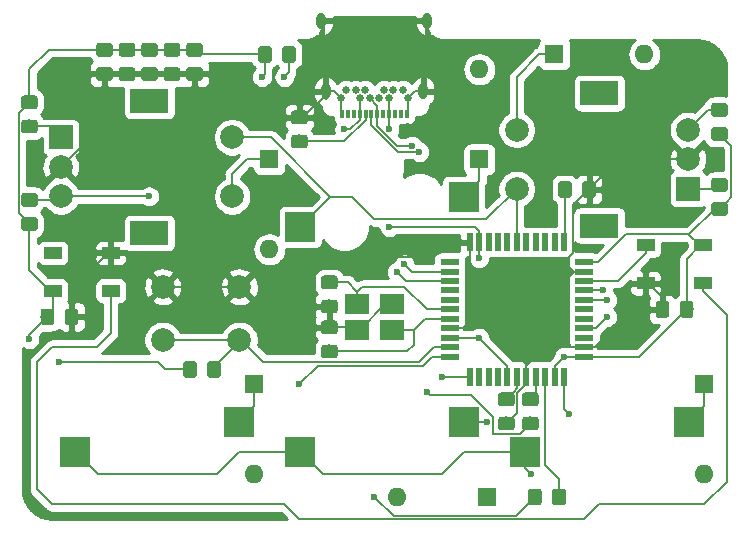
<source format=gbr>
G04 #@! TF.GenerationSoftware,KiCad,Pcbnew,5.1.2*
G04 #@! TF.CreationDate,2019-05-02T19:13:18+02:00*
G04 #@! TF.ProjectId,pcb,7063622e-6b69-4636-9164-5f7063625858,rev?*
G04 #@! TF.SameCoordinates,Original*
G04 #@! TF.FileFunction,Copper,L2,Bot*
G04 #@! TF.FilePolarity,Positive*
%FSLAX46Y46*%
G04 Gerber Fmt 4.6, Leading zero omitted, Abs format (unit mm)*
G04 Created by KiCad (PCBNEW 5.1.2) date 2019-05-02 19:13:18*
%MOMM*%
%LPD*%
G04 APERTURE LIST*
%ADD10R,2.550000X2.500000*%
%ADD11C,0.100000*%
%ADD12C,1.150000*%
%ADD13R,2.100000X1.725000*%
%ADD14R,1.500000X0.550000*%
%ADD15R,0.550000X1.500000*%
%ADD16R,2.000000X2.000000*%
%ADD17C,2.000000*%
%ADD18R,3.200000X2.000000*%
%ADD19C,0.650000*%
%ADD20O,0.800000X1.400000*%
%ADD21R,0.300000X0.700000*%
%ADD22R,1.500000X1.000000*%
%ADD23O,1.600000X1.600000*%
%ADD24R,1.600000X1.600000*%
%ADD25C,0.600000*%
%ADD26C,0.152400*%
%ADD27C,0.254000*%
G04 APERTURE END LIST*
D10*
X166310000Y-97790000D03*
X152460000Y-100330000D03*
D11*
G36*
X130014505Y-91256204D02*
G01*
X130038773Y-91259804D01*
X130062572Y-91265765D01*
X130085671Y-91274030D01*
X130107850Y-91284520D01*
X130128893Y-91297132D01*
X130148599Y-91311747D01*
X130166777Y-91328223D01*
X130183253Y-91346401D01*
X130197868Y-91366107D01*
X130210480Y-91387150D01*
X130220970Y-91409329D01*
X130229235Y-91432428D01*
X130235196Y-91456227D01*
X130238796Y-91480495D01*
X130240000Y-91504999D01*
X130240000Y-92155001D01*
X130238796Y-92179505D01*
X130235196Y-92203773D01*
X130229235Y-92227572D01*
X130220970Y-92250671D01*
X130210480Y-92272850D01*
X130197868Y-92293893D01*
X130183253Y-92313599D01*
X130166777Y-92331777D01*
X130148599Y-92348253D01*
X130128893Y-92362868D01*
X130107850Y-92375480D01*
X130085671Y-92385970D01*
X130062572Y-92394235D01*
X130038773Y-92400196D01*
X130014505Y-92403796D01*
X129990001Y-92405000D01*
X129089999Y-92405000D01*
X129065495Y-92403796D01*
X129041227Y-92400196D01*
X129017428Y-92394235D01*
X128994329Y-92385970D01*
X128972150Y-92375480D01*
X128951107Y-92362868D01*
X128931401Y-92348253D01*
X128913223Y-92331777D01*
X128896747Y-92313599D01*
X128882132Y-92293893D01*
X128869520Y-92272850D01*
X128859030Y-92250671D01*
X128850765Y-92227572D01*
X128844804Y-92203773D01*
X128841204Y-92179505D01*
X128840000Y-92155001D01*
X128840000Y-91504999D01*
X128841204Y-91480495D01*
X128844804Y-91456227D01*
X128850765Y-91432428D01*
X128859030Y-91409329D01*
X128869520Y-91387150D01*
X128882132Y-91366107D01*
X128896747Y-91346401D01*
X128913223Y-91328223D01*
X128931401Y-91311747D01*
X128951107Y-91297132D01*
X128972150Y-91284520D01*
X128994329Y-91274030D01*
X129017428Y-91265765D01*
X129041227Y-91259804D01*
X129065495Y-91256204D01*
X129089999Y-91255000D01*
X129990001Y-91255000D01*
X130014505Y-91256204D01*
X130014505Y-91256204D01*
G37*
D12*
X129540000Y-91830000D03*
D11*
G36*
X130014505Y-89206204D02*
G01*
X130038773Y-89209804D01*
X130062572Y-89215765D01*
X130085671Y-89224030D01*
X130107850Y-89234520D01*
X130128893Y-89247132D01*
X130148599Y-89261747D01*
X130166777Y-89278223D01*
X130183253Y-89296401D01*
X130197868Y-89316107D01*
X130210480Y-89337150D01*
X130220970Y-89359329D01*
X130229235Y-89382428D01*
X130235196Y-89406227D01*
X130238796Y-89430495D01*
X130240000Y-89454999D01*
X130240000Y-90105001D01*
X130238796Y-90129505D01*
X130235196Y-90153773D01*
X130229235Y-90177572D01*
X130220970Y-90200671D01*
X130210480Y-90222850D01*
X130197868Y-90243893D01*
X130183253Y-90263599D01*
X130166777Y-90281777D01*
X130148599Y-90298253D01*
X130128893Y-90312868D01*
X130107850Y-90325480D01*
X130085671Y-90335970D01*
X130062572Y-90344235D01*
X130038773Y-90350196D01*
X130014505Y-90353796D01*
X129990001Y-90355000D01*
X129089999Y-90355000D01*
X129065495Y-90353796D01*
X129041227Y-90350196D01*
X129017428Y-90344235D01*
X128994329Y-90335970D01*
X128972150Y-90325480D01*
X128951107Y-90312868D01*
X128931401Y-90298253D01*
X128913223Y-90281777D01*
X128896747Y-90263599D01*
X128882132Y-90243893D01*
X128869520Y-90222850D01*
X128859030Y-90200671D01*
X128850765Y-90177572D01*
X128844804Y-90153773D01*
X128841204Y-90129505D01*
X128840000Y-90105001D01*
X128840000Y-89454999D01*
X128841204Y-89430495D01*
X128844804Y-89406227D01*
X128850765Y-89382428D01*
X128859030Y-89359329D01*
X128869520Y-89337150D01*
X128882132Y-89316107D01*
X128896747Y-89296401D01*
X128913223Y-89278223D01*
X128931401Y-89261747D01*
X128951107Y-89247132D01*
X128972150Y-89234520D01*
X128994329Y-89224030D01*
X129017428Y-89215765D01*
X129041227Y-89209804D01*
X129065495Y-89206204D01*
X129089999Y-89205000D01*
X129990001Y-89205000D01*
X130014505Y-89206204D01*
X130014505Y-89206204D01*
G37*
D12*
X129540000Y-89780000D03*
D11*
G36*
X130014505Y-99511204D02*
G01*
X130038773Y-99514804D01*
X130062572Y-99520765D01*
X130085671Y-99529030D01*
X130107850Y-99539520D01*
X130128893Y-99552132D01*
X130148599Y-99566747D01*
X130166777Y-99583223D01*
X130183253Y-99601401D01*
X130197868Y-99621107D01*
X130210480Y-99642150D01*
X130220970Y-99664329D01*
X130229235Y-99687428D01*
X130235196Y-99711227D01*
X130238796Y-99735495D01*
X130240000Y-99759999D01*
X130240000Y-100410001D01*
X130238796Y-100434505D01*
X130235196Y-100458773D01*
X130229235Y-100482572D01*
X130220970Y-100505671D01*
X130210480Y-100527850D01*
X130197868Y-100548893D01*
X130183253Y-100568599D01*
X130166777Y-100586777D01*
X130148599Y-100603253D01*
X130128893Y-100617868D01*
X130107850Y-100630480D01*
X130085671Y-100640970D01*
X130062572Y-100649235D01*
X130038773Y-100655196D01*
X130014505Y-100658796D01*
X129990001Y-100660000D01*
X129089999Y-100660000D01*
X129065495Y-100658796D01*
X129041227Y-100655196D01*
X129017428Y-100649235D01*
X128994329Y-100640970D01*
X128972150Y-100630480D01*
X128951107Y-100617868D01*
X128931401Y-100603253D01*
X128913223Y-100586777D01*
X128896747Y-100568599D01*
X128882132Y-100548893D01*
X128869520Y-100527850D01*
X128859030Y-100505671D01*
X128850765Y-100482572D01*
X128844804Y-100458773D01*
X128841204Y-100434505D01*
X128840000Y-100410001D01*
X128840000Y-99759999D01*
X128841204Y-99735495D01*
X128844804Y-99711227D01*
X128850765Y-99687428D01*
X128859030Y-99664329D01*
X128869520Y-99642150D01*
X128882132Y-99621107D01*
X128896747Y-99601401D01*
X128913223Y-99583223D01*
X128931401Y-99566747D01*
X128951107Y-99552132D01*
X128972150Y-99539520D01*
X128994329Y-99529030D01*
X129017428Y-99520765D01*
X129041227Y-99514804D01*
X129065495Y-99511204D01*
X129089999Y-99510000D01*
X129990001Y-99510000D01*
X130014505Y-99511204D01*
X130014505Y-99511204D01*
G37*
D12*
X129540000Y-100085000D03*
D11*
G36*
X130014505Y-97461204D02*
G01*
X130038773Y-97464804D01*
X130062572Y-97470765D01*
X130085671Y-97479030D01*
X130107850Y-97489520D01*
X130128893Y-97502132D01*
X130148599Y-97516747D01*
X130166777Y-97533223D01*
X130183253Y-97551401D01*
X130197868Y-97571107D01*
X130210480Y-97592150D01*
X130220970Y-97614329D01*
X130229235Y-97637428D01*
X130235196Y-97661227D01*
X130238796Y-97685495D01*
X130240000Y-97709999D01*
X130240000Y-98360001D01*
X130238796Y-98384505D01*
X130235196Y-98408773D01*
X130229235Y-98432572D01*
X130220970Y-98455671D01*
X130210480Y-98477850D01*
X130197868Y-98498893D01*
X130183253Y-98518599D01*
X130166777Y-98536777D01*
X130148599Y-98553253D01*
X130128893Y-98567868D01*
X130107850Y-98580480D01*
X130085671Y-98590970D01*
X130062572Y-98599235D01*
X130038773Y-98605196D01*
X130014505Y-98608796D01*
X129990001Y-98610000D01*
X129089999Y-98610000D01*
X129065495Y-98608796D01*
X129041227Y-98605196D01*
X129017428Y-98599235D01*
X128994329Y-98590970D01*
X128972150Y-98580480D01*
X128951107Y-98567868D01*
X128931401Y-98553253D01*
X128913223Y-98536777D01*
X128896747Y-98518599D01*
X128882132Y-98498893D01*
X128869520Y-98477850D01*
X128859030Y-98455671D01*
X128850765Y-98432572D01*
X128844804Y-98408773D01*
X128841204Y-98384505D01*
X128840000Y-98360001D01*
X128840000Y-97709999D01*
X128841204Y-97685495D01*
X128844804Y-97661227D01*
X128850765Y-97637428D01*
X128859030Y-97614329D01*
X128869520Y-97592150D01*
X128882132Y-97571107D01*
X128896747Y-97551401D01*
X128913223Y-97533223D01*
X128931401Y-97516747D01*
X128951107Y-97502132D01*
X128972150Y-97489520D01*
X128994329Y-97479030D01*
X129017428Y-97470765D01*
X129041227Y-97464804D01*
X129065495Y-97461204D01*
X129089999Y-97460000D01*
X129990001Y-97460000D01*
X130014505Y-97461204D01*
X130014505Y-97461204D01*
G37*
D12*
X129540000Y-98035000D03*
D11*
G36*
X188434505Y-96191204D02*
G01*
X188458773Y-96194804D01*
X188482572Y-96200765D01*
X188505671Y-96209030D01*
X188527850Y-96219520D01*
X188548893Y-96232132D01*
X188568599Y-96246747D01*
X188586777Y-96263223D01*
X188603253Y-96281401D01*
X188617868Y-96301107D01*
X188630480Y-96322150D01*
X188640970Y-96344329D01*
X188649235Y-96367428D01*
X188655196Y-96391227D01*
X188658796Y-96415495D01*
X188660000Y-96439999D01*
X188660000Y-97090001D01*
X188658796Y-97114505D01*
X188655196Y-97138773D01*
X188649235Y-97162572D01*
X188640970Y-97185671D01*
X188630480Y-97207850D01*
X188617868Y-97228893D01*
X188603253Y-97248599D01*
X188586777Y-97266777D01*
X188568599Y-97283253D01*
X188548893Y-97297868D01*
X188527850Y-97310480D01*
X188505671Y-97320970D01*
X188482572Y-97329235D01*
X188458773Y-97335196D01*
X188434505Y-97338796D01*
X188410001Y-97340000D01*
X187509999Y-97340000D01*
X187485495Y-97338796D01*
X187461227Y-97335196D01*
X187437428Y-97329235D01*
X187414329Y-97320970D01*
X187392150Y-97310480D01*
X187371107Y-97297868D01*
X187351401Y-97283253D01*
X187333223Y-97266777D01*
X187316747Y-97248599D01*
X187302132Y-97228893D01*
X187289520Y-97207850D01*
X187279030Y-97185671D01*
X187270765Y-97162572D01*
X187264804Y-97138773D01*
X187261204Y-97114505D01*
X187260000Y-97090001D01*
X187260000Y-96439999D01*
X187261204Y-96415495D01*
X187264804Y-96391227D01*
X187270765Y-96367428D01*
X187279030Y-96344329D01*
X187289520Y-96322150D01*
X187302132Y-96301107D01*
X187316747Y-96281401D01*
X187333223Y-96263223D01*
X187351401Y-96246747D01*
X187371107Y-96232132D01*
X187392150Y-96219520D01*
X187414329Y-96209030D01*
X187437428Y-96200765D01*
X187461227Y-96194804D01*
X187485495Y-96191204D01*
X187509999Y-96190000D01*
X188410001Y-96190000D01*
X188434505Y-96191204D01*
X188434505Y-96191204D01*
G37*
D12*
X187960000Y-96765000D03*
D11*
G36*
X188434505Y-98241204D02*
G01*
X188458773Y-98244804D01*
X188482572Y-98250765D01*
X188505671Y-98259030D01*
X188527850Y-98269520D01*
X188548893Y-98282132D01*
X188568599Y-98296747D01*
X188586777Y-98313223D01*
X188603253Y-98331401D01*
X188617868Y-98351107D01*
X188630480Y-98372150D01*
X188640970Y-98394329D01*
X188649235Y-98417428D01*
X188655196Y-98441227D01*
X188658796Y-98465495D01*
X188660000Y-98489999D01*
X188660000Y-99140001D01*
X188658796Y-99164505D01*
X188655196Y-99188773D01*
X188649235Y-99212572D01*
X188640970Y-99235671D01*
X188630480Y-99257850D01*
X188617868Y-99278893D01*
X188603253Y-99298599D01*
X188586777Y-99316777D01*
X188568599Y-99333253D01*
X188548893Y-99347868D01*
X188527850Y-99360480D01*
X188505671Y-99370970D01*
X188482572Y-99379235D01*
X188458773Y-99385196D01*
X188434505Y-99388796D01*
X188410001Y-99390000D01*
X187509999Y-99390000D01*
X187485495Y-99388796D01*
X187461227Y-99385196D01*
X187437428Y-99379235D01*
X187414329Y-99370970D01*
X187392150Y-99360480D01*
X187371107Y-99347868D01*
X187351401Y-99333253D01*
X187333223Y-99316777D01*
X187316747Y-99298599D01*
X187302132Y-99278893D01*
X187289520Y-99257850D01*
X187279030Y-99235671D01*
X187270765Y-99212572D01*
X187264804Y-99188773D01*
X187261204Y-99164505D01*
X187260000Y-99140001D01*
X187260000Y-98489999D01*
X187261204Y-98465495D01*
X187264804Y-98441227D01*
X187270765Y-98417428D01*
X187279030Y-98394329D01*
X187289520Y-98372150D01*
X187302132Y-98351107D01*
X187316747Y-98331401D01*
X187333223Y-98313223D01*
X187351401Y-98296747D01*
X187371107Y-98282132D01*
X187392150Y-98269520D01*
X187414329Y-98259030D01*
X187437428Y-98250765D01*
X187461227Y-98244804D01*
X187485495Y-98241204D01*
X187509999Y-98240000D01*
X188410001Y-98240000D01*
X188434505Y-98241204D01*
X188434505Y-98241204D01*
G37*
D12*
X187960000Y-98815000D03*
D11*
G36*
X188434505Y-91891204D02*
G01*
X188458773Y-91894804D01*
X188482572Y-91900765D01*
X188505671Y-91909030D01*
X188527850Y-91919520D01*
X188548893Y-91932132D01*
X188568599Y-91946747D01*
X188586777Y-91963223D01*
X188603253Y-91981401D01*
X188617868Y-92001107D01*
X188630480Y-92022150D01*
X188640970Y-92044329D01*
X188649235Y-92067428D01*
X188655196Y-92091227D01*
X188658796Y-92115495D01*
X188660000Y-92139999D01*
X188660000Y-92790001D01*
X188658796Y-92814505D01*
X188655196Y-92838773D01*
X188649235Y-92862572D01*
X188640970Y-92885671D01*
X188630480Y-92907850D01*
X188617868Y-92928893D01*
X188603253Y-92948599D01*
X188586777Y-92966777D01*
X188568599Y-92983253D01*
X188548893Y-92997868D01*
X188527850Y-93010480D01*
X188505671Y-93020970D01*
X188482572Y-93029235D01*
X188458773Y-93035196D01*
X188434505Y-93038796D01*
X188410001Y-93040000D01*
X187509999Y-93040000D01*
X187485495Y-93038796D01*
X187461227Y-93035196D01*
X187437428Y-93029235D01*
X187414329Y-93020970D01*
X187392150Y-93010480D01*
X187371107Y-92997868D01*
X187351401Y-92983253D01*
X187333223Y-92966777D01*
X187316747Y-92948599D01*
X187302132Y-92928893D01*
X187289520Y-92907850D01*
X187279030Y-92885671D01*
X187270765Y-92862572D01*
X187264804Y-92838773D01*
X187261204Y-92814505D01*
X187260000Y-92790001D01*
X187260000Y-92139999D01*
X187261204Y-92115495D01*
X187264804Y-92091227D01*
X187270765Y-92067428D01*
X187279030Y-92044329D01*
X187289520Y-92022150D01*
X187302132Y-92001107D01*
X187316747Y-91981401D01*
X187333223Y-91963223D01*
X187351401Y-91946747D01*
X187371107Y-91932132D01*
X187392150Y-91919520D01*
X187414329Y-91909030D01*
X187437428Y-91900765D01*
X187461227Y-91894804D01*
X187485495Y-91891204D01*
X187509999Y-91890000D01*
X188410001Y-91890000D01*
X188434505Y-91891204D01*
X188434505Y-91891204D01*
G37*
D12*
X187960000Y-92465000D03*
D11*
G36*
X188434505Y-89841204D02*
G01*
X188458773Y-89844804D01*
X188482572Y-89850765D01*
X188505671Y-89859030D01*
X188527850Y-89869520D01*
X188548893Y-89882132D01*
X188568599Y-89896747D01*
X188586777Y-89913223D01*
X188603253Y-89931401D01*
X188617868Y-89951107D01*
X188630480Y-89972150D01*
X188640970Y-89994329D01*
X188649235Y-90017428D01*
X188655196Y-90041227D01*
X188658796Y-90065495D01*
X188660000Y-90089999D01*
X188660000Y-90740001D01*
X188658796Y-90764505D01*
X188655196Y-90788773D01*
X188649235Y-90812572D01*
X188640970Y-90835671D01*
X188630480Y-90857850D01*
X188617868Y-90878893D01*
X188603253Y-90898599D01*
X188586777Y-90916777D01*
X188568599Y-90933253D01*
X188548893Y-90947868D01*
X188527850Y-90960480D01*
X188505671Y-90970970D01*
X188482572Y-90979235D01*
X188458773Y-90985196D01*
X188434505Y-90988796D01*
X188410001Y-90990000D01*
X187509999Y-90990000D01*
X187485495Y-90988796D01*
X187461227Y-90985196D01*
X187437428Y-90979235D01*
X187414329Y-90970970D01*
X187392150Y-90960480D01*
X187371107Y-90947868D01*
X187351401Y-90933253D01*
X187333223Y-90916777D01*
X187316747Y-90898599D01*
X187302132Y-90878893D01*
X187289520Y-90857850D01*
X187279030Y-90835671D01*
X187270765Y-90812572D01*
X187264804Y-90788773D01*
X187261204Y-90764505D01*
X187260000Y-90740001D01*
X187260000Y-90089999D01*
X187261204Y-90065495D01*
X187264804Y-90041227D01*
X187270765Y-90017428D01*
X187279030Y-89994329D01*
X187289520Y-89972150D01*
X187302132Y-89951107D01*
X187316747Y-89931401D01*
X187333223Y-89913223D01*
X187351401Y-89896747D01*
X187371107Y-89882132D01*
X187392150Y-89869520D01*
X187414329Y-89859030D01*
X187437428Y-89850765D01*
X187461227Y-89844804D01*
X187485495Y-89841204D01*
X187509999Y-89840000D01*
X188410001Y-89840000D01*
X188434505Y-89841204D01*
X188434505Y-89841204D01*
G37*
D12*
X187960000Y-90415000D03*
D13*
X157300000Y-109037500D03*
X160200000Y-109037500D03*
X160200000Y-106862500D03*
X157300000Y-106862500D03*
D14*
X176515000Y-111315000D03*
X176515000Y-110515000D03*
X176515000Y-109715000D03*
X176515000Y-108915000D03*
X176515000Y-108115000D03*
X176515000Y-107315000D03*
X176515000Y-106515000D03*
X176515000Y-105715000D03*
X176515000Y-104915000D03*
X176515000Y-104115000D03*
X176515000Y-103315000D03*
D15*
X174815000Y-101615000D03*
X174015000Y-101615000D03*
X173215000Y-101615000D03*
X172415000Y-101615000D03*
X171615000Y-101615000D03*
X170815000Y-101615000D03*
X170015000Y-101615000D03*
X169215000Y-101615000D03*
X168415000Y-101615000D03*
X167615000Y-101615000D03*
X166815000Y-101615000D03*
D14*
X165115000Y-103315000D03*
X165115000Y-104115000D03*
X165115000Y-104915000D03*
X165115000Y-105715000D03*
X165115000Y-106515000D03*
X165115000Y-107315000D03*
X165115000Y-108115000D03*
X165115000Y-108915000D03*
X165115000Y-109715000D03*
X165115000Y-110515000D03*
X165115000Y-111315000D03*
D15*
X166815000Y-113015000D03*
X167615000Y-113015000D03*
X168415000Y-113015000D03*
X169215000Y-113015000D03*
X170015000Y-113015000D03*
X170815000Y-113015000D03*
X171615000Y-113015000D03*
X172415000Y-113015000D03*
X173215000Y-113015000D03*
X174015000Y-113015000D03*
X174815000Y-113015000D03*
D10*
X147260000Y-116840000D03*
X133410000Y-119380000D03*
X166310000Y-116840000D03*
X152460000Y-119380000D03*
X185360000Y-116840000D03*
X171510000Y-119380000D03*
D16*
X132200000Y-92750000D03*
D17*
X132200000Y-95250000D03*
X132200000Y-97750000D03*
D18*
X139700000Y-89650000D03*
X139700000Y-100850000D03*
D17*
X146700000Y-92750000D03*
X146700000Y-97750000D03*
D16*
X185300000Y-97115000D03*
D17*
X185300000Y-94615000D03*
X185300000Y-92115000D03*
D18*
X177800000Y-100215000D03*
X177800000Y-89015000D03*
D17*
X170800000Y-97115000D03*
X170800000Y-92115000D03*
X140820000Y-105410000D03*
X140820000Y-109910000D03*
X147320000Y-105410000D03*
X147320000Y-109910000D03*
D11*
G36*
X175219505Y-96456204D02*
G01*
X175243773Y-96459804D01*
X175267572Y-96465765D01*
X175290671Y-96474030D01*
X175312850Y-96484520D01*
X175333893Y-96497132D01*
X175353599Y-96511747D01*
X175371777Y-96528223D01*
X175388253Y-96546401D01*
X175402868Y-96566107D01*
X175415480Y-96587150D01*
X175425970Y-96609329D01*
X175434235Y-96632428D01*
X175440196Y-96656227D01*
X175443796Y-96680495D01*
X175445000Y-96704999D01*
X175445000Y-97605001D01*
X175443796Y-97629505D01*
X175440196Y-97653773D01*
X175434235Y-97677572D01*
X175425970Y-97700671D01*
X175415480Y-97722850D01*
X175402868Y-97743893D01*
X175388253Y-97763599D01*
X175371777Y-97781777D01*
X175353599Y-97798253D01*
X175333893Y-97812868D01*
X175312850Y-97825480D01*
X175290671Y-97835970D01*
X175267572Y-97844235D01*
X175243773Y-97850196D01*
X175219505Y-97853796D01*
X175195001Y-97855000D01*
X174544999Y-97855000D01*
X174520495Y-97853796D01*
X174496227Y-97850196D01*
X174472428Y-97844235D01*
X174449329Y-97835970D01*
X174427150Y-97825480D01*
X174406107Y-97812868D01*
X174386401Y-97798253D01*
X174368223Y-97781777D01*
X174351747Y-97763599D01*
X174337132Y-97743893D01*
X174324520Y-97722850D01*
X174314030Y-97700671D01*
X174305765Y-97677572D01*
X174299804Y-97653773D01*
X174296204Y-97629505D01*
X174295000Y-97605001D01*
X174295000Y-96704999D01*
X174296204Y-96680495D01*
X174299804Y-96656227D01*
X174305765Y-96632428D01*
X174314030Y-96609329D01*
X174324520Y-96587150D01*
X174337132Y-96566107D01*
X174351747Y-96546401D01*
X174368223Y-96528223D01*
X174386401Y-96511747D01*
X174406107Y-96497132D01*
X174427150Y-96484520D01*
X174449329Y-96474030D01*
X174472428Y-96465765D01*
X174496227Y-96459804D01*
X174520495Y-96456204D01*
X174544999Y-96455000D01*
X175195001Y-96455000D01*
X175219505Y-96456204D01*
X175219505Y-96456204D01*
G37*
D12*
X174870000Y-97155000D03*
D11*
G36*
X177269505Y-96456204D02*
G01*
X177293773Y-96459804D01*
X177317572Y-96465765D01*
X177340671Y-96474030D01*
X177362850Y-96484520D01*
X177383893Y-96497132D01*
X177403599Y-96511747D01*
X177421777Y-96528223D01*
X177438253Y-96546401D01*
X177452868Y-96566107D01*
X177465480Y-96587150D01*
X177475970Y-96609329D01*
X177484235Y-96632428D01*
X177490196Y-96656227D01*
X177493796Y-96680495D01*
X177495000Y-96704999D01*
X177495000Y-97605001D01*
X177493796Y-97629505D01*
X177490196Y-97653773D01*
X177484235Y-97677572D01*
X177475970Y-97700671D01*
X177465480Y-97722850D01*
X177452868Y-97743893D01*
X177438253Y-97763599D01*
X177421777Y-97781777D01*
X177403599Y-97798253D01*
X177383893Y-97812868D01*
X177362850Y-97825480D01*
X177340671Y-97835970D01*
X177317572Y-97844235D01*
X177293773Y-97850196D01*
X177269505Y-97853796D01*
X177245001Y-97855000D01*
X176594999Y-97855000D01*
X176570495Y-97853796D01*
X176546227Y-97850196D01*
X176522428Y-97844235D01*
X176499329Y-97835970D01*
X176477150Y-97825480D01*
X176456107Y-97812868D01*
X176436401Y-97798253D01*
X176418223Y-97781777D01*
X176401747Y-97763599D01*
X176387132Y-97743893D01*
X176374520Y-97722850D01*
X176364030Y-97700671D01*
X176355765Y-97677572D01*
X176349804Y-97653773D01*
X176346204Y-97629505D01*
X176345000Y-97605001D01*
X176345000Y-96704999D01*
X176346204Y-96680495D01*
X176349804Y-96656227D01*
X176355765Y-96632428D01*
X176364030Y-96609329D01*
X176374520Y-96587150D01*
X176387132Y-96566107D01*
X176401747Y-96546401D01*
X176418223Y-96528223D01*
X176436401Y-96511747D01*
X176456107Y-96497132D01*
X176477150Y-96484520D01*
X176499329Y-96474030D01*
X176522428Y-96465765D01*
X176546227Y-96459804D01*
X176570495Y-96456204D01*
X176594999Y-96455000D01*
X177245001Y-96455000D01*
X177269505Y-96456204D01*
X177269505Y-96456204D01*
G37*
D12*
X176920000Y-97155000D03*
D11*
G36*
X172679505Y-122491204D02*
G01*
X172703773Y-122494804D01*
X172727572Y-122500765D01*
X172750671Y-122509030D01*
X172772850Y-122519520D01*
X172793893Y-122532132D01*
X172813599Y-122546747D01*
X172831777Y-122563223D01*
X172848253Y-122581401D01*
X172862868Y-122601107D01*
X172875480Y-122622150D01*
X172885970Y-122644329D01*
X172894235Y-122667428D01*
X172900196Y-122691227D01*
X172903796Y-122715495D01*
X172905000Y-122739999D01*
X172905000Y-123640001D01*
X172903796Y-123664505D01*
X172900196Y-123688773D01*
X172894235Y-123712572D01*
X172885970Y-123735671D01*
X172875480Y-123757850D01*
X172862868Y-123778893D01*
X172848253Y-123798599D01*
X172831777Y-123816777D01*
X172813599Y-123833253D01*
X172793893Y-123847868D01*
X172772850Y-123860480D01*
X172750671Y-123870970D01*
X172727572Y-123879235D01*
X172703773Y-123885196D01*
X172679505Y-123888796D01*
X172655001Y-123890000D01*
X172004999Y-123890000D01*
X171980495Y-123888796D01*
X171956227Y-123885196D01*
X171932428Y-123879235D01*
X171909329Y-123870970D01*
X171887150Y-123860480D01*
X171866107Y-123847868D01*
X171846401Y-123833253D01*
X171828223Y-123816777D01*
X171811747Y-123798599D01*
X171797132Y-123778893D01*
X171784520Y-123757850D01*
X171774030Y-123735671D01*
X171765765Y-123712572D01*
X171759804Y-123688773D01*
X171756204Y-123664505D01*
X171755000Y-123640001D01*
X171755000Y-122739999D01*
X171756204Y-122715495D01*
X171759804Y-122691227D01*
X171765765Y-122667428D01*
X171774030Y-122644329D01*
X171784520Y-122622150D01*
X171797132Y-122601107D01*
X171811747Y-122581401D01*
X171828223Y-122563223D01*
X171846401Y-122546747D01*
X171866107Y-122532132D01*
X171887150Y-122519520D01*
X171909329Y-122509030D01*
X171932428Y-122500765D01*
X171956227Y-122494804D01*
X171980495Y-122491204D01*
X172004999Y-122490000D01*
X172655001Y-122490000D01*
X172679505Y-122491204D01*
X172679505Y-122491204D01*
G37*
D12*
X172330000Y-123190000D03*
D11*
G36*
X174729505Y-122491204D02*
G01*
X174753773Y-122494804D01*
X174777572Y-122500765D01*
X174800671Y-122509030D01*
X174822850Y-122519520D01*
X174843893Y-122532132D01*
X174863599Y-122546747D01*
X174881777Y-122563223D01*
X174898253Y-122581401D01*
X174912868Y-122601107D01*
X174925480Y-122622150D01*
X174935970Y-122644329D01*
X174944235Y-122667428D01*
X174950196Y-122691227D01*
X174953796Y-122715495D01*
X174955000Y-122739999D01*
X174955000Y-123640001D01*
X174953796Y-123664505D01*
X174950196Y-123688773D01*
X174944235Y-123712572D01*
X174935970Y-123735671D01*
X174925480Y-123757850D01*
X174912868Y-123778893D01*
X174898253Y-123798599D01*
X174881777Y-123816777D01*
X174863599Y-123833253D01*
X174843893Y-123847868D01*
X174822850Y-123860480D01*
X174800671Y-123870970D01*
X174777572Y-123879235D01*
X174753773Y-123885196D01*
X174729505Y-123888796D01*
X174705001Y-123890000D01*
X174054999Y-123890000D01*
X174030495Y-123888796D01*
X174006227Y-123885196D01*
X173982428Y-123879235D01*
X173959329Y-123870970D01*
X173937150Y-123860480D01*
X173916107Y-123847868D01*
X173896401Y-123833253D01*
X173878223Y-123816777D01*
X173861747Y-123798599D01*
X173847132Y-123778893D01*
X173834520Y-123757850D01*
X173824030Y-123735671D01*
X173815765Y-123712572D01*
X173809804Y-123688773D01*
X173806204Y-123664505D01*
X173805000Y-123640001D01*
X173805000Y-122739999D01*
X173806204Y-122715495D01*
X173809804Y-122691227D01*
X173815765Y-122667428D01*
X173824030Y-122644329D01*
X173834520Y-122622150D01*
X173847132Y-122601107D01*
X173861747Y-122581401D01*
X173878223Y-122563223D01*
X173896401Y-122546747D01*
X173916107Y-122532132D01*
X173937150Y-122519520D01*
X173959329Y-122509030D01*
X173982428Y-122500765D01*
X174006227Y-122494804D01*
X174030495Y-122491204D01*
X174054999Y-122490000D01*
X174705001Y-122490000D01*
X174729505Y-122491204D01*
X174729505Y-122491204D01*
G37*
D12*
X174380000Y-123190000D03*
D11*
G36*
X172432505Y-116402204D02*
G01*
X172456773Y-116405804D01*
X172480572Y-116411765D01*
X172503671Y-116420030D01*
X172525850Y-116430520D01*
X172546893Y-116443132D01*
X172566599Y-116457747D01*
X172584777Y-116474223D01*
X172601253Y-116492401D01*
X172615868Y-116512107D01*
X172628480Y-116533150D01*
X172638970Y-116555329D01*
X172647235Y-116578428D01*
X172653196Y-116602227D01*
X172656796Y-116626495D01*
X172658000Y-116650999D01*
X172658000Y-117301001D01*
X172656796Y-117325505D01*
X172653196Y-117349773D01*
X172647235Y-117373572D01*
X172638970Y-117396671D01*
X172628480Y-117418850D01*
X172615868Y-117439893D01*
X172601253Y-117459599D01*
X172584777Y-117477777D01*
X172566599Y-117494253D01*
X172546893Y-117508868D01*
X172525850Y-117521480D01*
X172503671Y-117531970D01*
X172480572Y-117540235D01*
X172456773Y-117546196D01*
X172432505Y-117549796D01*
X172408001Y-117551000D01*
X171507999Y-117551000D01*
X171483495Y-117549796D01*
X171459227Y-117546196D01*
X171435428Y-117540235D01*
X171412329Y-117531970D01*
X171390150Y-117521480D01*
X171369107Y-117508868D01*
X171349401Y-117494253D01*
X171331223Y-117477777D01*
X171314747Y-117459599D01*
X171300132Y-117439893D01*
X171287520Y-117418850D01*
X171277030Y-117396671D01*
X171268765Y-117373572D01*
X171262804Y-117349773D01*
X171259204Y-117325505D01*
X171258000Y-117301001D01*
X171258000Y-116650999D01*
X171259204Y-116626495D01*
X171262804Y-116602227D01*
X171268765Y-116578428D01*
X171277030Y-116555329D01*
X171287520Y-116533150D01*
X171300132Y-116512107D01*
X171314747Y-116492401D01*
X171331223Y-116474223D01*
X171349401Y-116457747D01*
X171369107Y-116443132D01*
X171390150Y-116430520D01*
X171412329Y-116420030D01*
X171435428Y-116411765D01*
X171459227Y-116405804D01*
X171483495Y-116402204D01*
X171507999Y-116401000D01*
X172408001Y-116401000D01*
X172432505Y-116402204D01*
X172432505Y-116402204D01*
G37*
D12*
X171958000Y-116976000D03*
D11*
G36*
X172432505Y-114352204D02*
G01*
X172456773Y-114355804D01*
X172480572Y-114361765D01*
X172503671Y-114370030D01*
X172525850Y-114380520D01*
X172546893Y-114393132D01*
X172566599Y-114407747D01*
X172584777Y-114424223D01*
X172601253Y-114442401D01*
X172615868Y-114462107D01*
X172628480Y-114483150D01*
X172638970Y-114505329D01*
X172647235Y-114528428D01*
X172653196Y-114552227D01*
X172656796Y-114576495D01*
X172658000Y-114600999D01*
X172658000Y-115251001D01*
X172656796Y-115275505D01*
X172653196Y-115299773D01*
X172647235Y-115323572D01*
X172638970Y-115346671D01*
X172628480Y-115368850D01*
X172615868Y-115389893D01*
X172601253Y-115409599D01*
X172584777Y-115427777D01*
X172566599Y-115444253D01*
X172546893Y-115458868D01*
X172525850Y-115471480D01*
X172503671Y-115481970D01*
X172480572Y-115490235D01*
X172456773Y-115496196D01*
X172432505Y-115499796D01*
X172408001Y-115501000D01*
X171507999Y-115501000D01*
X171483495Y-115499796D01*
X171459227Y-115496196D01*
X171435428Y-115490235D01*
X171412329Y-115481970D01*
X171390150Y-115471480D01*
X171369107Y-115458868D01*
X171349401Y-115444253D01*
X171331223Y-115427777D01*
X171314747Y-115409599D01*
X171300132Y-115389893D01*
X171287520Y-115368850D01*
X171277030Y-115346671D01*
X171268765Y-115323572D01*
X171262804Y-115299773D01*
X171259204Y-115275505D01*
X171258000Y-115251001D01*
X171258000Y-114600999D01*
X171259204Y-114576495D01*
X171262804Y-114552227D01*
X171268765Y-114528428D01*
X171277030Y-114505329D01*
X171287520Y-114483150D01*
X171300132Y-114462107D01*
X171314747Y-114442401D01*
X171331223Y-114424223D01*
X171349401Y-114407747D01*
X171369107Y-114393132D01*
X171390150Y-114380520D01*
X171412329Y-114370030D01*
X171435428Y-114361765D01*
X171459227Y-114355804D01*
X171483495Y-114352204D01*
X171507999Y-114351000D01*
X172408001Y-114351000D01*
X172432505Y-114352204D01*
X172432505Y-114352204D01*
G37*
D12*
X171958000Y-114926000D03*
D11*
G36*
X152874505Y-92526204D02*
G01*
X152898773Y-92529804D01*
X152922572Y-92535765D01*
X152945671Y-92544030D01*
X152967850Y-92554520D01*
X152988893Y-92567132D01*
X153008599Y-92581747D01*
X153026777Y-92598223D01*
X153043253Y-92616401D01*
X153057868Y-92636107D01*
X153070480Y-92657150D01*
X153080970Y-92679329D01*
X153089235Y-92702428D01*
X153095196Y-92726227D01*
X153098796Y-92750495D01*
X153100000Y-92774999D01*
X153100000Y-93425001D01*
X153098796Y-93449505D01*
X153095196Y-93473773D01*
X153089235Y-93497572D01*
X153080970Y-93520671D01*
X153070480Y-93542850D01*
X153057868Y-93563893D01*
X153043253Y-93583599D01*
X153026777Y-93601777D01*
X153008599Y-93618253D01*
X152988893Y-93632868D01*
X152967850Y-93645480D01*
X152945671Y-93655970D01*
X152922572Y-93664235D01*
X152898773Y-93670196D01*
X152874505Y-93673796D01*
X152850001Y-93675000D01*
X151949999Y-93675000D01*
X151925495Y-93673796D01*
X151901227Y-93670196D01*
X151877428Y-93664235D01*
X151854329Y-93655970D01*
X151832150Y-93645480D01*
X151811107Y-93632868D01*
X151791401Y-93618253D01*
X151773223Y-93601777D01*
X151756747Y-93583599D01*
X151742132Y-93563893D01*
X151729520Y-93542850D01*
X151719030Y-93520671D01*
X151710765Y-93497572D01*
X151704804Y-93473773D01*
X151701204Y-93449505D01*
X151700000Y-93425001D01*
X151700000Y-92774999D01*
X151701204Y-92750495D01*
X151704804Y-92726227D01*
X151710765Y-92702428D01*
X151719030Y-92679329D01*
X151729520Y-92657150D01*
X151742132Y-92636107D01*
X151756747Y-92616401D01*
X151773223Y-92598223D01*
X151791401Y-92581747D01*
X151811107Y-92567132D01*
X151832150Y-92554520D01*
X151854329Y-92544030D01*
X151877428Y-92535765D01*
X151901227Y-92529804D01*
X151925495Y-92526204D01*
X151949999Y-92525000D01*
X152850001Y-92525000D01*
X152874505Y-92526204D01*
X152874505Y-92526204D01*
G37*
D12*
X152400000Y-93100000D03*
D11*
G36*
X152874505Y-90476204D02*
G01*
X152898773Y-90479804D01*
X152922572Y-90485765D01*
X152945671Y-90494030D01*
X152967850Y-90504520D01*
X152988893Y-90517132D01*
X153008599Y-90531747D01*
X153026777Y-90548223D01*
X153043253Y-90566401D01*
X153057868Y-90586107D01*
X153070480Y-90607150D01*
X153080970Y-90629329D01*
X153089235Y-90652428D01*
X153095196Y-90676227D01*
X153098796Y-90700495D01*
X153100000Y-90724999D01*
X153100000Y-91375001D01*
X153098796Y-91399505D01*
X153095196Y-91423773D01*
X153089235Y-91447572D01*
X153080970Y-91470671D01*
X153070480Y-91492850D01*
X153057868Y-91513893D01*
X153043253Y-91533599D01*
X153026777Y-91551777D01*
X153008599Y-91568253D01*
X152988893Y-91582868D01*
X152967850Y-91595480D01*
X152945671Y-91605970D01*
X152922572Y-91614235D01*
X152898773Y-91620196D01*
X152874505Y-91623796D01*
X152850001Y-91625000D01*
X151949999Y-91625000D01*
X151925495Y-91623796D01*
X151901227Y-91620196D01*
X151877428Y-91614235D01*
X151854329Y-91605970D01*
X151832150Y-91595480D01*
X151811107Y-91582868D01*
X151791401Y-91568253D01*
X151773223Y-91551777D01*
X151756747Y-91533599D01*
X151742132Y-91513893D01*
X151729520Y-91492850D01*
X151719030Y-91470671D01*
X151710765Y-91447572D01*
X151704804Y-91423773D01*
X151701204Y-91399505D01*
X151700000Y-91375001D01*
X151700000Y-90724999D01*
X151701204Y-90700495D01*
X151704804Y-90676227D01*
X151710765Y-90652428D01*
X151719030Y-90629329D01*
X151729520Y-90607150D01*
X151742132Y-90586107D01*
X151756747Y-90566401D01*
X151773223Y-90548223D01*
X151791401Y-90531747D01*
X151811107Y-90517132D01*
X151832150Y-90504520D01*
X151854329Y-90494030D01*
X151877428Y-90485765D01*
X151901227Y-90479804D01*
X151925495Y-90476204D01*
X151949999Y-90475000D01*
X152850001Y-90475000D01*
X152874505Y-90476204D01*
X152874505Y-90476204D01*
G37*
D12*
X152400000Y-91050000D03*
D11*
G36*
X143469505Y-111696204D02*
G01*
X143493773Y-111699804D01*
X143517572Y-111705765D01*
X143540671Y-111714030D01*
X143562850Y-111724520D01*
X143583893Y-111737132D01*
X143603599Y-111751747D01*
X143621777Y-111768223D01*
X143638253Y-111786401D01*
X143652868Y-111806107D01*
X143665480Y-111827150D01*
X143675970Y-111849329D01*
X143684235Y-111872428D01*
X143690196Y-111896227D01*
X143693796Y-111920495D01*
X143695000Y-111944999D01*
X143695000Y-112845001D01*
X143693796Y-112869505D01*
X143690196Y-112893773D01*
X143684235Y-112917572D01*
X143675970Y-112940671D01*
X143665480Y-112962850D01*
X143652868Y-112983893D01*
X143638253Y-113003599D01*
X143621777Y-113021777D01*
X143603599Y-113038253D01*
X143583893Y-113052868D01*
X143562850Y-113065480D01*
X143540671Y-113075970D01*
X143517572Y-113084235D01*
X143493773Y-113090196D01*
X143469505Y-113093796D01*
X143445001Y-113095000D01*
X142794999Y-113095000D01*
X142770495Y-113093796D01*
X142746227Y-113090196D01*
X142722428Y-113084235D01*
X142699329Y-113075970D01*
X142677150Y-113065480D01*
X142656107Y-113052868D01*
X142636401Y-113038253D01*
X142618223Y-113021777D01*
X142601747Y-113003599D01*
X142587132Y-112983893D01*
X142574520Y-112962850D01*
X142564030Y-112940671D01*
X142555765Y-112917572D01*
X142549804Y-112893773D01*
X142546204Y-112869505D01*
X142545000Y-112845001D01*
X142545000Y-111944999D01*
X142546204Y-111920495D01*
X142549804Y-111896227D01*
X142555765Y-111872428D01*
X142564030Y-111849329D01*
X142574520Y-111827150D01*
X142587132Y-111806107D01*
X142601747Y-111786401D01*
X142618223Y-111768223D01*
X142636401Y-111751747D01*
X142656107Y-111737132D01*
X142677150Y-111724520D01*
X142699329Y-111714030D01*
X142722428Y-111705765D01*
X142746227Y-111699804D01*
X142770495Y-111696204D01*
X142794999Y-111695000D01*
X143445001Y-111695000D01*
X143469505Y-111696204D01*
X143469505Y-111696204D01*
G37*
D12*
X143120000Y-112395000D03*
D11*
G36*
X145519505Y-111696204D02*
G01*
X145543773Y-111699804D01*
X145567572Y-111705765D01*
X145590671Y-111714030D01*
X145612850Y-111724520D01*
X145633893Y-111737132D01*
X145653599Y-111751747D01*
X145671777Y-111768223D01*
X145688253Y-111786401D01*
X145702868Y-111806107D01*
X145715480Y-111827150D01*
X145725970Y-111849329D01*
X145734235Y-111872428D01*
X145740196Y-111896227D01*
X145743796Y-111920495D01*
X145745000Y-111944999D01*
X145745000Y-112845001D01*
X145743796Y-112869505D01*
X145740196Y-112893773D01*
X145734235Y-112917572D01*
X145725970Y-112940671D01*
X145715480Y-112962850D01*
X145702868Y-112983893D01*
X145688253Y-113003599D01*
X145671777Y-113021777D01*
X145653599Y-113038253D01*
X145633893Y-113052868D01*
X145612850Y-113065480D01*
X145590671Y-113075970D01*
X145567572Y-113084235D01*
X145543773Y-113090196D01*
X145519505Y-113093796D01*
X145495001Y-113095000D01*
X144844999Y-113095000D01*
X144820495Y-113093796D01*
X144796227Y-113090196D01*
X144772428Y-113084235D01*
X144749329Y-113075970D01*
X144727150Y-113065480D01*
X144706107Y-113052868D01*
X144686401Y-113038253D01*
X144668223Y-113021777D01*
X144651747Y-113003599D01*
X144637132Y-112983893D01*
X144624520Y-112962850D01*
X144614030Y-112940671D01*
X144605765Y-112917572D01*
X144599804Y-112893773D01*
X144596204Y-112869505D01*
X144595000Y-112845001D01*
X144595000Y-111944999D01*
X144596204Y-111920495D01*
X144599804Y-111896227D01*
X144605765Y-111872428D01*
X144614030Y-111849329D01*
X144624520Y-111827150D01*
X144637132Y-111806107D01*
X144651747Y-111786401D01*
X144668223Y-111768223D01*
X144686401Y-111751747D01*
X144706107Y-111737132D01*
X144727150Y-111724520D01*
X144749329Y-111714030D01*
X144772428Y-111705765D01*
X144796227Y-111699804D01*
X144820495Y-111696204D01*
X144844999Y-111695000D01*
X145495001Y-111695000D01*
X145519505Y-111696204D01*
X145519505Y-111696204D01*
G37*
D12*
X145170000Y-112395000D03*
D19*
X156350000Y-88735000D03*
X157150000Y-88735000D03*
X157950000Y-88735000D03*
X159550000Y-88735000D03*
X160350000Y-88735000D03*
X161150000Y-88735000D03*
X155950000Y-89435000D03*
X157550000Y-89435000D03*
X158350000Y-89435000D03*
X159150000Y-89435000D03*
X159950000Y-89435000D03*
X161550000Y-89435000D03*
D20*
X154260000Y-82885000D03*
X163240000Y-82885000D03*
X162880000Y-88835000D03*
D21*
X161000000Y-90745000D03*
X159500000Y-90745000D03*
X160000000Y-90745000D03*
X160500000Y-90745000D03*
X161500000Y-90745000D03*
X159000000Y-90745000D03*
X158500000Y-90745000D03*
X158000000Y-90745000D03*
X157500000Y-90745000D03*
X157000000Y-90745000D03*
X156500000Y-90745000D03*
X156000000Y-90745000D03*
D20*
X154620000Y-88835000D03*
D11*
G36*
X151869505Y-85026204D02*
G01*
X151893773Y-85029804D01*
X151917572Y-85035765D01*
X151940671Y-85044030D01*
X151962850Y-85054520D01*
X151983893Y-85067132D01*
X152003599Y-85081747D01*
X152021777Y-85098223D01*
X152038253Y-85116401D01*
X152052868Y-85136107D01*
X152065480Y-85157150D01*
X152075970Y-85179329D01*
X152084235Y-85202428D01*
X152090196Y-85226227D01*
X152093796Y-85250495D01*
X152095000Y-85274999D01*
X152095000Y-86175001D01*
X152093796Y-86199505D01*
X152090196Y-86223773D01*
X152084235Y-86247572D01*
X152075970Y-86270671D01*
X152065480Y-86292850D01*
X152052868Y-86313893D01*
X152038253Y-86333599D01*
X152021777Y-86351777D01*
X152003599Y-86368253D01*
X151983893Y-86382868D01*
X151962850Y-86395480D01*
X151940671Y-86405970D01*
X151917572Y-86414235D01*
X151893773Y-86420196D01*
X151869505Y-86423796D01*
X151845001Y-86425000D01*
X151194999Y-86425000D01*
X151170495Y-86423796D01*
X151146227Y-86420196D01*
X151122428Y-86414235D01*
X151099329Y-86405970D01*
X151077150Y-86395480D01*
X151056107Y-86382868D01*
X151036401Y-86368253D01*
X151018223Y-86351777D01*
X151001747Y-86333599D01*
X150987132Y-86313893D01*
X150974520Y-86292850D01*
X150964030Y-86270671D01*
X150955765Y-86247572D01*
X150949804Y-86223773D01*
X150946204Y-86199505D01*
X150945000Y-86175001D01*
X150945000Y-85274999D01*
X150946204Y-85250495D01*
X150949804Y-85226227D01*
X150955765Y-85202428D01*
X150964030Y-85179329D01*
X150974520Y-85157150D01*
X150987132Y-85136107D01*
X151001747Y-85116401D01*
X151018223Y-85098223D01*
X151036401Y-85081747D01*
X151056107Y-85067132D01*
X151077150Y-85054520D01*
X151099329Y-85044030D01*
X151122428Y-85035765D01*
X151146227Y-85029804D01*
X151170495Y-85026204D01*
X151194999Y-85025000D01*
X151845001Y-85025000D01*
X151869505Y-85026204D01*
X151869505Y-85026204D01*
G37*
D12*
X151520000Y-85725000D03*
D11*
G36*
X149819505Y-85026204D02*
G01*
X149843773Y-85029804D01*
X149867572Y-85035765D01*
X149890671Y-85044030D01*
X149912850Y-85054520D01*
X149933893Y-85067132D01*
X149953599Y-85081747D01*
X149971777Y-85098223D01*
X149988253Y-85116401D01*
X150002868Y-85136107D01*
X150015480Y-85157150D01*
X150025970Y-85179329D01*
X150034235Y-85202428D01*
X150040196Y-85226227D01*
X150043796Y-85250495D01*
X150045000Y-85274999D01*
X150045000Y-86175001D01*
X150043796Y-86199505D01*
X150040196Y-86223773D01*
X150034235Y-86247572D01*
X150025970Y-86270671D01*
X150015480Y-86292850D01*
X150002868Y-86313893D01*
X149988253Y-86333599D01*
X149971777Y-86351777D01*
X149953599Y-86368253D01*
X149933893Y-86382868D01*
X149912850Y-86395480D01*
X149890671Y-86405970D01*
X149867572Y-86414235D01*
X149843773Y-86420196D01*
X149819505Y-86423796D01*
X149795001Y-86425000D01*
X149144999Y-86425000D01*
X149120495Y-86423796D01*
X149096227Y-86420196D01*
X149072428Y-86414235D01*
X149049329Y-86405970D01*
X149027150Y-86395480D01*
X149006107Y-86382868D01*
X148986401Y-86368253D01*
X148968223Y-86351777D01*
X148951747Y-86333599D01*
X148937132Y-86313893D01*
X148924520Y-86292850D01*
X148914030Y-86270671D01*
X148905765Y-86247572D01*
X148899804Y-86223773D01*
X148896204Y-86199505D01*
X148895000Y-86175001D01*
X148895000Y-85274999D01*
X148896204Y-85250495D01*
X148899804Y-85226227D01*
X148905765Y-85202428D01*
X148914030Y-85179329D01*
X148924520Y-85157150D01*
X148937132Y-85136107D01*
X148951747Y-85116401D01*
X148968223Y-85098223D01*
X148986401Y-85081747D01*
X149006107Y-85067132D01*
X149027150Y-85054520D01*
X149049329Y-85044030D01*
X149072428Y-85035765D01*
X149096227Y-85029804D01*
X149120495Y-85026204D01*
X149144999Y-85025000D01*
X149795001Y-85025000D01*
X149819505Y-85026204D01*
X149819505Y-85026204D01*
G37*
D12*
X149470000Y-85725000D03*
D22*
X131535000Y-105740000D03*
X131535000Y-102540000D03*
X136435000Y-105740000D03*
X136435000Y-102540000D03*
X186600000Y-101905000D03*
X186600000Y-105105000D03*
X181700000Y-101905000D03*
X181700000Y-105105000D03*
D23*
X148590000Y-121285000D03*
D24*
X148590000Y-113665000D03*
D23*
X160655000Y-123190000D03*
D24*
X168275000Y-123190000D03*
D23*
X186690000Y-121285000D03*
D24*
X186690000Y-113665000D03*
D23*
X149860000Y-102235000D03*
D24*
X149860000Y-94615000D03*
D23*
X167640000Y-86995000D03*
D24*
X167640000Y-94615000D03*
D23*
X181610000Y-85725000D03*
D24*
X173990000Y-85725000D03*
D11*
G36*
X133454505Y-107251204D02*
G01*
X133478773Y-107254804D01*
X133502572Y-107260765D01*
X133525671Y-107269030D01*
X133547850Y-107279520D01*
X133568893Y-107292132D01*
X133588599Y-107306747D01*
X133606777Y-107323223D01*
X133623253Y-107341401D01*
X133637868Y-107361107D01*
X133650480Y-107382150D01*
X133660970Y-107404329D01*
X133669235Y-107427428D01*
X133675196Y-107451227D01*
X133678796Y-107475495D01*
X133680000Y-107499999D01*
X133680000Y-108400001D01*
X133678796Y-108424505D01*
X133675196Y-108448773D01*
X133669235Y-108472572D01*
X133660970Y-108495671D01*
X133650480Y-108517850D01*
X133637868Y-108538893D01*
X133623253Y-108558599D01*
X133606777Y-108576777D01*
X133588599Y-108593253D01*
X133568893Y-108607868D01*
X133547850Y-108620480D01*
X133525671Y-108630970D01*
X133502572Y-108639235D01*
X133478773Y-108645196D01*
X133454505Y-108648796D01*
X133430001Y-108650000D01*
X132779999Y-108650000D01*
X132755495Y-108648796D01*
X132731227Y-108645196D01*
X132707428Y-108639235D01*
X132684329Y-108630970D01*
X132662150Y-108620480D01*
X132641107Y-108607868D01*
X132621401Y-108593253D01*
X132603223Y-108576777D01*
X132586747Y-108558599D01*
X132572132Y-108538893D01*
X132559520Y-108517850D01*
X132549030Y-108495671D01*
X132540765Y-108472572D01*
X132534804Y-108448773D01*
X132531204Y-108424505D01*
X132530000Y-108400001D01*
X132530000Y-107499999D01*
X132531204Y-107475495D01*
X132534804Y-107451227D01*
X132540765Y-107427428D01*
X132549030Y-107404329D01*
X132559520Y-107382150D01*
X132572132Y-107361107D01*
X132586747Y-107341401D01*
X132603223Y-107323223D01*
X132621401Y-107306747D01*
X132641107Y-107292132D01*
X132662150Y-107279520D01*
X132684329Y-107269030D01*
X132707428Y-107260765D01*
X132731227Y-107254804D01*
X132755495Y-107251204D01*
X132779999Y-107250000D01*
X133430001Y-107250000D01*
X133454505Y-107251204D01*
X133454505Y-107251204D01*
G37*
D12*
X133105000Y-107950000D03*
D11*
G36*
X131404505Y-107251204D02*
G01*
X131428773Y-107254804D01*
X131452572Y-107260765D01*
X131475671Y-107269030D01*
X131497850Y-107279520D01*
X131518893Y-107292132D01*
X131538599Y-107306747D01*
X131556777Y-107323223D01*
X131573253Y-107341401D01*
X131587868Y-107361107D01*
X131600480Y-107382150D01*
X131610970Y-107404329D01*
X131619235Y-107427428D01*
X131625196Y-107451227D01*
X131628796Y-107475495D01*
X131630000Y-107499999D01*
X131630000Y-108400001D01*
X131628796Y-108424505D01*
X131625196Y-108448773D01*
X131619235Y-108472572D01*
X131610970Y-108495671D01*
X131600480Y-108517850D01*
X131587868Y-108538893D01*
X131573253Y-108558599D01*
X131556777Y-108576777D01*
X131538599Y-108593253D01*
X131518893Y-108607868D01*
X131497850Y-108620480D01*
X131475671Y-108630970D01*
X131452572Y-108639235D01*
X131428773Y-108645196D01*
X131404505Y-108648796D01*
X131380001Y-108650000D01*
X130729999Y-108650000D01*
X130705495Y-108648796D01*
X130681227Y-108645196D01*
X130657428Y-108639235D01*
X130634329Y-108630970D01*
X130612150Y-108620480D01*
X130591107Y-108607868D01*
X130571401Y-108593253D01*
X130553223Y-108576777D01*
X130536747Y-108558599D01*
X130522132Y-108538893D01*
X130509520Y-108517850D01*
X130499030Y-108495671D01*
X130490765Y-108472572D01*
X130484804Y-108448773D01*
X130481204Y-108424505D01*
X130480000Y-108400001D01*
X130480000Y-107499999D01*
X130481204Y-107475495D01*
X130484804Y-107451227D01*
X130490765Y-107427428D01*
X130499030Y-107404329D01*
X130509520Y-107382150D01*
X130522132Y-107361107D01*
X130536747Y-107341401D01*
X130553223Y-107323223D01*
X130571401Y-107306747D01*
X130591107Y-107292132D01*
X130612150Y-107279520D01*
X130634329Y-107269030D01*
X130657428Y-107260765D01*
X130681227Y-107254804D01*
X130705495Y-107251204D01*
X130729999Y-107250000D01*
X131380001Y-107250000D01*
X131404505Y-107251204D01*
X131404505Y-107251204D01*
G37*
D12*
X131055000Y-107950000D03*
D11*
G36*
X183474505Y-106616204D02*
G01*
X183498773Y-106619804D01*
X183522572Y-106625765D01*
X183545671Y-106634030D01*
X183567850Y-106644520D01*
X183588893Y-106657132D01*
X183608599Y-106671747D01*
X183626777Y-106688223D01*
X183643253Y-106706401D01*
X183657868Y-106726107D01*
X183670480Y-106747150D01*
X183680970Y-106769329D01*
X183689235Y-106792428D01*
X183695196Y-106816227D01*
X183698796Y-106840495D01*
X183700000Y-106864999D01*
X183700000Y-107765001D01*
X183698796Y-107789505D01*
X183695196Y-107813773D01*
X183689235Y-107837572D01*
X183680970Y-107860671D01*
X183670480Y-107882850D01*
X183657868Y-107903893D01*
X183643253Y-107923599D01*
X183626777Y-107941777D01*
X183608599Y-107958253D01*
X183588893Y-107972868D01*
X183567850Y-107985480D01*
X183545671Y-107995970D01*
X183522572Y-108004235D01*
X183498773Y-108010196D01*
X183474505Y-108013796D01*
X183450001Y-108015000D01*
X182799999Y-108015000D01*
X182775495Y-108013796D01*
X182751227Y-108010196D01*
X182727428Y-108004235D01*
X182704329Y-107995970D01*
X182682150Y-107985480D01*
X182661107Y-107972868D01*
X182641401Y-107958253D01*
X182623223Y-107941777D01*
X182606747Y-107923599D01*
X182592132Y-107903893D01*
X182579520Y-107882850D01*
X182569030Y-107860671D01*
X182560765Y-107837572D01*
X182554804Y-107813773D01*
X182551204Y-107789505D01*
X182550000Y-107765001D01*
X182550000Y-106864999D01*
X182551204Y-106840495D01*
X182554804Y-106816227D01*
X182560765Y-106792428D01*
X182569030Y-106769329D01*
X182579520Y-106747150D01*
X182592132Y-106726107D01*
X182606747Y-106706401D01*
X182623223Y-106688223D01*
X182641401Y-106671747D01*
X182661107Y-106657132D01*
X182682150Y-106644520D01*
X182704329Y-106634030D01*
X182727428Y-106625765D01*
X182751227Y-106619804D01*
X182775495Y-106616204D01*
X182799999Y-106615000D01*
X183450001Y-106615000D01*
X183474505Y-106616204D01*
X183474505Y-106616204D01*
G37*
D12*
X183125000Y-107315000D03*
D11*
G36*
X185524505Y-106616204D02*
G01*
X185548773Y-106619804D01*
X185572572Y-106625765D01*
X185595671Y-106634030D01*
X185617850Y-106644520D01*
X185638893Y-106657132D01*
X185658599Y-106671747D01*
X185676777Y-106688223D01*
X185693253Y-106706401D01*
X185707868Y-106726107D01*
X185720480Y-106747150D01*
X185730970Y-106769329D01*
X185739235Y-106792428D01*
X185745196Y-106816227D01*
X185748796Y-106840495D01*
X185750000Y-106864999D01*
X185750000Y-107765001D01*
X185748796Y-107789505D01*
X185745196Y-107813773D01*
X185739235Y-107837572D01*
X185730970Y-107860671D01*
X185720480Y-107882850D01*
X185707868Y-107903893D01*
X185693253Y-107923599D01*
X185676777Y-107941777D01*
X185658599Y-107958253D01*
X185638893Y-107972868D01*
X185617850Y-107985480D01*
X185595671Y-107995970D01*
X185572572Y-108004235D01*
X185548773Y-108010196D01*
X185524505Y-108013796D01*
X185500001Y-108015000D01*
X184849999Y-108015000D01*
X184825495Y-108013796D01*
X184801227Y-108010196D01*
X184777428Y-108004235D01*
X184754329Y-107995970D01*
X184732150Y-107985480D01*
X184711107Y-107972868D01*
X184691401Y-107958253D01*
X184673223Y-107941777D01*
X184656747Y-107923599D01*
X184642132Y-107903893D01*
X184629520Y-107882850D01*
X184619030Y-107860671D01*
X184610765Y-107837572D01*
X184604804Y-107813773D01*
X184601204Y-107789505D01*
X184600000Y-107765001D01*
X184600000Y-106864999D01*
X184601204Y-106840495D01*
X184604804Y-106816227D01*
X184610765Y-106792428D01*
X184619030Y-106769329D01*
X184629520Y-106747150D01*
X184642132Y-106726107D01*
X184656747Y-106706401D01*
X184673223Y-106688223D01*
X184691401Y-106671747D01*
X184711107Y-106657132D01*
X184732150Y-106644520D01*
X184754329Y-106634030D01*
X184777428Y-106625765D01*
X184801227Y-106619804D01*
X184825495Y-106616204D01*
X184849999Y-106615000D01*
X185500001Y-106615000D01*
X185524505Y-106616204D01*
X185524505Y-106616204D01*
G37*
D12*
X185175000Y-107315000D03*
D11*
G36*
X170400505Y-116402204D02*
G01*
X170424773Y-116405804D01*
X170448572Y-116411765D01*
X170471671Y-116420030D01*
X170493850Y-116430520D01*
X170514893Y-116443132D01*
X170534599Y-116457747D01*
X170552777Y-116474223D01*
X170569253Y-116492401D01*
X170583868Y-116512107D01*
X170596480Y-116533150D01*
X170606970Y-116555329D01*
X170615235Y-116578428D01*
X170621196Y-116602227D01*
X170624796Y-116626495D01*
X170626000Y-116650999D01*
X170626000Y-117301001D01*
X170624796Y-117325505D01*
X170621196Y-117349773D01*
X170615235Y-117373572D01*
X170606970Y-117396671D01*
X170596480Y-117418850D01*
X170583868Y-117439893D01*
X170569253Y-117459599D01*
X170552777Y-117477777D01*
X170534599Y-117494253D01*
X170514893Y-117508868D01*
X170493850Y-117521480D01*
X170471671Y-117531970D01*
X170448572Y-117540235D01*
X170424773Y-117546196D01*
X170400505Y-117549796D01*
X170376001Y-117551000D01*
X169475999Y-117551000D01*
X169451495Y-117549796D01*
X169427227Y-117546196D01*
X169403428Y-117540235D01*
X169380329Y-117531970D01*
X169358150Y-117521480D01*
X169337107Y-117508868D01*
X169317401Y-117494253D01*
X169299223Y-117477777D01*
X169282747Y-117459599D01*
X169268132Y-117439893D01*
X169255520Y-117418850D01*
X169245030Y-117396671D01*
X169236765Y-117373572D01*
X169230804Y-117349773D01*
X169227204Y-117325505D01*
X169226000Y-117301001D01*
X169226000Y-116650999D01*
X169227204Y-116626495D01*
X169230804Y-116602227D01*
X169236765Y-116578428D01*
X169245030Y-116555329D01*
X169255520Y-116533150D01*
X169268132Y-116512107D01*
X169282747Y-116492401D01*
X169299223Y-116474223D01*
X169317401Y-116457747D01*
X169337107Y-116443132D01*
X169358150Y-116430520D01*
X169380329Y-116420030D01*
X169403428Y-116411765D01*
X169427227Y-116405804D01*
X169451495Y-116402204D01*
X169475999Y-116401000D01*
X170376001Y-116401000D01*
X170400505Y-116402204D01*
X170400505Y-116402204D01*
G37*
D12*
X169926000Y-116976000D03*
D11*
G36*
X170400505Y-114352204D02*
G01*
X170424773Y-114355804D01*
X170448572Y-114361765D01*
X170471671Y-114370030D01*
X170493850Y-114380520D01*
X170514893Y-114393132D01*
X170534599Y-114407747D01*
X170552777Y-114424223D01*
X170569253Y-114442401D01*
X170583868Y-114462107D01*
X170596480Y-114483150D01*
X170606970Y-114505329D01*
X170615235Y-114528428D01*
X170621196Y-114552227D01*
X170624796Y-114576495D01*
X170626000Y-114600999D01*
X170626000Y-115251001D01*
X170624796Y-115275505D01*
X170621196Y-115299773D01*
X170615235Y-115323572D01*
X170606970Y-115346671D01*
X170596480Y-115368850D01*
X170583868Y-115389893D01*
X170569253Y-115409599D01*
X170552777Y-115427777D01*
X170534599Y-115444253D01*
X170514893Y-115458868D01*
X170493850Y-115471480D01*
X170471671Y-115481970D01*
X170448572Y-115490235D01*
X170424773Y-115496196D01*
X170400505Y-115499796D01*
X170376001Y-115501000D01*
X169475999Y-115501000D01*
X169451495Y-115499796D01*
X169427227Y-115496196D01*
X169403428Y-115490235D01*
X169380329Y-115481970D01*
X169358150Y-115471480D01*
X169337107Y-115458868D01*
X169317401Y-115444253D01*
X169299223Y-115427777D01*
X169282747Y-115409599D01*
X169268132Y-115389893D01*
X169255520Y-115368850D01*
X169245030Y-115346671D01*
X169236765Y-115323572D01*
X169230804Y-115299773D01*
X169227204Y-115275505D01*
X169226000Y-115251001D01*
X169226000Y-114600999D01*
X169227204Y-114576495D01*
X169230804Y-114552227D01*
X169236765Y-114528428D01*
X169245030Y-114505329D01*
X169255520Y-114483150D01*
X169268132Y-114462107D01*
X169282747Y-114442401D01*
X169299223Y-114424223D01*
X169317401Y-114407747D01*
X169337107Y-114393132D01*
X169358150Y-114380520D01*
X169380329Y-114370030D01*
X169403428Y-114361765D01*
X169427227Y-114355804D01*
X169451495Y-114352204D01*
X169475999Y-114351000D01*
X170376001Y-114351000D01*
X170400505Y-114352204D01*
X170400505Y-114352204D01*
G37*
D12*
X169926000Y-114926000D03*
D11*
G36*
X155414505Y-108256204D02*
G01*
X155438773Y-108259804D01*
X155462572Y-108265765D01*
X155485671Y-108274030D01*
X155507850Y-108284520D01*
X155528893Y-108297132D01*
X155548599Y-108311747D01*
X155566777Y-108328223D01*
X155583253Y-108346401D01*
X155597868Y-108366107D01*
X155610480Y-108387150D01*
X155620970Y-108409329D01*
X155629235Y-108432428D01*
X155635196Y-108456227D01*
X155638796Y-108480495D01*
X155640000Y-108504999D01*
X155640000Y-109155001D01*
X155638796Y-109179505D01*
X155635196Y-109203773D01*
X155629235Y-109227572D01*
X155620970Y-109250671D01*
X155610480Y-109272850D01*
X155597868Y-109293893D01*
X155583253Y-109313599D01*
X155566777Y-109331777D01*
X155548599Y-109348253D01*
X155528893Y-109362868D01*
X155507850Y-109375480D01*
X155485671Y-109385970D01*
X155462572Y-109394235D01*
X155438773Y-109400196D01*
X155414505Y-109403796D01*
X155390001Y-109405000D01*
X154489999Y-109405000D01*
X154465495Y-109403796D01*
X154441227Y-109400196D01*
X154417428Y-109394235D01*
X154394329Y-109385970D01*
X154372150Y-109375480D01*
X154351107Y-109362868D01*
X154331401Y-109348253D01*
X154313223Y-109331777D01*
X154296747Y-109313599D01*
X154282132Y-109293893D01*
X154269520Y-109272850D01*
X154259030Y-109250671D01*
X154250765Y-109227572D01*
X154244804Y-109203773D01*
X154241204Y-109179505D01*
X154240000Y-109155001D01*
X154240000Y-108504999D01*
X154241204Y-108480495D01*
X154244804Y-108456227D01*
X154250765Y-108432428D01*
X154259030Y-108409329D01*
X154269520Y-108387150D01*
X154282132Y-108366107D01*
X154296747Y-108346401D01*
X154313223Y-108328223D01*
X154331401Y-108311747D01*
X154351107Y-108297132D01*
X154372150Y-108284520D01*
X154394329Y-108274030D01*
X154417428Y-108265765D01*
X154441227Y-108259804D01*
X154465495Y-108256204D01*
X154489999Y-108255000D01*
X155390001Y-108255000D01*
X155414505Y-108256204D01*
X155414505Y-108256204D01*
G37*
D12*
X154940000Y-108830000D03*
D11*
G36*
X155414505Y-110306204D02*
G01*
X155438773Y-110309804D01*
X155462572Y-110315765D01*
X155485671Y-110324030D01*
X155507850Y-110334520D01*
X155528893Y-110347132D01*
X155548599Y-110361747D01*
X155566777Y-110378223D01*
X155583253Y-110396401D01*
X155597868Y-110416107D01*
X155610480Y-110437150D01*
X155620970Y-110459329D01*
X155629235Y-110482428D01*
X155635196Y-110506227D01*
X155638796Y-110530495D01*
X155640000Y-110554999D01*
X155640000Y-111205001D01*
X155638796Y-111229505D01*
X155635196Y-111253773D01*
X155629235Y-111277572D01*
X155620970Y-111300671D01*
X155610480Y-111322850D01*
X155597868Y-111343893D01*
X155583253Y-111363599D01*
X155566777Y-111381777D01*
X155548599Y-111398253D01*
X155528893Y-111412868D01*
X155507850Y-111425480D01*
X155485671Y-111435970D01*
X155462572Y-111444235D01*
X155438773Y-111450196D01*
X155414505Y-111453796D01*
X155390001Y-111455000D01*
X154489999Y-111455000D01*
X154465495Y-111453796D01*
X154441227Y-111450196D01*
X154417428Y-111444235D01*
X154394329Y-111435970D01*
X154372150Y-111425480D01*
X154351107Y-111412868D01*
X154331401Y-111398253D01*
X154313223Y-111381777D01*
X154296747Y-111363599D01*
X154282132Y-111343893D01*
X154269520Y-111322850D01*
X154259030Y-111300671D01*
X154250765Y-111277572D01*
X154244804Y-111253773D01*
X154241204Y-111229505D01*
X154240000Y-111205001D01*
X154240000Y-110554999D01*
X154241204Y-110530495D01*
X154244804Y-110506227D01*
X154250765Y-110482428D01*
X154259030Y-110459329D01*
X154269520Y-110437150D01*
X154282132Y-110416107D01*
X154296747Y-110396401D01*
X154313223Y-110378223D01*
X154331401Y-110361747D01*
X154351107Y-110347132D01*
X154372150Y-110334520D01*
X154394329Y-110324030D01*
X154417428Y-110315765D01*
X154441227Y-110309804D01*
X154465495Y-110306204D01*
X154489999Y-110305000D01*
X155390001Y-110305000D01*
X155414505Y-110306204D01*
X155414505Y-110306204D01*
G37*
D12*
X154940000Y-110880000D03*
D11*
G36*
X155414505Y-104446204D02*
G01*
X155438773Y-104449804D01*
X155462572Y-104455765D01*
X155485671Y-104464030D01*
X155507850Y-104474520D01*
X155528893Y-104487132D01*
X155548599Y-104501747D01*
X155566777Y-104518223D01*
X155583253Y-104536401D01*
X155597868Y-104556107D01*
X155610480Y-104577150D01*
X155620970Y-104599329D01*
X155629235Y-104622428D01*
X155635196Y-104646227D01*
X155638796Y-104670495D01*
X155640000Y-104694999D01*
X155640000Y-105345001D01*
X155638796Y-105369505D01*
X155635196Y-105393773D01*
X155629235Y-105417572D01*
X155620970Y-105440671D01*
X155610480Y-105462850D01*
X155597868Y-105483893D01*
X155583253Y-105503599D01*
X155566777Y-105521777D01*
X155548599Y-105538253D01*
X155528893Y-105552868D01*
X155507850Y-105565480D01*
X155485671Y-105575970D01*
X155462572Y-105584235D01*
X155438773Y-105590196D01*
X155414505Y-105593796D01*
X155390001Y-105595000D01*
X154489999Y-105595000D01*
X154465495Y-105593796D01*
X154441227Y-105590196D01*
X154417428Y-105584235D01*
X154394329Y-105575970D01*
X154372150Y-105565480D01*
X154351107Y-105552868D01*
X154331401Y-105538253D01*
X154313223Y-105521777D01*
X154296747Y-105503599D01*
X154282132Y-105483893D01*
X154269520Y-105462850D01*
X154259030Y-105440671D01*
X154250765Y-105417572D01*
X154244804Y-105393773D01*
X154241204Y-105369505D01*
X154240000Y-105345001D01*
X154240000Y-104694999D01*
X154241204Y-104670495D01*
X154244804Y-104646227D01*
X154250765Y-104622428D01*
X154259030Y-104599329D01*
X154269520Y-104577150D01*
X154282132Y-104556107D01*
X154296747Y-104536401D01*
X154313223Y-104518223D01*
X154331401Y-104501747D01*
X154351107Y-104487132D01*
X154372150Y-104474520D01*
X154394329Y-104464030D01*
X154417428Y-104455765D01*
X154441227Y-104449804D01*
X154465495Y-104446204D01*
X154489999Y-104445000D01*
X155390001Y-104445000D01*
X155414505Y-104446204D01*
X155414505Y-104446204D01*
G37*
D12*
X154940000Y-105020000D03*
D11*
G36*
X155414505Y-106496204D02*
G01*
X155438773Y-106499804D01*
X155462572Y-106505765D01*
X155485671Y-106514030D01*
X155507850Y-106524520D01*
X155528893Y-106537132D01*
X155548599Y-106551747D01*
X155566777Y-106568223D01*
X155583253Y-106586401D01*
X155597868Y-106606107D01*
X155610480Y-106627150D01*
X155620970Y-106649329D01*
X155629235Y-106672428D01*
X155635196Y-106696227D01*
X155638796Y-106720495D01*
X155640000Y-106744999D01*
X155640000Y-107395001D01*
X155638796Y-107419505D01*
X155635196Y-107443773D01*
X155629235Y-107467572D01*
X155620970Y-107490671D01*
X155610480Y-107512850D01*
X155597868Y-107533893D01*
X155583253Y-107553599D01*
X155566777Y-107571777D01*
X155548599Y-107588253D01*
X155528893Y-107602868D01*
X155507850Y-107615480D01*
X155485671Y-107625970D01*
X155462572Y-107634235D01*
X155438773Y-107640196D01*
X155414505Y-107643796D01*
X155390001Y-107645000D01*
X154489999Y-107645000D01*
X154465495Y-107643796D01*
X154441227Y-107640196D01*
X154417428Y-107634235D01*
X154394329Y-107625970D01*
X154372150Y-107615480D01*
X154351107Y-107602868D01*
X154331401Y-107588253D01*
X154313223Y-107571777D01*
X154296747Y-107553599D01*
X154282132Y-107533893D01*
X154269520Y-107512850D01*
X154259030Y-107490671D01*
X154250765Y-107467572D01*
X154244804Y-107443773D01*
X154241204Y-107419505D01*
X154240000Y-107395001D01*
X154240000Y-106744999D01*
X154241204Y-106720495D01*
X154244804Y-106696227D01*
X154250765Y-106672428D01*
X154259030Y-106649329D01*
X154269520Y-106627150D01*
X154282132Y-106606107D01*
X154296747Y-106586401D01*
X154313223Y-106568223D01*
X154331401Y-106551747D01*
X154351107Y-106537132D01*
X154372150Y-106524520D01*
X154394329Y-106514030D01*
X154417428Y-106505765D01*
X154441227Y-106499804D01*
X154465495Y-106496204D01*
X154489999Y-106495000D01*
X155390001Y-106495000D01*
X155414505Y-106496204D01*
X155414505Y-106496204D01*
G37*
D12*
X154940000Y-107070000D03*
D11*
G36*
X136364505Y-86811204D02*
G01*
X136388773Y-86814804D01*
X136412572Y-86820765D01*
X136435671Y-86829030D01*
X136457850Y-86839520D01*
X136478893Y-86852132D01*
X136498599Y-86866747D01*
X136516777Y-86883223D01*
X136533253Y-86901401D01*
X136547868Y-86921107D01*
X136560480Y-86942150D01*
X136570970Y-86964329D01*
X136579235Y-86987428D01*
X136585196Y-87011227D01*
X136588796Y-87035495D01*
X136590000Y-87059999D01*
X136590000Y-87710001D01*
X136588796Y-87734505D01*
X136585196Y-87758773D01*
X136579235Y-87782572D01*
X136570970Y-87805671D01*
X136560480Y-87827850D01*
X136547868Y-87848893D01*
X136533253Y-87868599D01*
X136516777Y-87886777D01*
X136498599Y-87903253D01*
X136478893Y-87917868D01*
X136457850Y-87930480D01*
X136435671Y-87940970D01*
X136412572Y-87949235D01*
X136388773Y-87955196D01*
X136364505Y-87958796D01*
X136340001Y-87960000D01*
X135439999Y-87960000D01*
X135415495Y-87958796D01*
X135391227Y-87955196D01*
X135367428Y-87949235D01*
X135344329Y-87940970D01*
X135322150Y-87930480D01*
X135301107Y-87917868D01*
X135281401Y-87903253D01*
X135263223Y-87886777D01*
X135246747Y-87868599D01*
X135232132Y-87848893D01*
X135219520Y-87827850D01*
X135209030Y-87805671D01*
X135200765Y-87782572D01*
X135194804Y-87758773D01*
X135191204Y-87734505D01*
X135190000Y-87710001D01*
X135190000Y-87059999D01*
X135191204Y-87035495D01*
X135194804Y-87011227D01*
X135200765Y-86987428D01*
X135209030Y-86964329D01*
X135219520Y-86942150D01*
X135232132Y-86921107D01*
X135246747Y-86901401D01*
X135263223Y-86883223D01*
X135281401Y-86866747D01*
X135301107Y-86852132D01*
X135322150Y-86839520D01*
X135344329Y-86829030D01*
X135367428Y-86820765D01*
X135391227Y-86814804D01*
X135415495Y-86811204D01*
X135439999Y-86810000D01*
X136340001Y-86810000D01*
X136364505Y-86811204D01*
X136364505Y-86811204D01*
G37*
D12*
X135890000Y-87385000D03*
D11*
G36*
X136364505Y-84761204D02*
G01*
X136388773Y-84764804D01*
X136412572Y-84770765D01*
X136435671Y-84779030D01*
X136457850Y-84789520D01*
X136478893Y-84802132D01*
X136498599Y-84816747D01*
X136516777Y-84833223D01*
X136533253Y-84851401D01*
X136547868Y-84871107D01*
X136560480Y-84892150D01*
X136570970Y-84914329D01*
X136579235Y-84937428D01*
X136585196Y-84961227D01*
X136588796Y-84985495D01*
X136590000Y-85009999D01*
X136590000Y-85660001D01*
X136588796Y-85684505D01*
X136585196Y-85708773D01*
X136579235Y-85732572D01*
X136570970Y-85755671D01*
X136560480Y-85777850D01*
X136547868Y-85798893D01*
X136533253Y-85818599D01*
X136516777Y-85836777D01*
X136498599Y-85853253D01*
X136478893Y-85867868D01*
X136457850Y-85880480D01*
X136435671Y-85890970D01*
X136412572Y-85899235D01*
X136388773Y-85905196D01*
X136364505Y-85908796D01*
X136340001Y-85910000D01*
X135439999Y-85910000D01*
X135415495Y-85908796D01*
X135391227Y-85905196D01*
X135367428Y-85899235D01*
X135344329Y-85890970D01*
X135322150Y-85880480D01*
X135301107Y-85867868D01*
X135281401Y-85853253D01*
X135263223Y-85836777D01*
X135246747Y-85818599D01*
X135232132Y-85798893D01*
X135219520Y-85777850D01*
X135209030Y-85755671D01*
X135200765Y-85732572D01*
X135194804Y-85708773D01*
X135191204Y-85684505D01*
X135190000Y-85660001D01*
X135190000Y-85009999D01*
X135191204Y-84985495D01*
X135194804Y-84961227D01*
X135200765Y-84937428D01*
X135209030Y-84914329D01*
X135219520Y-84892150D01*
X135232132Y-84871107D01*
X135246747Y-84851401D01*
X135263223Y-84833223D01*
X135281401Y-84816747D01*
X135301107Y-84802132D01*
X135322150Y-84789520D01*
X135344329Y-84779030D01*
X135367428Y-84770765D01*
X135391227Y-84764804D01*
X135415495Y-84761204D01*
X135439999Y-84760000D01*
X136340001Y-84760000D01*
X136364505Y-84761204D01*
X136364505Y-84761204D01*
G37*
D12*
X135890000Y-85335000D03*
D11*
G36*
X138269505Y-86811204D02*
G01*
X138293773Y-86814804D01*
X138317572Y-86820765D01*
X138340671Y-86829030D01*
X138362850Y-86839520D01*
X138383893Y-86852132D01*
X138403599Y-86866747D01*
X138421777Y-86883223D01*
X138438253Y-86901401D01*
X138452868Y-86921107D01*
X138465480Y-86942150D01*
X138475970Y-86964329D01*
X138484235Y-86987428D01*
X138490196Y-87011227D01*
X138493796Y-87035495D01*
X138495000Y-87059999D01*
X138495000Y-87710001D01*
X138493796Y-87734505D01*
X138490196Y-87758773D01*
X138484235Y-87782572D01*
X138475970Y-87805671D01*
X138465480Y-87827850D01*
X138452868Y-87848893D01*
X138438253Y-87868599D01*
X138421777Y-87886777D01*
X138403599Y-87903253D01*
X138383893Y-87917868D01*
X138362850Y-87930480D01*
X138340671Y-87940970D01*
X138317572Y-87949235D01*
X138293773Y-87955196D01*
X138269505Y-87958796D01*
X138245001Y-87960000D01*
X137344999Y-87960000D01*
X137320495Y-87958796D01*
X137296227Y-87955196D01*
X137272428Y-87949235D01*
X137249329Y-87940970D01*
X137227150Y-87930480D01*
X137206107Y-87917868D01*
X137186401Y-87903253D01*
X137168223Y-87886777D01*
X137151747Y-87868599D01*
X137137132Y-87848893D01*
X137124520Y-87827850D01*
X137114030Y-87805671D01*
X137105765Y-87782572D01*
X137099804Y-87758773D01*
X137096204Y-87734505D01*
X137095000Y-87710001D01*
X137095000Y-87059999D01*
X137096204Y-87035495D01*
X137099804Y-87011227D01*
X137105765Y-86987428D01*
X137114030Y-86964329D01*
X137124520Y-86942150D01*
X137137132Y-86921107D01*
X137151747Y-86901401D01*
X137168223Y-86883223D01*
X137186401Y-86866747D01*
X137206107Y-86852132D01*
X137227150Y-86839520D01*
X137249329Y-86829030D01*
X137272428Y-86820765D01*
X137296227Y-86814804D01*
X137320495Y-86811204D01*
X137344999Y-86810000D01*
X138245001Y-86810000D01*
X138269505Y-86811204D01*
X138269505Y-86811204D01*
G37*
D12*
X137795000Y-87385000D03*
D11*
G36*
X138269505Y-84761204D02*
G01*
X138293773Y-84764804D01*
X138317572Y-84770765D01*
X138340671Y-84779030D01*
X138362850Y-84789520D01*
X138383893Y-84802132D01*
X138403599Y-84816747D01*
X138421777Y-84833223D01*
X138438253Y-84851401D01*
X138452868Y-84871107D01*
X138465480Y-84892150D01*
X138475970Y-84914329D01*
X138484235Y-84937428D01*
X138490196Y-84961227D01*
X138493796Y-84985495D01*
X138495000Y-85009999D01*
X138495000Y-85660001D01*
X138493796Y-85684505D01*
X138490196Y-85708773D01*
X138484235Y-85732572D01*
X138475970Y-85755671D01*
X138465480Y-85777850D01*
X138452868Y-85798893D01*
X138438253Y-85818599D01*
X138421777Y-85836777D01*
X138403599Y-85853253D01*
X138383893Y-85867868D01*
X138362850Y-85880480D01*
X138340671Y-85890970D01*
X138317572Y-85899235D01*
X138293773Y-85905196D01*
X138269505Y-85908796D01*
X138245001Y-85910000D01*
X137344999Y-85910000D01*
X137320495Y-85908796D01*
X137296227Y-85905196D01*
X137272428Y-85899235D01*
X137249329Y-85890970D01*
X137227150Y-85880480D01*
X137206107Y-85867868D01*
X137186401Y-85853253D01*
X137168223Y-85836777D01*
X137151747Y-85818599D01*
X137137132Y-85798893D01*
X137124520Y-85777850D01*
X137114030Y-85755671D01*
X137105765Y-85732572D01*
X137099804Y-85708773D01*
X137096204Y-85684505D01*
X137095000Y-85660001D01*
X137095000Y-85009999D01*
X137096204Y-84985495D01*
X137099804Y-84961227D01*
X137105765Y-84937428D01*
X137114030Y-84914329D01*
X137124520Y-84892150D01*
X137137132Y-84871107D01*
X137151747Y-84851401D01*
X137168223Y-84833223D01*
X137186401Y-84816747D01*
X137206107Y-84802132D01*
X137227150Y-84789520D01*
X137249329Y-84779030D01*
X137272428Y-84770765D01*
X137296227Y-84764804D01*
X137320495Y-84761204D01*
X137344999Y-84760000D01*
X138245001Y-84760000D01*
X138269505Y-84761204D01*
X138269505Y-84761204D01*
G37*
D12*
X137795000Y-85335000D03*
D11*
G36*
X140174505Y-86811204D02*
G01*
X140198773Y-86814804D01*
X140222572Y-86820765D01*
X140245671Y-86829030D01*
X140267850Y-86839520D01*
X140288893Y-86852132D01*
X140308599Y-86866747D01*
X140326777Y-86883223D01*
X140343253Y-86901401D01*
X140357868Y-86921107D01*
X140370480Y-86942150D01*
X140380970Y-86964329D01*
X140389235Y-86987428D01*
X140395196Y-87011227D01*
X140398796Y-87035495D01*
X140400000Y-87059999D01*
X140400000Y-87710001D01*
X140398796Y-87734505D01*
X140395196Y-87758773D01*
X140389235Y-87782572D01*
X140380970Y-87805671D01*
X140370480Y-87827850D01*
X140357868Y-87848893D01*
X140343253Y-87868599D01*
X140326777Y-87886777D01*
X140308599Y-87903253D01*
X140288893Y-87917868D01*
X140267850Y-87930480D01*
X140245671Y-87940970D01*
X140222572Y-87949235D01*
X140198773Y-87955196D01*
X140174505Y-87958796D01*
X140150001Y-87960000D01*
X139249999Y-87960000D01*
X139225495Y-87958796D01*
X139201227Y-87955196D01*
X139177428Y-87949235D01*
X139154329Y-87940970D01*
X139132150Y-87930480D01*
X139111107Y-87917868D01*
X139091401Y-87903253D01*
X139073223Y-87886777D01*
X139056747Y-87868599D01*
X139042132Y-87848893D01*
X139029520Y-87827850D01*
X139019030Y-87805671D01*
X139010765Y-87782572D01*
X139004804Y-87758773D01*
X139001204Y-87734505D01*
X139000000Y-87710001D01*
X139000000Y-87059999D01*
X139001204Y-87035495D01*
X139004804Y-87011227D01*
X139010765Y-86987428D01*
X139019030Y-86964329D01*
X139029520Y-86942150D01*
X139042132Y-86921107D01*
X139056747Y-86901401D01*
X139073223Y-86883223D01*
X139091401Y-86866747D01*
X139111107Y-86852132D01*
X139132150Y-86839520D01*
X139154329Y-86829030D01*
X139177428Y-86820765D01*
X139201227Y-86814804D01*
X139225495Y-86811204D01*
X139249999Y-86810000D01*
X140150001Y-86810000D01*
X140174505Y-86811204D01*
X140174505Y-86811204D01*
G37*
D12*
X139700000Y-87385000D03*
D11*
G36*
X140174505Y-84761204D02*
G01*
X140198773Y-84764804D01*
X140222572Y-84770765D01*
X140245671Y-84779030D01*
X140267850Y-84789520D01*
X140288893Y-84802132D01*
X140308599Y-84816747D01*
X140326777Y-84833223D01*
X140343253Y-84851401D01*
X140357868Y-84871107D01*
X140370480Y-84892150D01*
X140380970Y-84914329D01*
X140389235Y-84937428D01*
X140395196Y-84961227D01*
X140398796Y-84985495D01*
X140400000Y-85009999D01*
X140400000Y-85660001D01*
X140398796Y-85684505D01*
X140395196Y-85708773D01*
X140389235Y-85732572D01*
X140380970Y-85755671D01*
X140370480Y-85777850D01*
X140357868Y-85798893D01*
X140343253Y-85818599D01*
X140326777Y-85836777D01*
X140308599Y-85853253D01*
X140288893Y-85867868D01*
X140267850Y-85880480D01*
X140245671Y-85890970D01*
X140222572Y-85899235D01*
X140198773Y-85905196D01*
X140174505Y-85908796D01*
X140150001Y-85910000D01*
X139249999Y-85910000D01*
X139225495Y-85908796D01*
X139201227Y-85905196D01*
X139177428Y-85899235D01*
X139154329Y-85890970D01*
X139132150Y-85880480D01*
X139111107Y-85867868D01*
X139091401Y-85853253D01*
X139073223Y-85836777D01*
X139056747Y-85818599D01*
X139042132Y-85798893D01*
X139029520Y-85777850D01*
X139019030Y-85755671D01*
X139010765Y-85732572D01*
X139004804Y-85708773D01*
X139001204Y-85684505D01*
X139000000Y-85660001D01*
X139000000Y-85009999D01*
X139001204Y-84985495D01*
X139004804Y-84961227D01*
X139010765Y-84937428D01*
X139019030Y-84914329D01*
X139029520Y-84892150D01*
X139042132Y-84871107D01*
X139056747Y-84851401D01*
X139073223Y-84833223D01*
X139091401Y-84816747D01*
X139111107Y-84802132D01*
X139132150Y-84789520D01*
X139154329Y-84779030D01*
X139177428Y-84770765D01*
X139201227Y-84764804D01*
X139225495Y-84761204D01*
X139249999Y-84760000D01*
X140150001Y-84760000D01*
X140174505Y-84761204D01*
X140174505Y-84761204D01*
G37*
D12*
X139700000Y-85335000D03*
D11*
G36*
X142079505Y-86811204D02*
G01*
X142103773Y-86814804D01*
X142127572Y-86820765D01*
X142150671Y-86829030D01*
X142172850Y-86839520D01*
X142193893Y-86852132D01*
X142213599Y-86866747D01*
X142231777Y-86883223D01*
X142248253Y-86901401D01*
X142262868Y-86921107D01*
X142275480Y-86942150D01*
X142285970Y-86964329D01*
X142294235Y-86987428D01*
X142300196Y-87011227D01*
X142303796Y-87035495D01*
X142305000Y-87059999D01*
X142305000Y-87710001D01*
X142303796Y-87734505D01*
X142300196Y-87758773D01*
X142294235Y-87782572D01*
X142285970Y-87805671D01*
X142275480Y-87827850D01*
X142262868Y-87848893D01*
X142248253Y-87868599D01*
X142231777Y-87886777D01*
X142213599Y-87903253D01*
X142193893Y-87917868D01*
X142172850Y-87930480D01*
X142150671Y-87940970D01*
X142127572Y-87949235D01*
X142103773Y-87955196D01*
X142079505Y-87958796D01*
X142055001Y-87960000D01*
X141154999Y-87960000D01*
X141130495Y-87958796D01*
X141106227Y-87955196D01*
X141082428Y-87949235D01*
X141059329Y-87940970D01*
X141037150Y-87930480D01*
X141016107Y-87917868D01*
X140996401Y-87903253D01*
X140978223Y-87886777D01*
X140961747Y-87868599D01*
X140947132Y-87848893D01*
X140934520Y-87827850D01*
X140924030Y-87805671D01*
X140915765Y-87782572D01*
X140909804Y-87758773D01*
X140906204Y-87734505D01*
X140905000Y-87710001D01*
X140905000Y-87059999D01*
X140906204Y-87035495D01*
X140909804Y-87011227D01*
X140915765Y-86987428D01*
X140924030Y-86964329D01*
X140934520Y-86942150D01*
X140947132Y-86921107D01*
X140961747Y-86901401D01*
X140978223Y-86883223D01*
X140996401Y-86866747D01*
X141016107Y-86852132D01*
X141037150Y-86839520D01*
X141059329Y-86829030D01*
X141082428Y-86820765D01*
X141106227Y-86814804D01*
X141130495Y-86811204D01*
X141154999Y-86810000D01*
X142055001Y-86810000D01*
X142079505Y-86811204D01*
X142079505Y-86811204D01*
G37*
D12*
X141605000Y-87385000D03*
D11*
G36*
X142079505Y-84761204D02*
G01*
X142103773Y-84764804D01*
X142127572Y-84770765D01*
X142150671Y-84779030D01*
X142172850Y-84789520D01*
X142193893Y-84802132D01*
X142213599Y-84816747D01*
X142231777Y-84833223D01*
X142248253Y-84851401D01*
X142262868Y-84871107D01*
X142275480Y-84892150D01*
X142285970Y-84914329D01*
X142294235Y-84937428D01*
X142300196Y-84961227D01*
X142303796Y-84985495D01*
X142305000Y-85009999D01*
X142305000Y-85660001D01*
X142303796Y-85684505D01*
X142300196Y-85708773D01*
X142294235Y-85732572D01*
X142285970Y-85755671D01*
X142275480Y-85777850D01*
X142262868Y-85798893D01*
X142248253Y-85818599D01*
X142231777Y-85836777D01*
X142213599Y-85853253D01*
X142193893Y-85867868D01*
X142172850Y-85880480D01*
X142150671Y-85890970D01*
X142127572Y-85899235D01*
X142103773Y-85905196D01*
X142079505Y-85908796D01*
X142055001Y-85910000D01*
X141154999Y-85910000D01*
X141130495Y-85908796D01*
X141106227Y-85905196D01*
X141082428Y-85899235D01*
X141059329Y-85890970D01*
X141037150Y-85880480D01*
X141016107Y-85867868D01*
X140996401Y-85853253D01*
X140978223Y-85836777D01*
X140961747Y-85818599D01*
X140947132Y-85798893D01*
X140934520Y-85777850D01*
X140924030Y-85755671D01*
X140915765Y-85732572D01*
X140909804Y-85708773D01*
X140906204Y-85684505D01*
X140905000Y-85660001D01*
X140905000Y-85009999D01*
X140906204Y-84985495D01*
X140909804Y-84961227D01*
X140915765Y-84937428D01*
X140924030Y-84914329D01*
X140934520Y-84892150D01*
X140947132Y-84871107D01*
X140961747Y-84851401D01*
X140978223Y-84833223D01*
X140996401Y-84816747D01*
X141016107Y-84802132D01*
X141037150Y-84789520D01*
X141059329Y-84779030D01*
X141082428Y-84770765D01*
X141106227Y-84764804D01*
X141130495Y-84761204D01*
X141154999Y-84760000D01*
X142055001Y-84760000D01*
X142079505Y-84761204D01*
X142079505Y-84761204D01*
G37*
D12*
X141605000Y-85335000D03*
D11*
G36*
X143984505Y-86811204D02*
G01*
X144008773Y-86814804D01*
X144032572Y-86820765D01*
X144055671Y-86829030D01*
X144077850Y-86839520D01*
X144098893Y-86852132D01*
X144118599Y-86866747D01*
X144136777Y-86883223D01*
X144153253Y-86901401D01*
X144167868Y-86921107D01*
X144180480Y-86942150D01*
X144190970Y-86964329D01*
X144199235Y-86987428D01*
X144205196Y-87011227D01*
X144208796Y-87035495D01*
X144210000Y-87059999D01*
X144210000Y-87710001D01*
X144208796Y-87734505D01*
X144205196Y-87758773D01*
X144199235Y-87782572D01*
X144190970Y-87805671D01*
X144180480Y-87827850D01*
X144167868Y-87848893D01*
X144153253Y-87868599D01*
X144136777Y-87886777D01*
X144118599Y-87903253D01*
X144098893Y-87917868D01*
X144077850Y-87930480D01*
X144055671Y-87940970D01*
X144032572Y-87949235D01*
X144008773Y-87955196D01*
X143984505Y-87958796D01*
X143960001Y-87960000D01*
X143059999Y-87960000D01*
X143035495Y-87958796D01*
X143011227Y-87955196D01*
X142987428Y-87949235D01*
X142964329Y-87940970D01*
X142942150Y-87930480D01*
X142921107Y-87917868D01*
X142901401Y-87903253D01*
X142883223Y-87886777D01*
X142866747Y-87868599D01*
X142852132Y-87848893D01*
X142839520Y-87827850D01*
X142829030Y-87805671D01*
X142820765Y-87782572D01*
X142814804Y-87758773D01*
X142811204Y-87734505D01*
X142810000Y-87710001D01*
X142810000Y-87059999D01*
X142811204Y-87035495D01*
X142814804Y-87011227D01*
X142820765Y-86987428D01*
X142829030Y-86964329D01*
X142839520Y-86942150D01*
X142852132Y-86921107D01*
X142866747Y-86901401D01*
X142883223Y-86883223D01*
X142901401Y-86866747D01*
X142921107Y-86852132D01*
X142942150Y-86839520D01*
X142964329Y-86829030D01*
X142987428Y-86820765D01*
X143011227Y-86814804D01*
X143035495Y-86811204D01*
X143059999Y-86810000D01*
X143960001Y-86810000D01*
X143984505Y-86811204D01*
X143984505Y-86811204D01*
G37*
D12*
X143510000Y-87385000D03*
D11*
G36*
X143984505Y-84761204D02*
G01*
X144008773Y-84764804D01*
X144032572Y-84770765D01*
X144055671Y-84779030D01*
X144077850Y-84789520D01*
X144098893Y-84802132D01*
X144118599Y-84816747D01*
X144136777Y-84833223D01*
X144153253Y-84851401D01*
X144167868Y-84871107D01*
X144180480Y-84892150D01*
X144190970Y-84914329D01*
X144199235Y-84937428D01*
X144205196Y-84961227D01*
X144208796Y-84985495D01*
X144210000Y-85009999D01*
X144210000Y-85660001D01*
X144208796Y-85684505D01*
X144205196Y-85708773D01*
X144199235Y-85732572D01*
X144190970Y-85755671D01*
X144180480Y-85777850D01*
X144167868Y-85798893D01*
X144153253Y-85818599D01*
X144136777Y-85836777D01*
X144118599Y-85853253D01*
X144098893Y-85867868D01*
X144077850Y-85880480D01*
X144055671Y-85890970D01*
X144032572Y-85899235D01*
X144008773Y-85905196D01*
X143984505Y-85908796D01*
X143960001Y-85910000D01*
X143059999Y-85910000D01*
X143035495Y-85908796D01*
X143011227Y-85905196D01*
X142987428Y-85899235D01*
X142964329Y-85890970D01*
X142942150Y-85880480D01*
X142921107Y-85867868D01*
X142901401Y-85853253D01*
X142883223Y-85836777D01*
X142866747Y-85818599D01*
X142852132Y-85798893D01*
X142839520Y-85777850D01*
X142829030Y-85755671D01*
X142820765Y-85732572D01*
X142814804Y-85708773D01*
X142811204Y-85684505D01*
X142810000Y-85660001D01*
X142810000Y-85009999D01*
X142811204Y-84985495D01*
X142814804Y-84961227D01*
X142820765Y-84937428D01*
X142829030Y-84914329D01*
X142839520Y-84892150D01*
X142852132Y-84871107D01*
X142866747Y-84851401D01*
X142883223Y-84833223D01*
X142901401Y-84816747D01*
X142921107Y-84802132D01*
X142942150Y-84789520D01*
X142964329Y-84779030D01*
X142987428Y-84770765D01*
X143011227Y-84764804D01*
X143035495Y-84761204D01*
X143059999Y-84760000D01*
X143960001Y-84760000D01*
X143984505Y-84761204D01*
X143984505Y-84761204D01*
G37*
D12*
X143510000Y-85335000D03*
D25*
X156210000Y-92075000D03*
X136525000Y-99695000D03*
X152400000Y-113665000D03*
X160020000Y-92075000D03*
X151130000Y-87630000D03*
X164465000Y-113030000D03*
X168275000Y-116840000D03*
X162560000Y-93980000D03*
X161925000Y-93472000D03*
X158750000Y-123190000D03*
X163195000Y-114300000D03*
X172012600Y-121285000D03*
X175260000Y-116205000D03*
X167635200Y-109732800D03*
X167615000Y-102972000D03*
X174812600Y-111315000D03*
X160020000Y-100330000D03*
X149225000Y-87630000D03*
X132080000Y-111760000D03*
X129540000Y-109855000D03*
X178105000Y-105715000D03*
X178435000Y-106515000D03*
X178435000Y-107950000D03*
X160655000Y-104140000D03*
X161290000Y-103505000D03*
X139660000Y-97750000D03*
D26*
X161550000Y-90695000D02*
X161500000Y-90745000D01*
X161550000Y-89435000D02*
X161550000Y-90695000D01*
X155950000Y-90695000D02*
X156000000Y-90745000D01*
X155950000Y-89435000D02*
X155950000Y-90695000D01*
X162150000Y-88835000D02*
X161550000Y-89435000D01*
X162880000Y-88835000D02*
X162150000Y-88835000D01*
X155350000Y-88835000D02*
X155950000Y-89435000D01*
X154620000Y-88835000D02*
X155350000Y-88835000D01*
X157487500Y-109037500D02*
X157300000Y-109037500D01*
X159662500Y-106862500D02*
X157487500Y-109037500D01*
X160200000Y-106862500D02*
X159662500Y-106862500D01*
X157092500Y-108830000D02*
X157300000Y-109037500D01*
X154940000Y-108830000D02*
X157092500Y-108830000D01*
X154940000Y-107070000D02*
X154940000Y-108830000D01*
X149130000Y-107070000D02*
X154940000Y-107070000D01*
X147470000Y-105410000D02*
X149130000Y-107070000D01*
X140970000Y-105410000D02*
X147470000Y-105410000D01*
X136185000Y-102540000D02*
X136435000Y-102540000D01*
X133105000Y-105620000D02*
X136185000Y-102540000D01*
X133105000Y-107950000D02*
X133105000Y-105620000D01*
X138100000Y-102540000D02*
X140970000Y-105410000D01*
X136435000Y-102540000D02*
X138100000Y-102540000D01*
X181700000Y-106232400D02*
X181700000Y-105757400D01*
X177417400Y-110515000D02*
X181700000Y-106232400D01*
X181700000Y-105757400D02*
X181700000Y-105105000D01*
X176515000Y-110515000D02*
X177417400Y-110515000D01*
X183125000Y-106280000D02*
X183125000Y-106515000D01*
X181950000Y-105105000D02*
X183125000Y-106280000D01*
X183125000Y-106515000D02*
X183125000Y-107315000D01*
X181700000Y-105105000D02*
X181950000Y-105105000D01*
X179460000Y-94615000D02*
X176920000Y-97155000D01*
X185300000Y-94615000D02*
X179460000Y-94615000D01*
X175612600Y-104115000D02*
X173355000Y-106372600D01*
X176515000Y-104115000D02*
X175612600Y-104115000D01*
X173355000Y-106372600D02*
X173355000Y-109855000D01*
X171615000Y-111595000D02*
X171615000Y-113015000D01*
X173355000Y-109855000D02*
X171615000Y-111595000D01*
X174015000Y-110515000D02*
X176515000Y-110515000D01*
X173355000Y-109855000D02*
X174015000Y-110515000D01*
X175561799Y-98513201D02*
X175561799Y-102568201D01*
X176920000Y-97155000D02*
X175561799Y-98513201D01*
X175561799Y-102568201D02*
X175260000Y-102870000D01*
X175260000Y-103762400D02*
X175612600Y-104115000D01*
X175260000Y-102870000D02*
X175260000Y-103762400D01*
X168935000Y-108915000D02*
X171615000Y-111595000D01*
X148469999Y-104410001D02*
X152764999Y-104410001D01*
X147470000Y-105410000D02*
X148469999Y-104410001D01*
X152764999Y-104410001D02*
X154305000Y-102870000D01*
X154305000Y-102870000D02*
X161925000Y-102870000D01*
X166815000Y-101615000D02*
X163180000Y-101615000D01*
X163180000Y-101615000D02*
X161925000Y-102870000D01*
X154620000Y-89465000D02*
X154620000Y-88835000D01*
X136525000Y-102450000D02*
X136435000Y-102540000D01*
X136525000Y-99695000D02*
X136525000Y-102450000D01*
X171615000Y-113605762D02*
X171615000Y-113015000D01*
X170829210Y-114391552D02*
X171615000Y-113605762D01*
X170829210Y-116072790D02*
X170829210Y-114391552D01*
X169926000Y-116976000D02*
X170829210Y-116072790D01*
X135890000Y-87385000D02*
X137795000Y-87385000D01*
X137795000Y-87385000D02*
X139700000Y-87385000D01*
X139700000Y-87385000D02*
X141605000Y-87385000D01*
X141605000Y-87385000D02*
X143510000Y-87385000D01*
X143510000Y-87385000D02*
X145805000Y-87385000D01*
X145805000Y-87385000D02*
X149470000Y-91050000D01*
X135890000Y-91560000D02*
X132200000Y-95250000D01*
X135890000Y-87385000D02*
X135890000Y-91560000D01*
X166815000Y-108800000D02*
X166700000Y-108915000D01*
X166815000Y-101615000D02*
X166815000Y-108800000D01*
X165115000Y-108915000D02*
X166700000Y-108915000D01*
X166700000Y-108915000D02*
X168935000Y-108915000D01*
X152705000Y-91050000D02*
X152400000Y-91050000D01*
X154620000Y-89135000D02*
X152705000Y-91050000D01*
X154620000Y-88835000D02*
X154620000Y-89135000D01*
X149470000Y-91050000D02*
X152400000Y-91050000D01*
X157550000Y-90695000D02*
X157500000Y-90745000D01*
X157550000Y-89435000D02*
X157550000Y-90695000D01*
X159950000Y-90695000D02*
X160000000Y-90745000D01*
X159950000Y-89435000D02*
X159950000Y-90695000D01*
X160000000Y-92055000D02*
X160020000Y-92075000D01*
X160000000Y-90745000D02*
X160000000Y-92055000D01*
X151520000Y-85725000D02*
X151520000Y-87240000D01*
X151520000Y-87240000D02*
X151130000Y-87630000D01*
X151130000Y-87630000D02*
X151130000Y-87630000D01*
X156672400Y-92075000D02*
X156210000Y-92075000D01*
X157500000Y-90745000D02*
X157500000Y-91247400D01*
X157500000Y-91247400D02*
X156672400Y-92075000D01*
X163830000Y-107315000D02*
X165115000Y-107315000D01*
X163195000Y-107315000D02*
X163830000Y-107315000D01*
X161290000Y-105410000D02*
X163195000Y-107315000D01*
X157300000Y-106862500D02*
X157300000Y-105847600D01*
X157737600Y-105410000D02*
X161290000Y-105410000D01*
X157300000Y-105847600D02*
X157737600Y-105410000D01*
X156472400Y-105020000D02*
X157300000Y-105847600D01*
X154940000Y-105020000D02*
X156472400Y-105020000D01*
X165115000Y-108115000D02*
X163030000Y-108115000D01*
X162107500Y-109037500D02*
X160200000Y-109037500D01*
X163030000Y-108115000D02*
X162107500Y-109037500D01*
X154940000Y-110880000D02*
X159372400Y-110880000D01*
X162107500Y-109037500D02*
X162107500Y-110307500D01*
X161535000Y-110880000D02*
X159372400Y-110880000D01*
X162107500Y-110307500D02*
X161535000Y-110880000D01*
X170549372Y-114302628D02*
X169926000Y-114926000D01*
X170549372Y-114276246D02*
X170549372Y-114302628D01*
X170815000Y-114010618D02*
X170549372Y-114276246D01*
X170815000Y-113015000D02*
X170815000Y-114010618D01*
X173990000Y-85725000D02*
X172720000Y-85725000D01*
X170800000Y-87645000D02*
X170800000Y-92115000D01*
X172720000Y-85725000D02*
X170800000Y-87645000D01*
X166815000Y-113490000D02*
X166815000Y-113015000D01*
X164480000Y-113015000D02*
X164465000Y-113030000D01*
X166815000Y-113015000D02*
X164480000Y-113015000D01*
X167640000Y-96460000D02*
X166310000Y-97790000D01*
X167640000Y-94615000D02*
X167640000Y-96460000D01*
X153962101Y-112102899D02*
X162852101Y-112102899D01*
X152400000Y-113665000D02*
X153962101Y-112102899D01*
X163640000Y-111315000D02*
X165115000Y-111315000D01*
X162852101Y-112102899D02*
X163640000Y-111315000D01*
X149860000Y-94615000D02*
X147955000Y-94615000D01*
X147955000Y-94615000D02*
X146685000Y-95885000D01*
X146700000Y-95900000D02*
X146700000Y-97750000D01*
X146685000Y-95885000D02*
X146700000Y-95900000D01*
X186690000Y-115510000D02*
X185360000Y-116840000D01*
X186690000Y-113665000D02*
X186690000Y-115510000D01*
X166310000Y-116840000D02*
X168275000Y-116840000D01*
X168275000Y-116840000D02*
X168275000Y-116840000D01*
X148590000Y-115510000D02*
X147260000Y-116840000D01*
X148590000Y-113665000D02*
X148590000Y-115510000D01*
X181700000Y-102557400D02*
X181700000Y-101905000D01*
X179342400Y-104915000D02*
X181700000Y-102557400D01*
X176515000Y-104915000D02*
X179342400Y-104915000D01*
X159000000Y-90085000D02*
X159000000Y-90745000D01*
X158350000Y-89435000D02*
X159000000Y-90085000D01*
X158521655Y-90766655D02*
X158500000Y-90745000D01*
X158500000Y-90745000D02*
X158500000Y-91694883D01*
X158500000Y-91694883D02*
X160785118Y-93980000D01*
X160672262Y-93472000D02*
X161925000Y-93472000D01*
X159000000Y-90745000D02*
X159000000Y-91799738D01*
X159000000Y-91799738D02*
X160672262Y-93472000D01*
X170704410Y-124815590D02*
X160375590Y-124815590D01*
X172330000Y-123190000D02*
X170704410Y-124815590D01*
X160375590Y-124815590D02*
X158750000Y-123190000D01*
X158750000Y-123190000D02*
X158750000Y-123190000D01*
X160785118Y-93980000D02*
X162560000Y-93980000D01*
X163494999Y-114599999D02*
X166923999Y-114599999D01*
X163195000Y-114300000D02*
X163494999Y-114599999D01*
X166923999Y-114599999D02*
X168783000Y-116459000D01*
X168783000Y-116459000D02*
X168783000Y-117856000D01*
X171078000Y-117856000D02*
X171958000Y-116976000D01*
X168783000Y-117856000D02*
X171078000Y-117856000D01*
X158000000Y-91247400D02*
X158000000Y-90745000D01*
X156147400Y-93100000D02*
X158000000Y-91247400D01*
X147470000Y-109910000D02*
X149320000Y-111760000D01*
X149320000Y-111760000D02*
X162560000Y-111760000D01*
X163805000Y-110515000D02*
X165115000Y-110515000D01*
X162560000Y-111760000D02*
X163805000Y-110515000D01*
X140970000Y-109910000D02*
X147470000Y-109910000D01*
X145170000Y-112210000D02*
X145170000Y-112395000D01*
X147470000Y-109910000D02*
X145170000Y-112210000D01*
X172475000Y-113075000D02*
X172415000Y-113015000D01*
X172415000Y-114469000D02*
X171958000Y-114926000D01*
X172415000Y-113015000D02*
X172415000Y-114469000D01*
X174380000Y-121675000D02*
X174380000Y-123190000D01*
X173215000Y-113015000D02*
X173215000Y-120510000D01*
X173215000Y-120510000D02*
X174380000Y-121675000D01*
X174870000Y-101560000D02*
X174815000Y-101615000D01*
X174870000Y-97155000D02*
X174870000Y-101560000D01*
X168220000Y-99695000D02*
X158750000Y-99695000D01*
X170800000Y-97115000D02*
X168220000Y-99695000D01*
X158750000Y-99695000D02*
X156845000Y-97790000D01*
X152485000Y-100330000D02*
X152460000Y-100330000D01*
X155025000Y-97790000D02*
X152485000Y-100330000D01*
X156845000Y-97790000D02*
X155025000Y-97790000D01*
X170800000Y-101600000D02*
X170815000Y-101615000D01*
X170800000Y-97115000D02*
X170800000Y-101600000D01*
X133435000Y-119380000D02*
X135340000Y-121285000D01*
X133410000Y-119380000D02*
X133435000Y-119380000D01*
X135340000Y-121285000D02*
X145415000Y-121285000D01*
X147320000Y-119380000D02*
X152460000Y-119380000D01*
X145415000Y-121285000D02*
X147320000Y-119380000D01*
X152485000Y-119380000D02*
X154390000Y-121285000D01*
X152460000Y-119380000D02*
X152485000Y-119380000D01*
X154390000Y-121285000D02*
X164465000Y-121285000D01*
X166370000Y-119380000D02*
X171510000Y-119380000D01*
X164465000Y-121285000D02*
X166370000Y-119380000D01*
X171510000Y-120782400D02*
X172012600Y-121285000D01*
X171510000Y-119380000D02*
X171510000Y-120782400D01*
X172012600Y-121285000D02*
X172012600Y-121285000D01*
X131535000Y-107470000D02*
X131055000Y-107950000D01*
X131535000Y-105740000D02*
X131535000Y-107470000D01*
X185175000Y-103080000D02*
X186350000Y-101905000D01*
X185175000Y-107315000D02*
X185175000Y-103080000D01*
X177665762Y-103315000D02*
X180015762Y-100965000D01*
X176515000Y-103315000D02*
X177665762Y-103315000D01*
X180015762Y-100965000D02*
X184757600Y-100965000D01*
X184757600Y-100965000D02*
X185420000Y-100965000D01*
X186350000Y-101905000D02*
X186600000Y-101905000D01*
X185420000Y-100975000D02*
X186350000Y-101905000D01*
X185420000Y-100965000D02*
X185420000Y-100975000D01*
X187570000Y-98815000D02*
X187960000Y-98815000D01*
X185420000Y-100965000D02*
X187570000Y-98815000D01*
X188583372Y-98191628D02*
X187960000Y-98815000D01*
X188976790Y-97798210D02*
X188583372Y-98191628D01*
X188976790Y-93481790D02*
X188976790Y-97798210D01*
X187960000Y-92465000D02*
X188976790Y-93481790D01*
X174015000Y-112112600D02*
X174015000Y-113015000D01*
X174812600Y-111315000D02*
X174812600Y-111315000D01*
X176515000Y-111315000D02*
X174812600Y-111315000D01*
X181175000Y-111315000D02*
X176515000Y-111315000D01*
X185175000Y-107315000D02*
X181175000Y-111315000D01*
X170015000Y-112112600D02*
X170015000Y-113015000D01*
X167617400Y-109715000D02*
X167635200Y-109732800D01*
X165115000Y-109715000D02*
X167617400Y-109715000D01*
X131285000Y-105740000D02*
X131535000Y-105740000D01*
X129540000Y-103995000D02*
X131285000Y-105740000D01*
X129540000Y-100085000D02*
X129540000Y-103995000D01*
X129540000Y-89780000D02*
X129540000Y-88900000D01*
X128916628Y-90403372D02*
X129540000Y-89780000D01*
X128636790Y-99181790D02*
X128636790Y-90683210D01*
X128636790Y-90683210D02*
X128916628Y-90403372D01*
X129540000Y-100085000D02*
X128636790Y-99181790D01*
X167635200Y-109732800D02*
X170015000Y-112112600D01*
X167615000Y-101615000D02*
X167615000Y-102972000D01*
X167615000Y-102972000D02*
X167615000Y-102972000D01*
X174812600Y-111315000D02*
X174015000Y-112112600D01*
X167615000Y-100712600D02*
X167232400Y-100330000D01*
X167615000Y-101615000D02*
X167615000Y-100712600D01*
X167232400Y-100330000D02*
X161290000Y-100330000D01*
X161290000Y-100330000D02*
X160020000Y-100330000D01*
X160020000Y-100330000D02*
X160020000Y-100330000D01*
X149470000Y-87385000D02*
X149225000Y-87630000D01*
X149470000Y-85725000D02*
X149470000Y-87385000D01*
X141046710Y-112395000D02*
X140411710Y-111760000D01*
X143120000Y-112395000D02*
X141046710Y-112395000D01*
X140411710Y-111760000D02*
X132080000Y-111760000D01*
X132080000Y-111760000D02*
X132080000Y-111760000D01*
X129540000Y-109465000D02*
X129540000Y-109855000D01*
X131055000Y-107950000D02*
X129540000Y-109465000D01*
X143900000Y-85725000D02*
X143510000Y-85335000D01*
X149470000Y-85725000D02*
X143900000Y-85725000D01*
X143510000Y-85335000D02*
X141605000Y-85335000D01*
X141605000Y-85335000D02*
X139700000Y-85335000D01*
X139700000Y-85335000D02*
X137795000Y-85335000D01*
X137795000Y-85335000D02*
X135890000Y-85335000D01*
X135890000Y-85335000D02*
X131200000Y-85335000D01*
X131200000Y-85335000D02*
X129540000Y-86995000D01*
X129540000Y-86995000D02*
X129540000Y-88900000D01*
X186600000Y-105757400D02*
X186600000Y-105105000D01*
X188595000Y-107752400D02*
X186600000Y-105757400D01*
X188595000Y-121920000D02*
X188595000Y-107752400D01*
X186690000Y-123825000D02*
X188595000Y-121920000D01*
X176530000Y-125095000D02*
X177800000Y-123825000D01*
X151130000Y-123825000D02*
X152400000Y-125095000D01*
X131445000Y-123825000D02*
X151130000Y-123825000D01*
X177800000Y-123825000D02*
X186690000Y-123825000D01*
X136435000Y-109310000D02*
X135255000Y-110490000D01*
X135255000Y-110490000D02*
X131445000Y-110490000D01*
X130175000Y-111760000D02*
X130175000Y-122555000D01*
X152400000Y-125095000D02*
X176530000Y-125095000D01*
X136435000Y-105740000D02*
X136435000Y-109310000D01*
X131445000Y-110490000D02*
X130175000Y-111760000D01*
X130175000Y-122555000D02*
X131445000Y-123825000D01*
X176515000Y-105715000D02*
X178105000Y-105715000D01*
X178105000Y-105715000D02*
X178105000Y-105715000D01*
X176515000Y-108915000D02*
X177470000Y-108915000D01*
X177470000Y-108915000D02*
X178435000Y-107950000D01*
X178435000Y-107950000D02*
X178435000Y-107950000D01*
X152400000Y-93100000D02*
X156147400Y-93100000D01*
X149985000Y-92750000D02*
X155025000Y-97790000D01*
X146700000Y-92750000D02*
X149985000Y-92750000D01*
X174815000Y-115760000D02*
X175260000Y-116205000D01*
X174815000Y-113015000D02*
X174815000Y-115760000D01*
X165115000Y-104915000D02*
X161430000Y-104915000D01*
X161430000Y-104915000D02*
X160655000Y-104140000D01*
X160655000Y-104140000D02*
X160655000Y-104140000D01*
X165115000Y-104115000D02*
X161900000Y-104115000D01*
X161900000Y-104115000D02*
X161290000Y-103505000D01*
X161290000Y-103505000D02*
X161290000Y-103505000D01*
X187610000Y-97115000D02*
X187960000Y-96765000D01*
X185300000Y-97115000D02*
X187610000Y-97115000D01*
X176515000Y-106515000D02*
X178435000Y-106515000D01*
X187000000Y-90415000D02*
X187960000Y-90415000D01*
X185300000Y-92115000D02*
X187000000Y-90415000D01*
X131280000Y-91830000D02*
X132200000Y-92750000D01*
X129540000Y-91830000D02*
X131280000Y-91830000D01*
X131915000Y-98035000D02*
X132200000Y-97750000D01*
X129540000Y-98035000D02*
X131915000Y-98035000D01*
X132200000Y-97750000D02*
X139660000Y-97750000D01*
X139660000Y-97750000D02*
X139660000Y-97750000D01*
D27*
G36*
X162205000Y-82758000D02*
G01*
X163113000Y-82758000D01*
X163113000Y-82738000D01*
X163145000Y-82738000D01*
X163145000Y-83218646D01*
X163147862Y-83247700D01*
X163147835Y-83251521D01*
X163148768Y-83261039D01*
X163161723Y-83384290D01*
X163174207Y-83445105D01*
X163185840Y-83506087D01*
X163188604Y-83515243D01*
X163225251Y-83633631D01*
X163249305Y-83690852D01*
X163272567Y-83748429D01*
X163277057Y-83756874D01*
X163336001Y-83865889D01*
X163367000Y-83911847D01*
X163367000Y-84051998D01*
X163526123Y-84179666D01*
X163578633Y-84161464D01*
X163584615Y-84166413D01*
X163680654Y-84244740D01*
X163732379Y-84279107D01*
X163783594Y-84314174D01*
X163792007Y-84318724D01*
X163901431Y-84376905D01*
X163958832Y-84400564D01*
X164015896Y-84425022D01*
X164025032Y-84427851D01*
X164143673Y-84463670D01*
X164204564Y-84475727D01*
X164265308Y-84488638D01*
X164274819Y-84489638D01*
X164398158Y-84501731D01*
X164398163Y-84501731D01*
X164431353Y-84505000D01*
X172713222Y-84505000D01*
X172659463Y-84570506D01*
X172600498Y-84680820D01*
X172564188Y-84800518D01*
X172551928Y-84925000D01*
X172551928Y-85032782D01*
X172446519Y-85064758D01*
X172322967Y-85130798D01*
X172214673Y-85219673D01*
X172192403Y-85246809D01*
X170321810Y-87117402D01*
X170294673Y-87139674D01*
X170205798Y-87247968D01*
X170139758Y-87371520D01*
X170099091Y-87505581D01*
X170088800Y-87610065D01*
X170088800Y-87610074D01*
X170085360Y-87645000D01*
X170088800Y-87679926D01*
X170088801Y-90639877D01*
X170025537Y-90666082D01*
X169757748Y-90845013D01*
X169530013Y-91072748D01*
X169351082Y-91340537D01*
X169227832Y-91638088D01*
X169165000Y-91953967D01*
X169165000Y-92276033D01*
X169227832Y-92591912D01*
X169351082Y-92889463D01*
X169530013Y-93157252D01*
X169757748Y-93384987D01*
X170025537Y-93563918D01*
X170323088Y-93687168D01*
X170638967Y-93750000D01*
X170961033Y-93750000D01*
X171276912Y-93687168D01*
X171574463Y-93563918D01*
X171842252Y-93384987D01*
X172069987Y-93157252D01*
X172248918Y-92889463D01*
X172372168Y-92591912D01*
X172435000Y-92276033D01*
X172435000Y-91953967D01*
X172372168Y-91638088D01*
X172248918Y-91340537D01*
X172069987Y-91072748D01*
X171842252Y-90845013D01*
X171574463Y-90666082D01*
X171511200Y-90639878D01*
X171511200Y-88015000D01*
X175561928Y-88015000D01*
X175561928Y-90015000D01*
X175574188Y-90139482D01*
X175610498Y-90259180D01*
X175669463Y-90369494D01*
X175748815Y-90466185D01*
X175845506Y-90545537D01*
X175955820Y-90604502D01*
X176075518Y-90640812D01*
X176200000Y-90653072D01*
X179400000Y-90653072D01*
X179524482Y-90640812D01*
X179644180Y-90604502D01*
X179754494Y-90545537D01*
X179851185Y-90466185D01*
X179930537Y-90369494D01*
X179989502Y-90259180D01*
X180025812Y-90139482D01*
X180038072Y-90015000D01*
X180038072Y-88015000D01*
X180025812Y-87890518D01*
X179989502Y-87770820D01*
X179930537Y-87660506D01*
X179851185Y-87563815D01*
X179754494Y-87484463D01*
X179644180Y-87425498D01*
X179524482Y-87389188D01*
X179400000Y-87376928D01*
X176200000Y-87376928D01*
X176075518Y-87389188D01*
X175955820Y-87425498D01*
X175845506Y-87484463D01*
X175748815Y-87563815D01*
X175669463Y-87660506D01*
X175610498Y-87770820D01*
X175574188Y-87890518D01*
X175561928Y-88015000D01*
X171511200Y-88015000D01*
X171511200Y-87939587D01*
X172628751Y-86822037D01*
X172659463Y-86879494D01*
X172738815Y-86976185D01*
X172835506Y-87055537D01*
X172945820Y-87114502D01*
X173065518Y-87150812D01*
X173190000Y-87163072D01*
X174790000Y-87163072D01*
X174914482Y-87150812D01*
X175034180Y-87114502D01*
X175144494Y-87055537D01*
X175241185Y-86976185D01*
X175320537Y-86879494D01*
X175379502Y-86769180D01*
X175415812Y-86649482D01*
X175428072Y-86525000D01*
X175428072Y-84925000D01*
X175415812Y-84800518D01*
X175379502Y-84680820D01*
X175320537Y-84570506D01*
X175266778Y-84505000D01*
X180848314Y-84505000D01*
X180808899Y-84526068D01*
X180590392Y-84705392D01*
X180411068Y-84923899D01*
X180277818Y-85173192D01*
X180195764Y-85443691D01*
X180168057Y-85725000D01*
X180195764Y-86006309D01*
X180277818Y-86276808D01*
X180411068Y-86526101D01*
X180590392Y-86744608D01*
X180808899Y-86923932D01*
X181058192Y-87057182D01*
X181328691Y-87139236D01*
X181539508Y-87160000D01*
X181680492Y-87160000D01*
X181891309Y-87139236D01*
X182161808Y-87057182D01*
X182411101Y-86923932D01*
X182629608Y-86744608D01*
X182808932Y-86526101D01*
X182942182Y-86276808D01*
X183024236Y-86006309D01*
X183051943Y-85725000D01*
X183024236Y-85443691D01*
X182942182Y-85173192D01*
X182808932Y-84923899D01*
X182629608Y-84705392D01*
X182411101Y-84526068D01*
X182371686Y-84505000D01*
X186021496Y-84505000D01*
X186538006Y-84555644D01*
X187002614Y-84695918D01*
X187431127Y-84923762D01*
X187807224Y-85230499D01*
X188116580Y-85604447D01*
X188347411Y-86031359D01*
X188490925Y-86494979D01*
X188545001Y-87009472D01*
X188545001Y-89215224D01*
X188410001Y-89201928D01*
X187509999Y-89201928D01*
X187336745Y-89218992D01*
X187170149Y-89269528D01*
X187016613Y-89351595D01*
X186882038Y-89462038D01*
X186771595Y-89596613D01*
X186689528Y-89750149D01*
X186680701Y-89779248D01*
X186602967Y-89820798D01*
X186494673Y-89909673D01*
X186472403Y-89936809D01*
X185840176Y-90569037D01*
X185776912Y-90542832D01*
X185461033Y-90480000D01*
X185138967Y-90480000D01*
X184823088Y-90542832D01*
X184525537Y-90666082D01*
X184257748Y-90845013D01*
X184030013Y-91072748D01*
X183851082Y-91340537D01*
X183727832Y-91638088D01*
X183665000Y-91953967D01*
X183665000Y-92276033D01*
X183727832Y-92591912D01*
X183851082Y-92889463D01*
X184030013Y-93157252D01*
X184257748Y-93384987D01*
X184354935Y-93449925D01*
X184344192Y-93479587D01*
X185300000Y-94435395D01*
X186255808Y-93479587D01*
X186245065Y-93449925D01*
X186342252Y-93384987D01*
X186569987Y-93157252D01*
X186657920Y-93025652D01*
X186689528Y-93129851D01*
X186771595Y-93283387D01*
X186882038Y-93417962D01*
X187016613Y-93528405D01*
X187170149Y-93610472D01*
X187336745Y-93661008D01*
X187509999Y-93678072D01*
X188167284Y-93678072D01*
X188265590Y-93776379D01*
X188265590Y-95551928D01*
X187509999Y-95551928D01*
X187336745Y-95568992D01*
X187170149Y-95619528D01*
X187016613Y-95701595D01*
X186882038Y-95812038D01*
X186867531Y-95829715D01*
X186830537Y-95760506D01*
X186751185Y-95663815D01*
X186654494Y-95584463D01*
X186550777Y-95529024D01*
X186699814Y-95475044D01*
X186840704Y-95185429D01*
X186922384Y-94873892D01*
X186941718Y-94552405D01*
X186897961Y-94233325D01*
X186792795Y-93928912D01*
X186699814Y-93754956D01*
X186435413Y-93659192D01*
X185479605Y-94615000D01*
X185493748Y-94629143D01*
X185314143Y-94808748D01*
X185300000Y-94794605D01*
X185285858Y-94808748D01*
X185106253Y-94629143D01*
X185120395Y-94615000D01*
X184164587Y-93659192D01*
X183900186Y-93754956D01*
X183759296Y-94044571D01*
X183677616Y-94356108D01*
X183658282Y-94677595D01*
X183702039Y-94996675D01*
X183807205Y-95301088D01*
X183900186Y-95475044D01*
X184049223Y-95529024D01*
X183945506Y-95584463D01*
X183848815Y-95663815D01*
X183769463Y-95760506D01*
X183710498Y-95870820D01*
X183674188Y-95990518D01*
X183661928Y-96115000D01*
X183661928Y-98115000D01*
X183674188Y-98239482D01*
X183710498Y-98359180D01*
X183769463Y-98469494D01*
X183848815Y-98566185D01*
X183945506Y-98645537D01*
X184055820Y-98704502D01*
X184175518Y-98740812D01*
X184300000Y-98753072D01*
X186300000Y-98753072D01*
X186424482Y-98740812D01*
X186544180Y-98704502D01*
X186621928Y-98662944D01*
X186621928Y-98757284D01*
X185125413Y-100253800D01*
X180050690Y-100253800D01*
X180038072Y-100252557D01*
X180038072Y-99215000D01*
X180025812Y-99090518D01*
X179989502Y-98970820D01*
X179930537Y-98860506D01*
X179851185Y-98763815D01*
X179754494Y-98684463D01*
X179644180Y-98625498D01*
X179524482Y-98589188D01*
X179400000Y-98576928D01*
X176200000Y-98576928D01*
X176075518Y-98589188D01*
X175955820Y-98625498D01*
X175845506Y-98684463D01*
X175748815Y-98763815D01*
X175669463Y-98860506D01*
X175610498Y-98970820D01*
X175581200Y-99067403D01*
X175581200Y-98400698D01*
X175688387Y-98343405D01*
X175822962Y-98232962D01*
X175828342Y-98226406D01*
X175893815Y-98306185D01*
X175990506Y-98385537D01*
X176100820Y-98444502D01*
X176220518Y-98480812D01*
X176345000Y-98493072D01*
X176634250Y-98490000D01*
X176793000Y-98331250D01*
X176793000Y-97282000D01*
X177047000Y-97282000D01*
X177047000Y-98331250D01*
X177205750Y-98490000D01*
X177495000Y-98493072D01*
X177619482Y-98480812D01*
X177739180Y-98444502D01*
X177849494Y-98385537D01*
X177946185Y-98306185D01*
X178025537Y-98209494D01*
X178084502Y-98099180D01*
X178120812Y-97979482D01*
X178133072Y-97855000D01*
X178130000Y-97440750D01*
X177971250Y-97282000D01*
X177047000Y-97282000D01*
X176793000Y-97282000D01*
X176773000Y-97282000D01*
X176773000Y-97028000D01*
X176793000Y-97028000D01*
X176793000Y-95978750D01*
X177047000Y-95978750D01*
X177047000Y-97028000D01*
X177971250Y-97028000D01*
X178130000Y-96869250D01*
X178133072Y-96455000D01*
X178120812Y-96330518D01*
X178084502Y-96210820D01*
X178025537Y-96100506D01*
X177946185Y-96003815D01*
X177849494Y-95924463D01*
X177739180Y-95865498D01*
X177619482Y-95829188D01*
X177495000Y-95816928D01*
X177205750Y-95820000D01*
X177047000Y-95978750D01*
X176793000Y-95978750D01*
X176634250Y-95820000D01*
X176345000Y-95816928D01*
X176220518Y-95829188D01*
X176100820Y-95865498D01*
X175990506Y-95924463D01*
X175893815Y-96003815D01*
X175828342Y-96083594D01*
X175822962Y-96077038D01*
X175688387Y-95966595D01*
X175534851Y-95884528D01*
X175368255Y-95833992D01*
X175195001Y-95816928D01*
X174544999Y-95816928D01*
X174371745Y-95833992D01*
X174205149Y-95884528D01*
X174051613Y-95966595D01*
X173917038Y-96077038D01*
X173806595Y-96211613D01*
X173724528Y-96365149D01*
X173673992Y-96531745D01*
X173656928Y-96704999D01*
X173656928Y-97605001D01*
X173673992Y-97778255D01*
X173724528Y-97944851D01*
X173806595Y-98098387D01*
X173917038Y-98232962D01*
X174051613Y-98343405D01*
X174158800Y-98400698D01*
X174158801Y-100226928D01*
X173740000Y-100226928D01*
X173615518Y-100239188D01*
X173615000Y-100239345D01*
X173614482Y-100239188D01*
X173490000Y-100226928D01*
X172940000Y-100226928D01*
X172815518Y-100239188D01*
X172815000Y-100239345D01*
X172814482Y-100239188D01*
X172690000Y-100226928D01*
X172140000Y-100226928D01*
X172015518Y-100239188D01*
X172015000Y-100239345D01*
X172014482Y-100239188D01*
X171890000Y-100226928D01*
X171511200Y-100226928D01*
X171511200Y-98590122D01*
X171574463Y-98563918D01*
X171842252Y-98384987D01*
X172069987Y-98157252D01*
X172248918Y-97889463D01*
X172372168Y-97591912D01*
X172435000Y-97276033D01*
X172435000Y-96953967D01*
X172372168Y-96638088D01*
X172248918Y-96340537D01*
X172069987Y-96072748D01*
X171842252Y-95845013D01*
X171574463Y-95666082D01*
X171276912Y-95542832D01*
X170961033Y-95480000D01*
X170638967Y-95480000D01*
X170323088Y-95542832D01*
X170025537Y-95666082D01*
X169757748Y-95845013D01*
X169530013Y-96072748D01*
X169351082Y-96340537D01*
X169227832Y-96638088D01*
X169165000Y-96953967D01*
X169165000Y-97276033D01*
X169227832Y-97591912D01*
X169254037Y-97655176D01*
X168223072Y-98686141D01*
X168223072Y-96870595D01*
X168234202Y-96857033D01*
X168300242Y-96733481D01*
X168340909Y-96599420D01*
X168351200Y-96494936D01*
X168351200Y-96494927D01*
X168354640Y-96460001D01*
X168351200Y-96425075D01*
X168351200Y-96053072D01*
X168440000Y-96053072D01*
X168564482Y-96040812D01*
X168684180Y-96004502D01*
X168794494Y-95945537D01*
X168891185Y-95866185D01*
X168970537Y-95769494D01*
X169029502Y-95659180D01*
X169065812Y-95539482D01*
X169078072Y-95415000D01*
X169078072Y-93815000D01*
X169065812Y-93690518D01*
X169029502Y-93570820D01*
X168970537Y-93460506D01*
X168891185Y-93363815D01*
X168794494Y-93284463D01*
X168684180Y-93225498D01*
X168564482Y-93189188D01*
X168440000Y-93176928D01*
X166840000Y-93176928D01*
X166715518Y-93189188D01*
X166595820Y-93225498D01*
X166485506Y-93284463D01*
X166388815Y-93363815D01*
X166309463Y-93460506D01*
X166250498Y-93570820D01*
X166214188Y-93690518D01*
X166201928Y-93815000D01*
X166201928Y-95415000D01*
X166214188Y-95539482D01*
X166250498Y-95659180D01*
X166309463Y-95769494D01*
X166388815Y-95866185D01*
X166432368Y-95901928D01*
X165035000Y-95901928D01*
X164910518Y-95914188D01*
X164790820Y-95950498D01*
X164680506Y-96009463D01*
X164583815Y-96088815D01*
X164504463Y-96185506D01*
X164445498Y-96295820D01*
X164409188Y-96415518D01*
X164396928Y-96540000D01*
X164396928Y-96696259D01*
X164218363Y-96429017D01*
X163920983Y-96131637D01*
X163571302Y-95897988D01*
X163182756Y-95737047D01*
X162770279Y-95655000D01*
X162349721Y-95655000D01*
X161937244Y-95737047D01*
X161548698Y-95897988D01*
X161242292Y-96102721D01*
X161277873Y-96016822D01*
X161378900Y-95508924D01*
X161378900Y-94991076D01*
X161319251Y-94691200D01*
X161948910Y-94691200D01*
X161963972Y-94706262D01*
X162117111Y-94808586D01*
X162287271Y-94879068D01*
X162467911Y-94915000D01*
X162652089Y-94915000D01*
X162832729Y-94879068D01*
X163002889Y-94808586D01*
X163156028Y-94706262D01*
X163286262Y-94576028D01*
X163388586Y-94422889D01*
X163459068Y-94252729D01*
X163495000Y-94072089D01*
X163495000Y-93887911D01*
X163459068Y-93707271D01*
X163388586Y-93537111D01*
X163286262Y-93383972D01*
X163156028Y-93253738D01*
X163002889Y-93151414D01*
X162832729Y-93080932D01*
X162769872Y-93068429D01*
X162753586Y-93029111D01*
X162651262Y-92875972D01*
X162521028Y-92745738D01*
X162367889Y-92643414D01*
X162197729Y-92572932D01*
X162017089Y-92537000D01*
X161832911Y-92537000D01*
X161652271Y-92572932D01*
X161482111Y-92643414D01*
X161328972Y-92745738D01*
X161313910Y-92760800D01*
X160966851Y-92760800D01*
X160798660Y-92592609D01*
X160848586Y-92517889D01*
X160919068Y-92347729D01*
X160955000Y-92167089D01*
X160955000Y-91982911D01*
X160919068Y-91802271D01*
X160890405Y-91733072D01*
X161150000Y-91733072D01*
X161254893Y-91722741D01*
X161318250Y-91730000D01*
X161350497Y-91697753D01*
X161394180Y-91684502D01*
X161504494Y-91625537D01*
X161544475Y-91592725D01*
X161681750Y-91730000D01*
X161789326Y-91717675D01*
X161908127Y-91678529D01*
X162017008Y-91616959D01*
X162111785Y-91535330D01*
X162188816Y-91436780D01*
X162245141Y-91325095D01*
X162278594Y-91204567D01*
X162287892Y-91079829D01*
X162285840Y-91045000D01*
X162547162Y-91045000D01*
X162688193Y-91031110D01*
X162869154Y-90976216D01*
X163035928Y-90887073D01*
X163182107Y-90767107D01*
X163302073Y-90620928D01*
X163391216Y-90454154D01*
X163446110Y-90273193D01*
X163464645Y-90085000D01*
X163456122Y-89998465D01*
X163522052Y-89956658D01*
X163670013Y-89815612D01*
X163787614Y-89648410D01*
X163870336Y-89461478D01*
X163915000Y-89262000D01*
X163915000Y-88962000D01*
X163007000Y-88962000D01*
X163007000Y-88982000D01*
X162753000Y-88982000D01*
X162753000Y-88962000D01*
X162733000Y-88962000D01*
X162733000Y-88708000D01*
X162753000Y-88708000D01*
X162753000Y-87668002D01*
X163007000Y-87668002D01*
X163007000Y-88708000D01*
X163915000Y-88708000D01*
X163915000Y-88408000D01*
X163870336Y-88208522D01*
X163787614Y-88021590D01*
X163670013Y-87854388D01*
X163522052Y-87713342D01*
X163349418Y-87603872D01*
X163166123Y-87540334D01*
X163007000Y-87668002D01*
X162753000Y-87668002D01*
X162593877Y-87540334D01*
X162410582Y-87603872D01*
X162237948Y-87713342D01*
X162089987Y-87854388D01*
X161972386Y-88021590D01*
X161914819Y-88151678D01*
X161895681Y-88123036D01*
X161761964Y-87989319D01*
X161604731Y-87884259D01*
X161430022Y-87811892D01*
X161244552Y-87775000D01*
X161055448Y-87775000D01*
X160869978Y-87811892D01*
X160750000Y-87861589D01*
X160630022Y-87811892D01*
X160444552Y-87775000D01*
X160255448Y-87775000D01*
X160069978Y-87811892D01*
X159950000Y-87861589D01*
X159830022Y-87811892D01*
X159644552Y-87775000D01*
X159455448Y-87775000D01*
X159269978Y-87811892D01*
X159095269Y-87884259D01*
X158938036Y-87989319D01*
X158804319Y-88123036D01*
X158750000Y-88204330D01*
X158695681Y-88123036D01*
X158561964Y-87989319D01*
X158404731Y-87884259D01*
X158230022Y-87811892D01*
X158044552Y-87775000D01*
X157855448Y-87775000D01*
X157669978Y-87811892D01*
X157550000Y-87861589D01*
X157430022Y-87811892D01*
X157244552Y-87775000D01*
X157055448Y-87775000D01*
X156869978Y-87811892D01*
X156750000Y-87861589D01*
X156630022Y-87811892D01*
X156444552Y-87775000D01*
X156255448Y-87775000D01*
X156069978Y-87811892D01*
X155895269Y-87884259D01*
X155738036Y-87989319D01*
X155604319Y-88123036D01*
X155585181Y-88151678D01*
X155527614Y-88021590D01*
X155410013Y-87854388D01*
X155262052Y-87713342D01*
X155089418Y-87603872D01*
X154906123Y-87540334D01*
X154747000Y-87668002D01*
X154747000Y-88708000D01*
X154767000Y-88708000D01*
X154767000Y-88962000D01*
X154747000Y-88962000D01*
X154747000Y-88982000D01*
X154493000Y-88982000D01*
X154493000Y-88962000D01*
X153585000Y-88962000D01*
X153585000Y-89262000D01*
X153629664Y-89461478D01*
X153712386Y-89648410D01*
X153829987Y-89815612D01*
X153977948Y-89956658D01*
X154150582Y-90066128D01*
X154190000Y-90079792D01*
X154190000Y-90179552D01*
X154226892Y-90365022D01*
X154299259Y-90539731D01*
X154404319Y-90696964D01*
X154538036Y-90830681D01*
X154695269Y-90935741D01*
X154869978Y-91008108D01*
X155055448Y-91045000D01*
X155214160Y-91045000D01*
X155212108Y-91079829D01*
X155221406Y-91204567D01*
X155254859Y-91325095D01*
X155311184Y-91436780D01*
X155388215Y-91535330D01*
X155424944Y-91566964D01*
X155381414Y-91632111D01*
X155310932Y-91802271D01*
X155275000Y-91982911D01*
X155275000Y-92167089D01*
X155310932Y-92347729D01*
X155327944Y-92388800D01*
X153645698Y-92388800D01*
X153588405Y-92281613D01*
X153477962Y-92147038D01*
X153471406Y-92141658D01*
X153551185Y-92076185D01*
X153630537Y-91979494D01*
X153689502Y-91869180D01*
X153725812Y-91749482D01*
X153738072Y-91625000D01*
X153735000Y-91335750D01*
X153576250Y-91177000D01*
X152527000Y-91177000D01*
X152527000Y-91197000D01*
X152273000Y-91197000D01*
X152273000Y-91177000D01*
X151223750Y-91177000D01*
X151065000Y-91335750D01*
X151061928Y-91625000D01*
X151074188Y-91749482D01*
X151110498Y-91869180D01*
X151169463Y-91979494D01*
X151248815Y-92076185D01*
X151328594Y-92141658D01*
X151322038Y-92147038D01*
X151211595Y-92281613D01*
X151129528Y-92435149D01*
X151078992Y-92601745D01*
X151061928Y-92774999D01*
X151061928Y-92821141D01*
X150512602Y-92271815D01*
X150490327Y-92244673D01*
X150382033Y-92155798D01*
X150258481Y-92089758D01*
X150124420Y-92049091D01*
X150019936Y-92038800D01*
X150019926Y-92038800D01*
X149985000Y-92035360D01*
X149950074Y-92038800D01*
X148175122Y-92038800D01*
X148148918Y-91975537D01*
X147969987Y-91707748D01*
X147742252Y-91480013D01*
X147474463Y-91301082D01*
X147176912Y-91177832D01*
X146861033Y-91115000D01*
X146538967Y-91115000D01*
X146223088Y-91177832D01*
X145925537Y-91301082D01*
X145657748Y-91480013D01*
X145430013Y-91707748D01*
X145251082Y-91975537D01*
X145127832Y-92273088D01*
X145065000Y-92588967D01*
X145065000Y-92911033D01*
X145127832Y-93226912D01*
X145251082Y-93524463D01*
X145430013Y-93792252D01*
X145657748Y-94019987D01*
X145925537Y-94198918D01*
X146223088Y-94322168D01*
X146538967Y-94385000D01*
X146861033Y-94385000D01*
X147176912Y-94322168D01*
X147288098Y-94276113D01*
X146206813Y-95357400D01*
X146179673Y-95379673D01*
X146099858Y-95476928D01*
X146090798Y-95487968D01*
X146024759Y-95611519D01*
X145984092Y-95745581D01*
X145970360Y-95885000D01*
X145984092Y-96024419D01*
X145988800Y-96039940D01*
X145988800Y-96274877D01*
X145925537Y-96301082D01*
X145657748Y-96480013D01*
X145430013Y-96707748D01*
X145251082Y-96975537D01*
X145127832Y-97273088D01*
X145065000Y-97588967D01*
X145065000Y-97911033D01*
X145127832Y-98226912D01*
X145251082Y-98524463D01*
X145430013Y-98792252D01*
X145657748Y-99019987D01*
X145925537Y-99198918D01*
X146223088Y-99322168D01*
X146538967Y-99385000D01*
X146861033Y-99385000D01*
X147176912Y-99322168D01*
X147474463Y-99198918D01*
X147742252Y-99019987D01*
X147969987Y-98792252D01*
X148148918Y-98524463D01*
X148272168Y-98226912D01*
X148335000Y-97911033D01*
X148335000Y-97588967D01*
X148272168Y-97273088D01*
X148148918Y-96975537D01*
X147969987Y-96707748D01*
X147742252Y-96480013D01*
X147474463Y-96301082D01*
X147411200Y-96274878D01*
X147411200Y-96164587D01*
X148249589Y-95326200D01*
X148421928Y-95326200D01*
X148421928Y-95415000D01*
X148434188Y-95539482D01*
X148470498Y-95659180D01*
X148529463Y-95769494D01*
X148608815Y-95866185D01*
X148705506Y-95945537D01*
X148815820Y-96004502D01*
X148935518Y-96040812D01*
X149060000Y-96053072D01*
X150660000Y-96053072D01*
X150784482Y-96040812D01*
X150904180Y-96004502D01*
X151014494Y-95945537D01*
X151111185Y-95866185D01*
X151190537Y-95769494D01*
X151249502Y-95659180D01*
X151285812Y-95539482D01*
X151298072Y-95415000D01*
X151298072Y-95068860D01*
X154019211Y-97790000D01*
X153367284Y-98441928D01*
X151185000Y-98441928D01*
X151060518Y-98454188D01*
X150940820Y-98490498D01*
X150830506Y-98549463D01*
X150733815Y-98628815D01*
X150654463Y-98725506D01*
X150595498Y-98835820D01*
X150559188Y-98955518D01*
X150546928Y-99080000D01*
X150546928Y-100975041D01*
X150411808Y-100902818D01*
X150141309Y-100820764D01*
X149930492Y-100800000D01*
X149789508Y-100800000D01*
X149578691Y-100820764D01*
X149308192Y-100902818D01*
X149058899Y-101036068D01*
X148840392Y-101215392D01*
X148661068Y-101433899D01*
X148527818Y-101683192D01*
X148445764Y-101953691D01*
X148418057Y-102235000D01*
X148445764Y-102516309D01*
X148527818Y-102786808D01*
X148661068Y-103036101D01*
X148840392Y-103254608D01*
X149058899Y-103433932D01*
X149308192Y-103567182D01*
X149578691Y-103649236D01*
X149789508Y-103670000D01*
X149930492Y-103670000D01*
X150141309Y-103649236D01*
X150411808Y-103567182D01*
X150661101Y-103433932D01*
X150879608Y-103254608D01*
X151058932Y-103036101D01*
X151192182Y-102786808D01*
X151274236Y-102516309D01*
X151301943Y-102235000D01*
X151300276Y-102218072D01*
X153735000Y-102218072D01*
X153859482Y-102205812D01*
X153979180Y-102169502D01*
X154089494Y-102110537D01*
X154186185Y-102031185D01*
X154265537Y-101934494D01*
X154324502Y-101824180D01*
X154360812Y-101704482D01*
X154373072Y-101580000D01*
X154373072Y-101423741D01*
X154551637Y-101690983D01*
X154849017Y-101988363D01*
X155198698Y-102222012D01*
X155587244Y-102382953D01*
X155999721Y-102465000D01*
X156420279Y-102465000D01*
X156832756Y-102382953D01*
X157221302Y-102222012D01*
X157570983Y-101988363D01*
X157868363Y-101690983D01*
X158102012Y-101341302D01*
X158262953Y-100952756D01*
X158345000Y-100540279D01*
X158345000Y-100282664D01*
X158352967Y-100289202D01*
X158476519Y-100355242D01*
X158610580Y-100395909D01*
X158715064Y-100406200D01*
X158715071Y-100406200D01*
X158750000Y-100409640D01*
X158784928Y-100406200D01*
X159085000Y-100406200D01*
X159085000Y-100422089D01*
X159120932Y-100602729D01*
X159191414Y-100772889D01*
X159293738Y-100926028D01*
X159423972Y-101056262D01*
X159577111Y-101158586D01*
X159747271Y-101229068D01*
X159927911Y-101265000D01*
X160112089Y-101265000D01*
X160292729Y-101229068D01*
X160462889Y-101158586D01*
X160616028Y-101056262D01*
X160631090Y-101041200D01*
X165903086Y-101041200D01*
X165905000Y-101329250D01*
X166063750Y-101488000D01*
X166688000Y-101488000D01*
X166688000Y-101468000D01*
X166701928Y-101468000D01*
X166701928Y-101762000D01*
X166688000Y-101762000D01*
X166688000Y-101742000D01*
X166063750Y-101742000D01*
X165905000Y-101900750D01*
X165901936Y-102361787D01*
X165906064Y-102405972D01*
X165865000Y-102401928D01*
X164365000Y-102401928D01*
X164240518Y-102414188D01*
X164120820Y-102450498D01*
X164010506Y-102509463D01*
X163913815Y-102588815D01*
X163834463Y-102685506D01*
X163775498Y-102795820D01*
X163739188Y-102915518D01*
X163726928Y-103040000D01*
X163726928Y-103403800D01*
X162223188Y-103403800D01*
X162189068Y-103232271D01*
X162118586Y-103062111D01*
X162016262Y-102908972D01*
X161886028Y-102778738D01*
X161732889Y-102676414D01*
X161562729Y-102605932D01*
X161382089Y-102570000D01*
X161197911Y-102570000D01*
X161017271Y-102605932D01*
X160847111Y-102676414D01*
X160693972Y-102778738D01*
X160563738Y-102908972D01*
X160461414Y-103062111D01*
X160390932Y-103232271D01*
X160389495Y-103239495D01*
X160382271Y-103240932D01*
X160212111Y-103311414D01*
X160058972Y-103413738D01*
X159928738Y-103543972D01*
X159826414Y-103697111D01*
X159755932Y-103867271D01*
X159720000Y-104047911D01*
X159720000Y-104232089D01*
X159755932Y-104412729D01*
X159826414Y-104582889D01*
X159903863Y-104698800D01*
X157772528Y-104698800D01*
X157737600Y-104695360D01*
X157702671Y-104698800D01*
X157702664Y-104698800D01*
X157598180Y-104709091D01*
X157464119Y-104749758D01*
X157340567Y-104815798D01*
X157303997Y-104845810D01*
X157000002Y-104541815D01*
X156977727Y-104514673D01*
X156869433Y-104425798D01*
X156745881Y-104359758D01*
X156611820Y-104319091D01*
X156507336Y-104308800D01*
X156507326Y-104308800D01*
X156472400Y-104305360D01*
X156437474Y-104308800D01*
X156185698Y-104308800D01*
X156128405Y-104201613D01*
X156017962Y-104067038D01*
X155883387Y-103956595D01*
X155729851Y-103874528D01*
X155563255Y-103823992D01*
X155390001Y-103806928D01*
X154489999Y-103806928D01*
X154316745Y-103823992D01*
X154150149Y-103874528D01*
X153996613Y-103956595D01*
X153862038Y-104067038D01*
X153751595Y-104201613D01*
X153669528Y-104355149D01*
X153618992Y-104521745D01*
X153601928Y-104694999D01*
X153601928Y-105345001D01*
X153618992Y-105518255D01*
X153669528Y-105684851D01*
X153751595Y-105838387D01*
X153862038Y-105972962D01*
X153868594Y-105978342D01*
X153788815Y-106043815D01*
X153709463Y-106140506D01*
X153650498Y-106250820D01*
X153614188Y-106370518D01*
X153601928Y-106495000D01*
X153605000Y-106784250D01*
X153763750Y-106943000D01*
X154813000Y-106943000D01*
X154813000Y-106923000D01*
X155067000Y-106923000D01*
X155067000Y-106943000D01*
X155087000Y-106943000D01*
X155087000Y-107197000D01*
X155067000Y-107197000D01*
X155067000Y-108703000D01*
X155087000Y-108703000D01*
X155087000Y-108957000D01*
X155067000Y-108957000D01*
X155067000Y-108977000D01*
X154813000Y-108977000D01*
X154813000Y-108957000D01*
X153763750Y-108957000D01*
X153605000Y-109115750D01*
X153601928Y-109405000D01*
X153614188Y-109529482D01*
X153650498Y-109649180D01*
X153709463Y-109759494D01*
X153788815Y-109856185D01*
X153868594Y-109921658D01*
X153862038Y-109927038D01*
X153751595Y-110061613D01*
X153669528Y-110215149D01*
X153618992Y-110381745D01*
X153601928Y-110554999D01*
X153601928Y-111048800D01*
X149614588Y-111048800D01*
X148902211Y-110336423D01*
X148955000Y-110071033D01*
X148955000Y-109748967D01*
X148892168Y-109433088D01*
X148768918Y-109135537D01*
X148589987Y-108867748D01*
X148362252Y-108640013D01*
X148094463Y-108461082D01*
X147796912Y-108337832D01*
X147481033Y-108275000D01*
X147158967Y-108275000D01*
X146843088Y-108337832D01*
X146545537Y-108461082D01*
X146277748Y-108640013D01*
X146050013Y-108867748D01*
X145871082Y-109135537D01*
X145844878Y-109198800D01*
X142295122Y-109198800D01*
X142268918Y-109135537D01*
X142089987Y-108867748D01*
X141862252Y-108640013D01*
X141594463Y-108461082D01*
X141296912Y-108337832D01*
X140981033Y-108275000D01*
X140658967Y-108275000D01*
X140343088Y-108337832D01*
X140045537Y-108461082D01*
X139777748Y-108640013D01*
X139550013Y-108867748D01*
X139371082Y-109135537D01*
X139247832Y-109433088D01*
X139185000Y-109748967D01*
X139185000Y-110071033D01*
X139247832Y-110386912D01*
X139371082Y-110684463D01*
X139550013Y-110952252D01*
X139646561Y-111048800D01*
X135695170Y-111048800D01*
X135760327Y-110995327D01*
X135782602Y-110968185D01*
X136913191Y-109837597D01*
X136940327Y-109815327D01*
X137029202Y-109707033D01*
X137095242Y-109583481D01*
X137135909Y-109449420D01*
X137146200Y-109344936D01*
X137146200Y-109344927D01*
X137149640Y-109310001D01*
X137146200Y-109275075D01*
X137146200Y-107645000D01*
X153601928Y-107645000D01*
X153614188Y-107769482D01*
X153650498Y-107889180D01*
X153683007Y-107950000D01*
X153650498Y-108010820D01*
X153614188Y-108130518D01*
X153601928Y-108255000D01*
X153605000Y-108544250D01*
X153763750Y-108703000D01*
X154813000Y-108703000D01*
X154813000Y-107197000D01*
X153763750Y-107197000D01*
X153605000Y-107355750D01*
X153601928Y-107645000D01*
X137146200Y-107645000D01*
X137146200Y-106878072D01*
X137185000Y-106878072D01*
X137309482Y-106865812D01*
X137429180Y-106829502D01*
X137539494Y-106770537D01*
X137636185Y-106691185D01*
X137715537Y-106594494D01*
X137741771Y-106545413D01*
X139864192Y-106545413D01*
X139959956Y-106809814D01*
X140249571Y-106950704D01*
X140561108Y-107032384D01*
X140882595Y-107051718D01*
X141201675Y-107007961D01*
X141506088Y-106902795D01*
X141680044Y-106809814D01*
X141775808Y-106545413D01*
X146364192Y-106545413D01*
X146459956Y-106809814D01*
X146749571Y-106950704D01*
X147061108Y-107032384D01*
X147382595Y-107051718D01*
X147701675Y-107007961D01*
X148006088Y-106902795D01*
X148180044Y-106809814D01*
X148275808Y-106545413D01*
X147320000Y-105589605D01*
X146364192Y-106545413D01*
X141775808Y-106545413D01*
X140820000Y-105589605D01*
X139864192Y-106545413D01*
X137741771Y-106545413D01*
X137774502Y-106484180D01*
X137810812Y-106364482D01*
X137823072Y-106240000D01*
X137823072Y-105472595D01*
X139178282Y-105472595D01*
X139222039Y-105791675D01*
X139327205Y-106096088D01*
X139420186Y-106270044D01*
X139684587Y-106365808D01*
X140640395Y-105410000D01*
X140999605Y-105410000D01*
X141955413Y-106365808D01*
X142219814Y-106270044D01*
X142360704Y-105980429D01*
X142442384Y-105668892D01*
X142454189Y-105472595D01*
X145678282Y-105472595D01*
X145722039Y-105791675D01*
X145827205Y-106096088D01*
X145920186Y-106270044D01*
X146184587Y-106365808D01*
X147140395Y-105410000D01*
X147499605Y-105410000D01*
X148455413Y-106365808D01*
X148719814Y-106270044D01*
X148860704Y-105980429D01*
X148942384Y-105668892D01*
X148961718Y-105347405D01*
X148917961Y-105028325D01*
X148812795Y-104723912D01*
X148719814Y-104549956D01*
X148455413Y-104454192D01*
X147499605Y-105410000D01*
X147140395Y-105410000D01*
X146184587Y-104454192D01*
X145920186Y-104549956D01*
X145779296Y-104839571D01*
X145697616Y-105151108D01*
X145678282Y-105472595D01*
X142454189Y-105472595D01*
X142461718Y-105347405D01*
X142417961Y-105028325D01*
X142312795Y-104723912D01*
X142219814Y-104549956D01*
X141955413Y-104454192D01*
X140999605Y-105410000D01*
X140640395Y-105410000D01*
X139684587Y-104454192D01*
X139420186Y-104549956D01*
X139279296Y-104839571D01*
X139197616Y-105151108D01*
X139178282Y-105472595D01*
X137823072Y-105472595D01*
X137823072Y-105240000D01*
X137810812Y-105115518D01*
X137774502Y-104995820D01*
X137715537Y-104885506D01*
X137636185Y-104788815D01*
X137539494Y-104709463D01*
X137429180Y-104650498D01*
X137309482Y-104614188D01*
X137185000Y-104601928D01*
X135685000Y-104601928D01*
X135560518Y-104614188D01*
X135440820Y-104650498D01*
X135330506Y-104709463D01*
X135233815Y-104788815D01*
X135154463Y-104885506D01*
X135095498Y-104995820D01*
X135059188Y-105115518D01*
X135046928Y-105240000D01*
X135046928Y-106240000D01*
X135059188Y-106364482D01*
X135095498Y-106484180D01*
X135154463Y-106594494D01*
X135233815Y-106691185D01*
X135330506Y-106770537D01*
X135440820Y-106829502D01*
X135560518Y-106865812D01*
X135685000Y-106878072D01*
X135723800Y-106878072D01*
X135723801Y-109015411D01*
X134960413Y-109778800D01*
X131479925Y-109778800D01*
X131444999Y-109775360D01*
X131410073Y-109778800D01*
X131410064Y-109778800D01*
X131305580Y-109789091D01*
X131171519Y-109829758D01*
X131072212Y-109882839D01*
X131047967Y-109895798D01*
X130966808Y-109962403D01*
X130966804Y-109962407D01*
X130939673Y-109984673D01*
X130917407Y-110011804D01*
X129696810Y-111232403D01*
X129669673Y-111254674D01*
X129580798Y-111362968D01*
X129514758Y-111486520D01*
X129474091Y-111620581D01*
X129463800Y-111725065D01*
X129463800Y-111725074D01*
X129460360Y-111760000D01*
X129463800Y-111794926D01*
X129463801Y-122520064D01*
X129460360Y-122555000D01*
X129474092Y-122694419D01*
X129514759Y-122828481D01*
X129580798Y-122952032D01*
X129591089Y-122964571D01*
X129669674Y-123060327D01*
X129696810Y-123082597D01*
X130917407Y-124303196D01*
X130939673Y-124330327D01*
X130966804Y-124352593D01*
X130966808Y-124352597D01*
X131011083Y-124388932D01*
X131047967Y-124419202D01*
X131171519Y-124485242D01*
X131305580Y-124525909D01*
X131410064Y-124536200D01*
X131410073Y-124536200D01*
X131444999Y-124539640D01*
X131479925Y-124536200D01*
X150835413Y-124536200D01*
X151344212Y-125045000D01*
X131478504Y-125045000D01*
X130961994Y-124994356D01*
X130497386Y-124854082D01*
X130068873Y-124626238D01*
X129692776Y-124319501D01*
X129383421Y-123945554D01*
X129152589Y-123518641D01*
X129009075Y-123055021D01*
X128955000Y-122540537D01*
X128955000Y-110588631D01*
X129097111Y-110683586D01*
X129267271Y-110754068D01*
X129447911Y-110790000D01*
X129632089Y-110790000D01*
X129812729Y-110754068D01*
X129982889Y-110683586D01*
X130136028Y-110581262D01*
X130266262Y-110451028D01*
X130368586Y-110297889D01*
X130439068Y-110127729D01*
X130475000Y-109947089D01*
X130475000Y-109762911D01*
X130439068Y-109582271D01*
X130435978Y-109574810D01*
X130723369Y-109287419D01*
X130729999Y-109288072D01*
X131380001Y-109288072D01*
X131553255Y-109271008D01*
X131719851Y-109220472D01*
X131873387Y-109138405D01*
X132007962Y-109027962D01*
X132013342Y-109021406D01*
X132078815Y-109101185D01*
X132175506Y-109180537D01*
X132285820Y-109239502D01*
X132405518Y-109275812D01*
X132530000Y-109288072D01*
X132819250Y-109285000D01*
X132978000Y-109126250D01*
X132978000Y-108077000D01*
X133232000Y-108077000D01*
X133232000Y-109126250D01*
X133390750Y-109285000D01*
X133680000Y-109288072D01*
X133804482Y-109275812D01*
X133924180Y-109239502D01*
X134034494Y-109180537D01*
X134131185Y-109101185D01*
X134210537Y-109004494D01*
X134269502Y-108894180D01*
X134305812Y-108774482D01*
X134318072Y-108650000D01*
X134315000Y-108235750D01*
X134156250Y-108077000D01*
X133232000Y-108077000D01*
X132978000Y-108077000D01*
X132958000Y-108077000D01*
X132958000Y-107823000D01*
X132978000Y-107823000D01*
X132978000Y-106773750D01*
X133232000Y-106773750D01*
X133232000Y-107823000D01*
X134156250Y-107823000D01*
X134315000Y-107664250D01*
X134318072Y-107250000D01*
X134305812Y-107125518D01*
X134269502Y-107005820D01*
X134210537Y-106895506D01*
X134131185Y-106798815D01*
X134034494Y-106719463D01*
X133924180Y-106660498D01*
X133804482Y-106624188D01*
X133680000Y-106611928D01*
X133390750Y-106615000D01*
X133232000Y-106773750D01*
X132978000Y-106773750D01*
X132819250Y-106615000D01*
X132798886Y-106614784D01*
X132815537Y-106594494D01*
X132874502Y-106484180D01*
X132910812Y-106364482D01*
X132923072Y-106240000D01*
X132923072Y-105240000D01*
X132910812Y-105115518D01*
X132874502Y-104995820D01*
X132815537Y-104885506D01*
X132736185Y-104788815D01*
X132639494Y-104709463D01*
X132529180Y-104650498D01*
X132409482Y-104614188D01*
X132285000Y-104601928D01*
X131152716Y-104601928D01*
X130825375Y-104274587D01*
X139864192Y-104274587D01*
X140820000Y-105230395D01*
X141775808Y-104274587D01*
X146364192Y-104274587D01*
X147320000Y-105230395D01*
X148275808Y-104274587D01*
X148180044Y-104010186D01*
X147890429Y-103869296D01*
X147578892Y-103787616D01*
X147257405Y-103768282D01*
X146938325Y-103812039D01*
X146633912Y-103917205D01*
X146459956Y-104010186D01*
X146364192Y-104274587D01*
X141775808Y-104274587D01*
X141680044Y-104010186D01*
X141390429Y-103869296D01*
X141078892Y-103787616D01*
X140757405Y-103768282D01*
X140438325Y-103812039D01*
X140133912Y-103917205D01*
X139959956Y-104010186D01*
X139864192Y-104274587D01*
X130825375Y-104274587D01*
X130251200Y-103700413D01*
X130251200Y-103388389D01*
X130254463Y-103394494D01*
X130333815Y-103491185D01*
X130430506Y-103570537D01*
X130540820Y-103629502D01*
X130660518Y-103665812D01*
X130785000Y-103678072D01*
X132285000Y-103678072D01*
X132409482Y-103665812D01*
X132529180Y-103629502D01*
X132639494Y-103570537D01*
X132736185Y-103491185D01*
X132815537Y-103394494D01*
X132874502Y-103284180D01*
X132910812Y-103164482D01*
X132923072Y-103040000D01*
X135046928Y-103040000D01*
X135059188Y-103164482D01*
X135095498Y-103284180D01*
X135154463Y-103394494D01*
X135233815Y-103491185D01*
X135330506Y-103570537D01*
X135440820Y-103629502D01*
X135560518Y-103665812D01*
X135685000Y-103678072D01*
X136149250Y-103675000D01*
X136308000Y-103516250D01*
X136308000Y-102667000D01*
X136562000Y-102667000D01*
X136562000Y-103516250D01*
X136720750Y-103675000D01*
X137185000Y-103678072D01*
X137309482Y-103665812D01*
X137429180Y-103629502D01*
X137539494Y-103570537D01*
X137636185Y-103491185D01*
X137715537Y-103394494D01*
X137774502Y-103284180D01*
X137810812Y-103164482D01*
X137823072Y-103040000D01*
X137820000Y-102825750D01*
X137661250Y-102667000D01*
X136562000Y-102667000D01*
X136308000Y-102667000D01*
X135208750Y-102667000D01*
X135050000Y-102825750D01*
X135046928Y-103040000D01*
X132923072Y-103040000D01*
X132923072Y-102040000D01*
X135046928Y-102040000D01*
X135050000Y-102254250D01*
X135208750Y-102413000D01*
X136308000Y-102413000D01*
X136308000Y-101563750D01*
X136562000Y-101563750D01*
X136562000Y-102413000D01*
X137661250Y-102413000D01*
X137717059Y-102357191D01*
X137745506Y-102380537D01*
X137855820Y-102439502D01*
X137975518Y-102475812D01*
X138100000Y-102488072D01*
X141300000Y-102488072D01*
X141424482Y-102475812D01*
X141544180Y-102439502D01*
X141654494Y-102380537D01*
X141751185Y-102301185D01*
X141830537Y-102204494D01*
X141889502Y-102094180D01*
X141925812Y-101974482D01*
X141938072Y-101850000D01*
X141938072Y-99850000D01*
X141925812Y-99725518D01*
X141889502Y-99605820D01*
X141830537Y-99495506D01*
X141751185Y-99398815D01*
X141654494Y-99319463D01*
X141544180Y-99260498D01*
X141424482Y-99224188D01*
X141300000Y-99211928D01*
X138100000Y-99211928D01*
X137975518Y-99224188D01*
X137855820Y-99260498D01*
X137745506Y-99319463D01*
X137648815Y-99398815D01*
X137569463Y-99495506D01*
X137510498Y-99605820D01*
X137474188Y-99725518D01*
X137461928Y-99850000D01*
X137461928Y-101468002D01*
X137429180Y-101450498D01*
X137309482Y-101414188D01*
X137185000Y-101401928D01*
X136720750Y-101405000D01*
X136562000Y-101563750D01*
X136308000Y-101563750D01*
X136149250Y-101405000D01*
X135685000Y-101401928D01*
X135560518Y-101414188D01*
X135440820Y-101450498D01*
X135330506Y-101509463D01*
X135233815Y-101588815D01*
X135154463Y-101685506D01*
X135095498Y-101795820D01*
X135059188Y-101915518D01*
X135046928Y-102040000D01*
X132923072Y-102040000D01*
X132910812Y-101915518D01*
X132874502Y-101795820D01*
X132815537Y-101685506D01*
X132736185Y-101588815D01*
X132639494Y-101509463D01*
X132529180Y-101450498D01*
X132409482Y-101414188D01*
X132285000Y-101401928D01*
X130785000Y-101401928D01*
X130660518Y-101414188D01*
X130540820Y-101450498D01*
X130430506Y-101509463D01*
X130333815Y-101588815D01*
X130254463Y-101685506D01*
X130251200Y-101691611D01*
X130251200Y-101254330D01*
X130329851Y-101230472D01*
X130483387Y-101148405D01*
X130617962Y-101037962D01*
X130728405Y-100903387D01*
X130810472Y-100749851D01*
X130861008Y-100583255D01*
X130878072Y-100410001D01*
X130878072Y-99759999D01*
X130861008Y-99586745D01*
X130810472Y-99420149D01*
X130728405Y-99266613D01*
X130617962Y-99132038D01*
X130530184Y-99060000D01*
X130617962Y-98987962D01*
X130728405Y-98853387D01*
X130785698Y-98746200D01*
X130899242Y-98746200D01*
X130930013Y-98792252D01*
X131157748Y-99019987D01*
X131425537Y-99198918D01*
X131723088Y-99322168D01*
X132038967Y-99385000D01*
X132361033Y-99385000D01*
X132676912Y-99322168D01*
X132974463Y-99198918D01*
X133242252Y-99019987D01*
X133469987Y-98792252D01*
X133648918Y-98524463D01*
X133675122Y-98461200D01*
X139048910Y-98461200D01*
X139063972Y-98476262D01*
X139217111Y-98578586D01*
X139387271Y-98649068D01*
X139567911Y-98685000D01*
X139752089Y-98685000D01*
X139932729Y-98649068D01*
X140102889Y-98578586D01*
X140256028Y-98476262D01*
X140386262Y-98346028D01*
X140488586Y-98192889D01*
X140559068Y-98022729D01*
X140595000Y-97842089D01*
X140595000Y-97657911D01*
X140559068Y-97477271D01*
X140488586Y-97307111D01*
X140386262Y-97153972D01*
X140256028Y-97023738D01*
X140102889Y-96921414D01*
X139932729Y-96850932D01*
X139752089Y-96815000D01*
X139567911Y-96815000D01*
X139387271Y-96850932D01*
X139217111Y-96921414D01*
X139063972Y-97023738D01*
X139048910Y-97038800D01*
X133675122Y-97038800D01*
X133648918Y-96975537D01*
X133469987Y-96707748D01*
X133242252Y-96480013D01*
X133145065Y-96415075D01*
X133155808Y-96385413D01*
X132200000Y-95429605D01*
X131244192Y-96385413D01*
X131254935Y-96415075D01*
X131157748Y-96480013D01*
X130930013Y-96707748D01*
X130751082Y-96975537D01*
X130677113Y-97154114D01*
X130617962Y-97082038D01*
X130483387Y-96971595D01*
X130329851Y-96889528D01*
X130163255Y-96838992D01*
X129990001Y-96821928D01*
X129347990Y-96821928D01*
X129347990Y-93043072D01*
X129990001Y-93043072D01*
X130163255Y-93026008D01*
X130329851Y-92975472D01*
X130483387Y-92893405D01*
X130561928Y-92828948D01*
X130561928Y-93750000D01*
X130574188Y-93874482D01*
X130610498Y-93994180D01*
X130669463Y-94104494D01*
X130748815Y-94201185D01*
X130845506Y-94280537D01*
X130949223Y-94335976D01*
X130800186Y-94389956D01*
X130659296Y-94679571D01*
X130577616Y-94991108D01*
X130558282Y-95312595D01*
X130602039Y-95631675D01*
X130707205Y-95936088D01*
X130800186Y-96110044D01*
X131064587Y-96205808D01*
X132020395Y-95250000D01*
X132006253Y-95235858D01*
X132185858Y-95056253D01*
X132200000Y-95070395D01*
X132214143Y-95056253D01*
X132393748Y-95235858D01*
X132379605Y-95250000D01*
X133335413Y-96205808D01*
X133599814Y-96110044D01*
X133740704Y-95820429D01*
X133822384Y-95508892D01*
X133841718Y-95187405D01*
X133797961Y-94868325D01*
X133692795Y-94563912D01*
X133599814Y-94389956D01*
X133450777Y-94335976D01*
X133554494Y-94280537D01*
X133651185Y-94201185D01*
X133730537Y-94104494D01*
X133789502Y-93994180D01*
X133825812Y-93874482D01*
X133838072Y-93750000D01*
X133838072Y-91750000D01*
X133825812Y-91625518D01*
X133789502Y-91505820D01*
X133730537Y-91395506D01*
X133651185Y-91298815D01*
X133554494Y-91219463D01*
X133444180Y-91160498D01*
X133324482Y-91124188D01*
X133200000Y-91111928D01*
X131200000Y-91111928D01*
X131130225Y-91118800D01*
X130785698Y-91118800D01*
X130728405Y-91011613D01*
X130617962Y-90877038D01*
X130530184Y-90805000D01*
X130617962Y-90732962D01*
X130728405Y-90598387D01*
X130810472Y-90444851D01*
X130861008Y-90278255D01*
X130878072Y-90105001D01*
X130878072Y-89454999D01*
X130861008Y-89281745D01*
X130810472Y-89115149D01*
X130728405Y-88961613D01*
X130617962Y-88827038D01*
X130483387Y-88716595D01*
X130329851Y-88634528D01*
X130251200Y-88610670D01*
X130251200Y-87960000D01*
X134551928Y-87960000D01*
X134564188Y-88084482D01*
X134600498Y-88204180D01*
X134659463Y-88314494D01*
X134738815Y-88411185D01*
X134835506Y-88490537D01*
X134945820Y-88549502D01*
X135065518Y-88585812D01*
X135190000Y-88598072D01*
X135604250Y-88595000D01*
X135763000Y-88436250D01*
X135763000Y-87512000D01*
X136017000Y-87512000D01*
X136017000Y-88436250D01*
X136175750Y-88595000D01*
X136590000Y-88598072D01*
X136714482Y-88585812D01*
X136834180Y-88549502D01*
X136842500Y-88545055D01*
X136850820Y-88549502D01*
X136970518Y-88585812D01*
X137095000Y-88598072D01*
X137467314Y-88595311D01*
X137461928Y-88650000D01*
X137461928Y-90650000D01*
X137474188Y-90774482D01*
X137510498Y-90894180D01*
X137569463Y-91004494D01*
X137648815Y-91101185D01*
X137745506Y-91180537D01*
X137855820Y-91239502D01*
X137975518Y-91275812D01*
X138100000Y-91288072D01*
X141300000Y-91288072D01*
X141424482Y-91275812D01*
X141544180Y-91239502D01*
X141654494Y-91180537D01*
X141751185Y-91101185D01*
X141830537Y-91004494D01*
X141889502Y-90894180D01*
X141925812Y-90774482D01*
X141938072Y-90650000D01*
X141938072Y-90475000D01*
X151061928Y-90475000D01*
X151065000Y-90764250D01*
X151223750Y-90923000D01*
X152273000Y-90923000D01*
X152273000Y-89998750D01*
X152527000Y-89998750D01*
X152527000Y-90923000D01*
X153576250Y-90923000D01*
X153735000Y-90764250D01*
X153738072Y-90475000D01*
X153725812Y-90350518D01*
X153689502Y-90230820D01*
X153630537Y-90120506D01*
X153551185Y-90023815D01*
X153454494Y-89944463D01*
X153344180Y-89885498D01*
X153224482Y-89849188D01*
X153100000Y-89836928D01*
X152685750Y-89840000D01*
X152527000Y-89998750D01*
X152273000Y-89998750D01*
X152114250Y-89840000D01*
X151700000Y-89836928D01*
X151575518Y-89849188D01*
X151455820Y-89885498D01*
X151345506Y-89944463D01*
X151248815Y-90023815D01*
X151169463Y-90120506D01*
X151110498Y-90230820D01*
X151074188Y-90350518D01*
X151061928Y-90475000D01*
X141938072Y-90475000D01*
X141938072Y-88650000D01*
X141932686Y-88595311D01*
X142305000Y-88598072D01*
X142429482Y-88585812D01*
X142549180Y-88549502D01*
X142557500Y-88545055D01*
X142565820Y-88549502D01*
X142685518Y-88585812D01*
X142810000Y-88598072D01*
X143224250Y-88595000D01*
X143383000Y-88436250D01*
X143383000Y-87512000D01*
X143637000Y-87512000D01*
X143637000Y-88436250D01*
X143795750Y-88595000D01*
X144210000Y-88598072D01*
X144334482Y-88585812D01*
X144454180Y-88549502D01*
X144564494Y-88490537D01*
X144661185Y-88411185D01*
X144740537Y-88314494D01*
X144799502Y-88204180D01*
X144835812Y-88084482D01*
X144848072Y-87960000D01*
X144845000Y-87670750D01*
X144686250Y-87512000D01*
X143637000Y-87512000D01*
X143383000Y-87512000D01*
X141732000Y-87512000D01*
X141732000Y-87532000D01*
X141478000Y-87532000D01*
X141478000Y-87512000D01*
X139827000Y-87512000D01*
X139827000Y-87532000D01*
X139573000Y-87532000D01*
X139573000Y-87512000D01*
X137922000Y-87512000D01*
X137922000Y-87532000D01*
X137668000Y-87532000D01*
X137668000Y-87512000D01*
X136017000Y-87512000D01*
X135763000Y-87512000D01*
X134713750Y-87512000D01*
X134555000Y-87670750D01*
X134551928Y-87960000D01*
X130251200Y-87960000D01*
X130251200Y-87289587D01*
X131494589Y-86046200D01*
X134644302Y-86046200D01*
X134701595Y-86153387D01*
X134812038Y-86287962D01*
X134818594Y-86293342D01*
X134738815Y-86358815D01*
X134659463Y-86455506D01*
X134600498Y-86565820D01*
X134564188Y-86685518D01*
X134551928Y-86810000D01*
X134555000Y-87099250D01*
X134713750Y-87258000D01*
X135763000Y-87258000D01*
X135763000Y-87238000D01*
X136017000Y-87238000D01*
X136017000Y-87258000D01*
X137668000Y-87258000D01*
X137668000Y-87238000D01*
X137922000Y-87238000D01*
X137922000Y-87258000D01*
X139573000Y-87258000D01*
X139573000Y-87238000D01*
X139827000Y-87238000D01*
X139827000Y-87258000D01*
X141478000Y-87258000D01*
X141478000Y-87238000D01*
X141732000Y-87238000D01*
X141732000Y-87258000D01*
X143383000Y-87258000D01*
X143383000Y-87238000D01*
X143637000Y-87238000D01*
X143637000Y-87258000D01*
X144686250Y-87258000D01*
X144845000Y-87099250D01*
X144848072Y-86810000D01*
X144835812Y-86685518D01*
X144799502Y-86565820D01*
X144740537Y-86455506D01*
X144724693Y-86436200D01*
X148300670Y-86436200D01*
X148324528Y-86514851D01*
X148406595Y-86668387D01*
X148517038Y-86802962D01*
X148634959Y-86899738D01*
X148628972Y-86903738D01*
X148498738Y-87033972D01*
X148396414Y-87187111D01*
X148325932Y-87357271D01*
X148290000Y-87537911D01*
X148290000Y-87722089D01*
X148325932Y-87902729D01*
X148396414Y-88072889D01*
X148498738Y-88226028D01*
X148628972Y-88356262D01*
X148782111Y-88458586D01*
X148952271Y-88529068D01*
X149132911Y-88565000D01*
X149317089Y-88565000D01*
X149497729Y-88529068D01*
X149667889Y-88458586D01*
X149821028Y-88356262D01*
X149951262Y-88226028D01*
X150053586Y-88072889D01*
X150124068Y-87902729D01*
X150160000Y-87722089D01*
X150160000Y-87560382D01*
X150170909Y-87524420D01*
X150181200Y-87419936D01*
X150181200Y-87419927D01*
X150184640Y-87385001D01*
X150181200Y-87350075D01*
X150181200Y-86970698D01*
X150288387Y-86913405D01*
X150422962Y-86802962D01*
X150495000Y-86715184D01*
X150567038Y-86802962D01*
X150619885Y-86846333D01*
X150533972Y-86903738D01*
X150403738Y-87033972D01*
X150301414Y-87187111D01*
X150230932Y-87357271D01*
X150195000Y-87537911D01*
X150195000Y-87722089D01*
X150230932Y-87902729D01*
X150301414Y-88072889D01*
X150403738Y-88226028D01*
X150533972Y-88356262D01*
X150687111Y-88458586D01*
X150857271Y-88529068D01*
X151037911Y-88565000D01*
X151222089Y-88565000D01*
X151402729Y-88529068D01*
X151572889Y-88458586D01*
X151648596Y-88408000D01*
X153585000Y-88408000D01*
X153585000Y-88708000D01*
X154493000Y-88708000D01*
X154493000Y-87668002D01*
X154333877Y-87540334D01*
X154150582Y-87603872D01*
X153977948Y-87713342D01*
X153829987Y-87854388D01*
X153712386Y-88021590D01*
X153629664Y-88208522D01*
X153585000Y-88408000D01*
X151648596Y-88408000D01*
X151726028Y-88356262D01*
X151856262Y-88226028D01*
X151958586Y-88072889D01*
X152029068Y-87902729D01*
X152065000Y-87722089D01*
X152065000Y-87696986D01*
X152114202Y-87637033D01*
X152180242Y-87513481D01*
X152220909Y-87379420D01*
X152231200Y-87274936D01*
X152231200Y-87274927D01*
X152234640Y-87240001D01*
X152231200Y-87205075D01*
X152231200Y-86995000D01*
X166198057Y-86995000D01*
X166225764Y-87276309D01*
X166307818Y-87546808D01*
X166441068Y-87796101D01*
X166620392Y-88014608D01*
X166838899Y-88193932D01*
X167088192Y-88327182D01*
X167358691Y-88409236D01*
X167569508Y-88430000D01*
X167710492Y-88430000D01*
X167921309Y-88409236D01*
X168191808Y-88327182D01*
X168441101Y-88193932D01*
X168659608Y-88014608D01*
X168838932Y-87796101D01*
X168972182Y-87546808D01*
X169054236Y-87276309D01*
X169081943Y-86995000D01*
X169054236Y-86713691D01*
X168972182Y-86443192D01*
X168838932Y-86193899D01*
X168659608Y-85975392D01*
X168441101Y-85796068D01*
X168191808Y-85662818D01*
X167921309Y-85580764D01*
X167710492Y-85560000D01*
X167569508Y-85560000D01*
X167358691Y-85580764D01*
X167088192Y-85662818D01*
X166838899Y-85796068D01*
X166620392Y-85975392D01*
X166441068Y-86193899D01*
X166307818Y-86443192D01*
X166225764Y-86713691D01*
X166198057Y-86995000D01*
X152231200Y-86995000D01*
X152231200Y-86970698D01*
X152338387Y-86913405D01*
X152472962Y-86802962D01*
X152583405Y-86668387D01*
X152665472Y-86514851D01*
X152716008Y-86348255D01*
X152733072Y-86175001D01*
X152733072Y-85274999D01*
X152716008Y-85101745D01*
X152665472Y-84935149D01*
X152583405Y-84781613D01*
X152472962Y-84647038D01*
X152338387Y-84536595D01*
X152279277Y-84505000D01*
X153068647Y-84505000D01*
X153097701Y-84502138D01*
X153101521Y-84502165D01*
X153111039Y-84501232D01*
X153234290Y-84488277D01*
X153295105Y-84475793D01*
X153356087Y-84464160D01*
X153365243Y-84461396D01*
X153483631Y-84424749D01*
X153540852Y-84400695D01*
X153598429Y-84377433D01*
X153606874Y-84372943D01*
X153715889Y-84313999D01*
X153767369Y-84279275D01*
X153819310Y-84245286D01*
X153826722Y-84239241D01*
X153920924Y-84161310D01*
X153973877Y-84179666D01*
X154133000Y-84051998D01*
X154133000Y-83911935D01*
X154164174Y-83866406D01*
X154168724Y-83857993D01*
X154226905Y-83748569D01*
X154250564Y-83691168D01*
X154275022Y-83634104D01*
X154277851Y-83624968D01*
X154313670Y-83506327D01*
X154325727Y-83445436D01*
X154338638Y-83384692D01*
X154339638Y-83375181D01*
X154351731Y-83251842D01*
X154351731Y-83251837D01*
X154355000Y-83218647D01*
X154355000Y-83012000D01*
X154387000Y-83012000D01*
X154387000Y-84051998D01*
X154546123Y-84179666D01*
X154729418Y-84116128D01*
X154902052Y-84006658D01*
X155050013Y-83865612D01*
X155167614Y-83698410D01*
X155250336Y-83511478D01*
X155295000Y-83312000D01*
X155295000Y-83012000D01*
X162205000Y-83012000D01*
X162205000Y-83312000D01*
X162249664Y-83511478D01*
X162332386Y-83698410D01*
X162449987Y-83865612D01*
X162597948Y-84006658D01*
X162770582Y-84116128D01*
X162953877Y-84179666D01*
X163113000Y-84051998D01*
X163113000Y-83012000D01*
X162205000Y-83012000D01*
X155295000Y-83012000D01*
X154387000Y-83012000D01*
X154355000Y-83012000D01*
X154355000Y-82738000D01*
X154387000Y-82738000D01*
X154387000Y-82758000D01*
X155295000Y-82758000D01*
X155295000Y-82600000D01*
X162205000Y-82600000D01*
X162205000Y-82758000D01*
X162205000Y-82758000D01*
G37*
X162205000Y-82758000D02*
X163113000Y-82758000D01*
X163113000Y-82738000D01*
X163145000Y-82738000D01*
X163145000Y-83218646D01*
X163147862Y-83247700D01*
X163147835Y-83251521D01*
X163148768Y-83261039D01*
X163161723Y-83384290D01*
X163174207Y-83445105D01*
X163185840Y-83506087D01*
X163188604Y-83515243D01*
X163225251Y-83633631D01*
X163249305Y-83690852D01*
X163272567Y-83748429D01*
X163277057Y-83756874D01*
X163336001Y-83865889D01*
X163367000Y-83911847D01*
X163367000Y-84051998D01*
X163526123Y-84179666D01*
X163578633Y-84161464D01*
X163584615Y-84166413D01*
X163680654Y-84244740D01*
X163732379Y-84279107D01*
X163783594Y-84314174D01*
X163792007Y-84318724D01*
X163901431Y-84376905D01*
X163958832Y-84400564D01*
X164015896Y-84425022D01*
X164025032Y-84427851D01*
X164143673Y-84463670D01*
X164204564Y-84475727D01*
X164265308Y-84488638D01*
X164274819Y-84489638D01*
X164398158Y-84501731D01*
X164398163Y-84501731D01*
X164431353Y-84505000D01*
X172713222Y-84505000D01*
X172659463Y-84570506D01*
X172600498Y-84680820D01*
X172564188Y-84800518D01*
X172551928Y-84925000D01*
X172551928Y-85032782D01*
X172446519Y-85064758D01*
X172322967Y-85130798D01*
X172214673Y-85219673D01*
X172192403Y-85246809D01*
X170321810Y-87117402D01*
X170294673Y-87139674D01*
X170205798Y-87247968D01*
X170139758Y-87371520D01*
X170099091Y-87505581D01*
X170088800Y-87610065D01*
X170088800Y-87610074D01*
X170085360Y-87645000D01*
X170088800Y-87679926D01*
X170088801Y-90639877D01*
X170025537Y-90666082D01*
X169757748Y-90845013D01*
X169530013Y-91072748D01*
X169351082Y-91340537D01*
X169227832Y-91638088D01*
X169165000Y-91953967D01*
X169165000Y-92276033D01*
X169227832Y-92591912D01*
X169351082Y-92889463D01*
X169530013Y-93157252D01*
X169757748Y-93384987D01*
X170025537Y-93563918D01*
X170323088Y-93687168D01*
X170638967Y-93750000D01*
X170961033Y-93750000D01*
X171276912Y-93687168D01*
X171574463Y-93563918D01*
X171842252Y-93384987D01*
X172069987Y-93157252D01*
X172248918Y-92889463D01*
X172372168Y-92591912D01*
X172435000Y-92276033D01*
X172435000Y-91953967D01*
X172372168Y-91638088D01*
X172248918Y-91340537D01*
X172069987Y-91072748D01*
X171842252Y-90845013D01*
X171574463Y-90666082D01*
X171511200Y-90639878D01*
X171511200Y-88015000D01*
X175561928Y-88015000D01*
X175561928Y-90015000D01*
X175574188Y-90139482D01*
X175610498Y-90259180D01*
X175669463Y-90369494D01*
X175748815Y-90466185D01*
X175845506Y-90545537D01*
X175955820Y-90604502D01*
X176075518Y-90640812D01*
X176200000Y-90653072D01*
X179400000Y-90653072D01*
X179524482Y-90640812D01*
X179644180Y-90604502D01*
X179754494Y-90545537D01*
X179851185Y-90466185D01*
X179930537Y-90369494D01*
X179989502Y-90259180D01*
X180025812Y-90139482D01*
X180038072Y-90015000D01*
X180038072Y-88015000D01*
X180025812Y-87890518D01*
X179989502Y-87770820D01*
X179930537Y-87660506D01*
X179851185Y-87563815D01*
X179754494Y-87484463D01*
X179644180Y-87425498D01*
X179524482Y-87389188D01*
X179400000Y-87376928D01*
X176200000Y-87376928D01*
X176075518Y-87389188D01*
X175955820Y-87425498D01*
X175845506Y-87484463D01*
X175748815Y-87563815D01*
X175669463Y-87660506D01*
X175610498Y-87770820D01*
X175574188Y-87890518D01*
X175561928Y-88015000D01*
X171511200Y-88015000D01*
X171511200Y-87939587D01*
X172628751Y-86822037D01*
X172659463Y-86879494D01*
X172738815Y-86976185D01*
X172835506Y-87055537D01*
X172945820Y-87114502D01*
X173065518Y-87150812D01*
X173190000Y-87163072D01*
X174790000Y-87163072D01*
X174914482Y-87150812D01*
X175034180Y-87114502D01*
X175144494Y-87055537D01*
X175241185Y-86976185D01*
X175320537Y-86879494D01*
X175379502Y-86769180D01*
X175415812Y-86649482D01*
X175428072Y-86525000D01*
X175428072Y-84925000D01*
X175415812Y-84800518D01*
X175379502Y-84680820D01*
X175320537Y-84570506D01*
X175266778Y-84505000D01*
X180848314Y-84505000D01*
X180808899Y-84526068D01*
X180590392Y-84705392D01*
X180411068Y-84923899D01*
X180277818Y-85173192D01*
X180195764Y-85443691D01*
X180168057Y-85725000D01*
X180195764Y-86006309D01*
X180277818Y-86276808D01*
X180411068Y-86526101D01*
X180590392Y-86744608D01*
X180808899Y-86923932D01*
X181058192Y-87057182D01*
X181328691Y-87139236D01*
X181539508Y-87160000D01*
X181680492Y-87160000D01*
X181891309Y-87139236D01*
X182161808Y-87057182D01*
X182411101Y-86923932D01*
X182629608Y-86744608D01*
X182808932Y-86526101D01*
X182942182Y-86276808D01*
X183024236Y-86006309D01*
X183051943Y-85725000D01*
X183024236Y-85443691D01*
X182942182Y-85173192D01*
X182808932Y-84923899D01*
X182629608Y-84705392D01*
X182411101Y-84526068D01*
X182371686Y-84505000D01*
X186021496Y-84505000D01*
X186538006Y-84555644D01*
X187002614Y-84695918D01*
X187431127Y-84923762D01*
X187807224Y-85230499D01*
X188116580Y-85604447D01*
X188347411Y-86031359D01*
X188490925Y-86494979D01*
X188545001Y-87009472D01*
X188545001Y-89215224D01*
X188410001Y-89201928D01*
X187509999Y-89201928D01*
X187336745Y-89218992D01*
X187170149Y-89269528D01*
X187016613Y-89351595D01*
X186882038Y-89462038D01*
X186771595Y-89596613D01*
X186689528Y-89750149D01*
X186680701Y-89779248D01*
X186602967Y-89820798D01*
X186494673Y-89909673D01*
X186472403Y-89936809D01*
X185840176Y-90569037D01*
X185776912Y-90542832D01*
X185461033Y-90480000D01*
X185138967Y-90480000D01*
X184823088Y-90542832D01*
X184525537Y-90666082D01*
X184257748Y-90845013D01*
X184030013Y-91072748D01*
X183851082Y-91340537D01*
X183727832Y-91638088D01*
X183665000Y-91953967D01*
X183665000Y-92276033D01*
X183727832Y-92591912D01*
X183851082Y-92889463D01*
X184030013Y-93157252D01*
X184257748Y-93384987D01*
X184354935Y-93449925D01*
X184344192Y-93479587D01*
X185300000Y-94435395D01*
X186255808Y-93479587D01*
X186245065Y-93449925D01*
X186342252Y-93384987D01*
X186569987Y-93157252D01*
X186657920Y-93025652D01*
X186689528Y-93129851D01*
X186771595Y-93283387D01*
X186882038Y-93417962D01*
X187016613Y-93528405D01*
X187170149Y-93610472D01*
X187336745Y-93661008D01*
X187509999Y-93678072D01*
X188167284Y-93678072D01*
X188265590Y-93776379D01*
X188265590Y-95551928D01*
X187509999Y-95551928D01*
X187336745Y-95568992D01*
X187170149Y-95619528D01*
X187016613Y-95701595D01*
X186882038Y-95812038D01*
X186867531Y-95829715D01*
X186830537Y-95760506D01*
X186751185Y-95663815D01*
X186654494Y-95584463D01*
X186550777Y-95529024D01*
X186699814Y-95475044D01*
X186840704Y-95185429D01*
X186922384Y-94873892D01*
X186941718Y-94552405D01*
X186897961Y-94233325D01*
X186792795Y-93928912D01*
X186699814Y-93754956D01*
X186435413Y-93659192D01*
X185479605Y-94615000D01*
X185493748Y-94629143D01*
X185314143Y-94808748D01*
X185300000Y-94794605D01*
X185285858Y-94808748D01*
X185106253Y-94629143D01*
X185120395Y-94615000D01*
X184164587Y-93659192D01*
X183900186Y-93754956D01*
X183759296Y-94044571D01*
X183677616Y-94356108D01*
X183658282Y-94677595D01*
X183702039Y-94996675D01*
X183807205Y-95301088D01*
X183900186Y-95475044D01*
X184049223Y-95529024D01*
X183945506Y-95584463D01*
X183848815Y-95663815D01*
X183769463Y-95760506D01*
X183710498Y-95870820D01*
X183674188Y-95990518D01*
X183661928Y-96115000D01*
X183661928Y-98115000D01*
X183674188Y-98239482D01*
X183710498Y-98359180D01*
X183769463Y-98469494D01*
X183848815Y-98566185D01*
X183945506Y-98645537D01*
X184055820Y-98704502D01*
X184175518Y-98740812D01*
X184300000Y-98753072D01*
X186300000Y-98753072D01*
X186424482Y-98740812D01*
X186544180Y-98704502D01*
X186621928Y-98662944D01*
X186621928Y-98757284D01*
X185125413Y-100253800D01*
X180050690Y-100253800D01*
X180038072Y-100252557D01*
X180038072Y-99215000D01*
X180025812Y-99090518D01*
X179989502Y-98970820D01*
X179930537Y-98860506D01*
X179851185Y-98763815D01*
X179754494Y-98684463D01*
X179644180Y-98625498D01*
X179524482Y-98589188D01*
X179400000Y-98576928D01*
X176200000Y-98576928D01*
X176075518Y-98589188D01*
X175955820Y-98625498D01*
X175845506Y-98684463D01*
X175748815Y-98763815D01*
X175669463Y-98860506D01*
X175610498Y-98970820D01*
X175581200Y-99067403D01*
X175581200Y-98400698D01*
X175688387Y-98343405D01*
X175822962Y-98232962D01*
X175828342Y-98226406D01*
X175893815Y-98306185D01*
X175990506Y-98385537D01*
X176100820Y-98444502D01*
X176220518Y-98480812D01*
X176345000Y-98493072D01*
X176634250Y-98490000D01*
X176793000Y-98331250D01*
X176793000Y-97282000D01*
X177047000Y-97282000D01*
X177047000Y-98331250D01*
X177205750Y-98490000D01*
X177495000Y-98493072D01*
X177619482Y-98480812D01*
X177739180Y-98444502D01*
X177849494Y-98385537D01*
X177946185Y-98306185D01*
X178025537Y-98209494D01*
X178084502Y-98099180D01*
X178120812Y-97979482D01*
X178133072Y-97855000D01*
X178130000Y-97440750D01*
X177971250Y-97282000D01*
X177047000Y-97282000D01*
X176793000Y-97282000D01*
X176773000Y-97282000D01*
X176773000Y-97028000D01*
X176793000Y-97028000D01*
X176793000Y-95978750D01*
X177047000Y-95978750D01*
X177047000Y-97028000D01*
X177971250Y-97028000D01*
X178130000Y-96869250D01*
X178133072Y-96455000D01*
X178120812Y-96330518D01*
X178084502Y-96210820D01*
X178025537Y-96100506D01*
X177946185Y-96003815D01*
X177849494Y-95924463D01*
X177739180Y-95865498D01*
X177619482Y-95829188D01*
X177495000Y-95816928D01*
X177205750Y-95820000D01*
X177047000Y-95978750D01*
X176793000Y-95978750D01*
X176634250Y-95820000D01*
X176345000Y-95816928D01*
X176220518Y-95829188D01*
X176100820Y-95865498D01*
X175990506Y-95924463D01*
X175893815Y-96003815D01*
X175828342Y-96083594D01*
X175822962Y-96077038D01*
X175688387Y-95966595D01*
X175534851Y-95884528D01*
X175368255Y-95833992D01*
X175195001Y-95816928D01*
X174544999Y-95816928D01*
X174371745Y-95833992D01*
X174205149Y-95884528D01*
X174051613Y-95966595D01*
X173917038Y-96077038D01*
X173806595Y-96211613D01*
X173724528Y-96365149D01*
X173673992Y-96531745D01*
X173656928Y-96704999D01*
X173656928Y-97605001D01*
X173673992Y-97778255D01*
X173724528Y-97944851D01*
X173806595Y-98098387D01*
X173917038Y-98232962D01*
X174051613Y-98343405D01*
X174158800Y-98400698D01*
X174158801Y-100226928D01*
X173740000Y-100226928D01*
X173615518Y-100239188D01*
X173615000Y-100239345D01*
X173614482Y-100239188D01*
X173490000Y-100226928D01*
X172940000Y-100226928D01*
X172815518Y-100239188D01*
X172815000Y-100239345D01*
X172814482Y-100239188D01*
X172690000Y-100226928D01*
X172140000Y-100226928D01*
X172015518Y-100239188D01*
X172015000Y-100239345D01*
X172014482Y-100239188D01*
X171890000Y-100226928D01*
X171511200Y-100226928D01*
X171511200Y-98590122D01*
X171574463Y-98563918D01*
X171842252Y-98384987D01*
X172069987Y-98157252D01*
X172248918Y-97889463D01*
X172372168Y-97591912D01*
X172435000Y-97276033D01*
X172435000Y-96953967D01*
X172372168Y-96638088D01*
X172248918Y-96340537D01*
X172069987Y-96072748D01*
X171842252Y-95845013D01*
X171574463Y-95666082D01*
X171276912Y-95542832D01*
X170961033Y-95480000D01*
X170638967Y-95480000D01*
X170323088Y-95542832D01*
X170025537Y-95666082D01*
X169757748Y-95845013D01*
X169530013Y-96072748D01*
X169351082Y-96340537D01*
X169227832Y-96638088D01*
X169165000Y-96953967D01*
X169165000Y-97276033D01*
X169227832Y-97591912D01*
X169254037Y-97655176D01*
X168223072Y-98686141D01*
X168223072Y-96870595D01*
X168234202Y-96857033D01*
X168300242Y-96733481D01*
X168340909Y-96599420D01*
X168351200Y-96494936D01*
X168351200Y-96494927D01*
X168354640Y-96460001D01*
X168351200Y-96425075D01*
X168351200Y-96053072D01*
X168440000Y-96053072D01*
X168564482Y-96040812D01*
X168684180Y-96004502D01*
X168794494Y-95945537D01*
X168891185Y-95866185D01*
X168970537Y-95769494D01*
X169029502Y-95659180D01*
X169065812Y-95539482D01*
X169078072Y-95415000D01*
X169078072Y-93815000D01*
X169065812Y-93690518D01*
X169029502Y-93570820D01*
X168970537Y-93460506D01*
X168891185Y-93363815D01*
X168794494Y-93284463D01*
X168684180Y-93225498D01*
X168564482Y-93189188D01*
X168440000Y-93176928D01*
X166840000Y-93176928D01*
X166715518Y-93189188D01*
X166595820Y-93225498D01*
X166485506Y-93284463D01*
X166388815Y-93363815D01*
X166309463Y-93460506D01*
X166250498Y-93570820D01*
X166214188Y-93690518D01*
X166201928Y-93815000D01*
X166201928Y-95415000D01*
X166214188Y-95539482D01*
X166250498Y-95659180D01*
X166309463Y-95769494D01*
X166388815Y-95866185D01*
X166432368Y-95901928D01*
X165035000Y-95901928D01*
X164910518Y-95914188D01*
X164790820Y-95950498D01*
X164680506Y-96009463D01*
X164583815Y-96088815D01*
X164504463Y-96185506D01*
X164445498Y-96295820D01*
X164409188Y-96415518D01*
X164396928Y-96540000D01*
X164396928Y-96696259D01*
X164218363Y-96429017D01*
X163920983Y-96131637D01*
X163571302Y-95897988D01*
X163182756Y-95737047D01*
X162770279Y-95655000D01*
X162349721Y-95655000D01*
X161937244Y-95737047D01*
X161548698Y-95897988D01*
X161242292Y-96102721D01*
X161277873Y-96016822D01*
X161378900Y-95508924D01*
X161378900Y-94991076D01*
X161319251Y-94691200D01*
X161948910Y-94691200D01*
X161963972Y-94706262D01*
X162117111Y-94808586D01*
X162287271Y-94879068D01*
X162467911Y-94915000D01*
X162652089Y-94915000D01*
X162832729Y-94879068D01*
X163002889Y-94808586D01*
X163156028Y-94706262D01*
X163286262Y-94576028D01*
X163388586Y-94422889D01*
X163459068Y-94252729D01*
X163495000Y-94072089D01*
X163495000Y-93887911D01*
X163459068Y-93707271D01*
X163388586Y-93537111D01*
X163286262Y-93383972D01*
X163156028Y-93253738D01*
X163002889Y-93151414D01*
X162832729Y-93080932D01*
X162769872Y-93068429D01*
X162753586Y-93029111D01*
X162651262Y-92875972D01*
X162521028Y-92745738D01*
X162367889Y-92643414D01*
X162197729Y-92572932D01*
X162017089Y-92537000D01*
X161832911Y-92537000D01*
X161652271Y-92572932D01*
X161482111Y-92643414D01*
X161328972Y-92745738D01*
X161313910Y-92760800D01*
X160966851Y-92760800D01*
X160798660Y-92592609D01*
X160848586Y-92517889D01*
X160919068Y-92347729D01*
X160955000Y-92167089D01*
X160955000Y-91982911D01*
X160919068Y-91802271D01*
X160890405Y-91733072D01*
X161150000Y-91733072D01*
X161254893Y-91722741D01*
X161318250Y-91730000D01*
X161350497Y-91697753D01*
X161394180Y-91684502D01*
X161504494Y-91625537D01*
X161544475Y-91592725D01*
X161681750Y-91730000D01*
X161789326Y-91717675D01*
X161908127Y-91678529D01*
X162017008Y-91616959D01*
X162111785Y-91535330D01*
X162188816Y-91436780D01*
X162245141Y-91325095D01*
X162278594Y-91204567D01*
X162287892Y-91079829D01*
X162285840Y-91045000D01*
X162547162Y-91045000D01*
X162688193Y-91031110D01*
X162869154Y-90976216D01*
X163035928Y-90887073D01*
X163182107Y-90767107D01*
X163302073Y-90620928D01*
X163391216Y-90454154D01*
X163446110Y-90273193D01*
X163464645Y-90085000D01*
X163456122Y-89998465D01*
X163522052Y-89956658D01*
X163670013Y-89815612D01*
X163787614Y-89648410D01*
X163870336Y-89461478D01*
X163915000Y-89262000D01*
X163915000Y-88962000D01*
X163007000Y-88962000D01*
X163007000Y-88982000D01*
X162753000Y-88982000D01*
X162753000Y-88962000D01*
X162733000Y-88962000D01*
X162733000Y-88708000D01*
X162753000Y-88708000D01*
X162753000Y-87668002D01*
X163007000Y-87668002D01*
X163007000Y-88708000D01*
X163915000Y-88708000D01*
X163915000Y-88408000D01*
X163870336Y-88208522D01*
X163787614Y-88021590D01*
X163670013Y-87854388D01*
X163522052Y-87713342D01*
X163349418Y-87603872D01*
X163166123Y-87540334D01*
X163007000Y-87668002D01*
X162753000Y-87668002D01*
X162593877Y-87540334D01*
X162410582Y-87603872D01*
X162237948Y-87713342D01*
X162089987Y-87854388D01*
X161972386Y-88021590D01*
X161914819Y-88151678D01*
X161895681Y-88123036D01*
X161761964Y-87989319D01*
X161604731Y-87884259D01*
X161430022Y-87811892D01*
X161244552Y-87775000D01*
X161055448Y-87775000D01*
X160869978Y-87811892D01*
X160750000Y-87861589D01*
X160630022Y-87811892D01*
X160444552Y-87775000D01*
X160255448Y-87775000D01*
X160069978Y-87811892D01*
X159950000Y-87861589D01*
X159830022Y-87811892D01*
X159644552Y-87775000D01*
X159455448Y-87775000D01*
X159269978Y-87811892D01*
X159095269Y-87884259D01*
X158938036Y-87989319D01*
X158804319Y-88123036D01*
X158750000Y-88204330D01*
X158695681Y-88123036D01*
X158561964Y-87989319D01*
X158404731Y-87884259D01*
X158230022Y-87811892D01*
X158044552Y-87775000D01*
X157855448Y-87775000D01*
X157669978Y-87811892D01*
X157550000Y-87861589D01*
X157430022Y-87811892D01*
X157244552Y-87775000D01*
X157055448Y-87775000D01*
X156869978Y-87811892D01*
X156750000Y-87861589D01*
X156630022Y-87811892D01*
X156444552Y-87775000D01*
X156255448Y-87775000D01*
X156069978Y-87811892D01*
X155895269Y-87884259D01*
X155738036Y-87989319D01*
X155604319Y-88123036D01*
X155585181Y-88151678D01*
X155527614Y-88021590D01*
X155410013Y-87854388D01*
X155262052Y-87713342D01*
X155089418Y-87603872D01*
X154906123Y-87540334D01*
X154747000Y-87668002D01*
X154747000Y-88708000D01*
X154767000Y-88708000D01*
X154767000Y-88962000D01*
X154747000Y-88962000D01*
X154747000Y-88982000D01*
X154493000Y-88982000D01*
X154493000Y-88962000D01*
X153585000Y-88962000D01*
X153585000Y-89262000D01*
X153629664Y-89461478D01*
X153712386Y-89648410D01*
X153829987Y-89815612D01*
X153977948Y-89956658D01*
X154150582Y-90066128D01*
X154190000Y-90079792D01*
X154190000Y-90179552D01*
X154226892Y-90365022D01*
X154299259Y-90539731D01*
X154404319Y-90696964D01*
X154538036Y-90830681D01*
X154695269Y-90935741D01*
X154869978Y-91008108D01*
X155055448Y-91045000D01*
X155214160Y-91045000D01*
X155212108Y-91079829D01*
X155221406Y-91204567D01*
X155254859Y-91325095D01*
X155311184Y-91436780D01*
X155388215Y-91535330D01*
X155424944Y-91566964D01*
X155381414Y-91632111D01*
X155310932Y-91802271D01*
X155275000Y-91982911D01*
X155275000Y-92167089D01*
X155310932Y-92347729D01*
X155327944Y-92388800D01*
X153645698Y-92388800D01*
X153588405Y-92281613D01*
X153477962Y-92147038D01*
X153471406Y-92141658D01*
X153551185Y-92076185D01*
X153630537Y-91979494D01*
X153689502Y-91869180D01*
X153725812Y-91749482D01*
X153738072Y-91625000D01*
X153735000Y-91335750D01*
X153576250Y-91177000D01*
X152527000Y-91177000D01*
X152527000Y-91197000D01*
X152273000Y-91197000D01*
X152273000Y-91177000D01*
X151223750Y-91177000D01*
X151065000Y-91335750D01*
X151061928Y-91625000D01*
X151074188Y-91749482D01*
X151110498Y-91869180D01*
X151169463Y-91979494D01*
X151248815Y-92076185D01*
X151328594Y-92141658D01*
X151322038Y-92147038D01*
X151211595Y-92281613D01*
X151129528Y-92435149D01*
X151078992Y-92601745D01*
X151061928Y-92774999D01*
X151061928Y-92821141D01*
X150512602Y-92271815D01*
X150490327Y-92244673D01*
X150382033Y-92155798D01*
X150258481Y-92089758D01*
X150124420Y-92049091D01*
X150019936Y-92038800D01*
X150019926Y-92038800D01*
X149985000Y-92035360D01*
X149950074Y-92038800D01*
X148175122Y-92038800D01*
X148148918Y-91975537D01*
X147969987Y-91707748D01*
X147742252Y-91480013D01*
X147474463Y-91301082D01*
X147176912Y-91177832D01*
X146861033Y-91115000D01*
X146538967Y-91115000D01*
X146223088Y-91177832D01*
X145925537Y-91301082D01*
X145657748Y-91480013D01*
X145430013Y-91707748D01*
X145251082Y-91975537D01*
X145127832Y-92273088D01*
X145065000Y-92588967D01*
X145065000Y-92911033D01*
X145127832Y-93226912D01*
X145251082Y-93524463D01*
X145430013Y-93792252D01*
X145657748Y-94019987D01*
X145925537Y-94198918D01*
X146223088Y-94322168D01*
X146538967Y-94385000D01*
X146861033Y-94385000D01*
X147176912Y-94322168D01*
X147288098Y-94276113D01*
X146206813Y-95357400D01*
X146179673Y-95379673D01*
X146099858Y-95476928D01*
X146090798Y-95487968D01*
X146024759Y-95611519D01*
X145984092Y-95745581D01*
X145970360Y-95885000D01*
X145984092Y-96024419D01*
X145988800Y-96039940D01*
X145988800Y-96274877D01*
X145925537Y-96301082D01*
X145657748Y-96480013D01*
X145430013Y-96707748D01*
X145251082Y-96975537D01*
X145127832Y-97273088D01*
X145065000Y-97588967D01*
X145065000Y-97911033D01*
X145127832Y-98226912D01*
X145251082Y-98524463D01*
X145430013Y-98792252D01*
X145657748Y-99019987D01*
X145925537Y-99198918D01*
X146223088Y-99322168D01*
X146538967Y-99385000D01*
X146861033Y-99385000D01*
X147176912Y-99322168D01*
X147474463Y-99198918D01*
X147742252Y-99019987D01*
X147969987Y-98792252D01*
X148148918Y-98524463D01*
X148272168Y-98226912D01*
X148335000Y-97911033D01*
X148335000Y-97588967D01*
X148272168Y-97273088D01*
X148148918Y-96975537D01*
X147969987Y-96707748D01*
X147742252Y-96480013D01*
X147474463Y-96301082D01*
X147411200Y-96274878D01*
X147411200Y-96164587D01*
X148249589Y-95326200D01*
X148421928Y-95326200D01*
X148421928Y-95415000D01*
X148434188Y-95539482D01*
X148470498Y-95659180D01*
X148529463Y-95769494D01*
X148608815Y-95866185D01*
X148705506Y-95945537D01*
X148815820Y-96004502D01*
X148935518Y-96040812D01*
X149060000Y-96053072D01*
X150660000Y-96053072D01*
X150784482Y-96040812D01*
X150904180Y-96004502D01*
X151014494Y-95945537D01*
X151111185Y-95866185D01*
X151190537Y-95769494D01*
X151249502Y-95659180D01*
X151285812Y-95539482D01*
X151298072Y-95415000D01*
X151298072Y-95068860D01*
X154019211Y-97790000D01*
X153367284Y-98441928D01*
X151185000Y-98441928D01*
X151060518Y-98454188D01*
X150940820Y-98490498D01*
X150830506Y-98549463D01*
X150733815Y-98628815D01*
X150654463Y-98725506D01*
X150595498Y-98835820D01*
X150559188Y-98955518D01*
X150546928Y-99080000D01*
X150546928Y-100975041D01*
X150411808Y-100902818D01*
X150141309Y-100820764D01*
X149930492Y-100800000D01*
X149789508Y-100800000D01*
X149578691Y-100820764D01*
X149308192Y-100902818D01*
X149058899Y-101036068D01*
X148840392Y-101215392D01*
X148661068Y-101433899D01*
X148527818Y-101683192D01*
X148445764Y-101953691D01*
X148418057Y-102235000D01*
X148445764Y-102516309D01*
X148527818Y-102786808D01*
X148661068Y-103036101D01*
X148840392Y-103254608D01*
X149058899Y-103433932D01*
X149308192Y-103567182D01*
X149578691Y-103649236D01*
X149789508Y-103670000D01*
X149930492Y-103670000D01*
X150141309Y-103649236D01*
X150411808Y-103567182D01*
X150661101Y-103433932D01*
X150879608Y-103254608D01*
X151058932Y-103036101D01*
X151192182Y-102786808D01*
X151274236Y-102516309D01*
X151301943Y-102235000D01*
X151300276Y-102218072D01*
X153735000Y-102218072D01*
X153859482Y-102205812D01*
X153979180Y-102169502D01*
X154089494Y-102110537D01*
X154186185Y-102031185D01*
X154265537Y-101934494D01*
X154324502Y-101824180D01*
X154360812Y-101704482D01*
X154373072Y-101580000D01*
X154373072Y-101423741D01*
X154551637Y-101690983D01*
X154849017Y-101988363D01*
X155198698Y-102222012D01*
X155587244Y-102382953D01*
X155999721Y-102465000D01*
X156420279Y-102465000D01*
X156832756Y-102382953D01*
X157221302Y-102222012D01*
X157570983Y-101988363D01*
X157868363Y-101690983D01*
X158102012Y-101341302D01*
X158262953Y-100952756D01*
X158345000Y-100540279D01*
X158345000Y-100282664D01*
X158352967Y-100289202D01*
X158476519Y-100355242D01*
X158610580Y-100395909D01*
X158715064Y-100406200D01*
X158715071Y-100406200D01*
X158750000Y-100409640D01*
X158784928Y-100406200D01*
X159085000Y-100406200D01*
X159085000Y-100422089D01*
X159120932Y-100602729D01*
X159191414Y-100772889D01*
X159293738Y-100926028D01*
X159423972Y-101056262D01*
X159577111Y-101158586D01*
X159747271Y-101229068D01*
X159927911Y-101265000D01*
X160112089Y-101265000D01*
X160292729Y-101229068D01*
X160462889Y-101158586D01*
X160616028Y-101056262D01*
X160631090Y-101041200D01*
X165903086Y-101041200D01*
X165905000Y-101329250D01*
X166063750Y-101488000D01*
X166688000Y-101488000D01*
X166688000Y-101468000D01*
X166701928Y-101468000D01*
X166701928Y-101762000D01*
X166688000Y-101762000D01*
X166688000Y-101742000D01*
X166063750Y-101742000D01*
X165905000Y-101900750D01*
X165901936Y-102361787D01*
X165906064Y-102405972D01*
X165865000Y-102401928D01*
X164365000Y-102401928D01*
X164240518Y-102414188D01*
X164120820Y-102450498D01*
X164010506Y-102509463D01*
X163913815Y-102588815D01*
X163834463Y-102685506D01*
X163775498Y-102795820D01*
X163739188Y-102915518D01*
X163726928Y-103040000D01*
X163726928Y-103403800D01*
X162223188Y-103403800D01*
X162189068Y-103232271D01*
X162118586Y-103062111D01*
X162016262Y-102908972D01*
X161886028Y-102778738D01*
X161732889Y-102676414D01*
X161562729Y-102605932D01*
X161382089Y-102570000D01*
X161197911Y-102570000D01*
X161017271Y-102605932D01*
X160847111Y-102676414D01*
X160693972Y-102778738D01*
X160563738Y-102908972D01*
X160461414Y-103062111D01*
X160390932Y-103232271D01*
X160389495Y-103239495D01*
X160382271Y-103240932D01*
X160212111Y-103311414D01*
X160058972Y-103413738D01*
X159928738Y-103543972D01*
X159826414Y-103697111D01*
X159755932Y-103867271D01*
X159720000Y-104047911D01*
X159720000Y-104232089D01*
X159755932Y-104412729D01*
X159826414Y-104582889D01*
X159903863Y-104698800D01*
X157772528Y-104698800D01*
X157737600Y-104695360D01*
X157702671Y-104698800D01*
X157702664Y-104698800D01*
X157598180Y-104709091D01*
X157464119Y-104749758D01*
X157340567Y-104815798D01*
X157303997Y-104845810D01*
X157000002Y-104541815D01*
X156977727Y-104514673D01*
X156869433Y-104425798D01*
X156745881Y-104359758D01*
X156611820Y-104319091D01*
X156507336Y-104308800D01*
X156507326Y-104308800D01*
X156472400Y-104305360D01*
X156437474Y-104308800D01*
X156185698Y-104308800D01*
X156128405Y-104201613D01*
X156017962Y-104067038D01*
X155883387Y-103956595D01*
X155729851Y-103874528D01*
X155563255Y-103823992D01*
X155390001Y-103806928D01*
X154489999Y-103806928D01*
X154316745Y-103823992D01*
X154150149Y-103874528D01*
X153996613Y-103956595D01*
X153862038Y-104067038D01*
X153751595Y-104201613D01*
X153669528Y-104355149D01*
X153618992Y-104521745D01*
X153601928Y-104694999D01*
X153601928Y-105345001D01*
X153618992Y-105518255D01*
X153669528Y-105684851D01*
X153751595Y-105838387D01*
X153862038Y-105972962D01*
X153868594Y-105978342D01*
X153788815Y-106043815D01*
X153709463Y-106140506D01*
X153650498Y-106250820D01*
X153614188Y-106370518D01*
X153601928Y-106495000D01*
X153605000Y-106784250D01*
X153763750Y-106943000D01*
X154813000Y-106943000D01*
X154813000Y-106923000D01*
X155067000Y-106923000D01*
X155067000Y-106943000D01*
X155087000Y-106943000D01*
X155087000Y-107197000D01*
X155067000Y-107197000D01*
X155067000Y-108703000D01*
X155087000Y-108703000D01*
X155087000Y-108957000D01*
X155067000Y-108957000D01*
X155067000Y-108977000D01*
X154813000Y-108977000D01*
X154813000Y-108957000D01*
X153763750Y-108957000D01*
X153605000Y-109115750D01*
X153601928Y-109405000D01*
X153614188Y-109529482D01*
X153650498Y-109649180D01*
X153709463Y-109759494D01*
X153788815Y-109856185D01*
X153868594Y-109921658D01*
X153862038Y-109927038D01*
X153751595Y-110061613D01*
X153669528Y-110215149D01*
X153618992Y-110381745D01*
X153601928Y-110554999D01*
X153601928Y-111048800D01*
X149614588Y-111048800D01*
X148902211Y-110336423D01*
X148955000Y-110071033D01*
X148955000Y-109748967D01*
X148892168Y-109433088D01*
X148768918Y-109135537D01*
X148589987Y-108867748D01*
X148362252Y-108640013D01*
X148094463Y-108461082D01*
X147796912Y-108337832D01*
X147481033Y-108275000D01*
X147158967Y-108275000D01*
X146843088Y-108337832D01*
X146545537Y-108461082D01*
X146277748Y-108640013D01*
X146050013Y-108867748D01*
X145871082Y-109135537D01*
X145844878Y-109198800D01*
X142295122Y-109198800D01*
X142268918Y-109135537D01*
X142089987Y-108867748D01*
X141862252Y-108640013D01*
X141594463Y-108461082D01*
X141296912Y-108337832D01*
X140981033Y-108275000D01*
X140658967Y-108275000D01*
X140343088Y-108337832D01*
X140045537Y-108461082D01*
X139777748Y-108640013D01*
X139550013Y-108867748D01*
X139371082Y-109135537D01*
X139247832Y-109433088D01*
X139185000Y-109748967D01*
X139185000Y-110071033D01*
X139247832Y-110386912D01*
X139371082Y-110684463D01*
X139550013Y-110952252D01*
X139646561Y-111048800D01*
X135695170Y-111048800D01*
X135760327Y-110995327D01*
X135782602Y-110968185D01*
X136913191Y-109837597D01*
X136940327Y-109815327D01*
X137029202Y-109707033D01*
X137095242Y-109583481D01*
X137135909Y-109449420D01*
X137146200Y-109344936D01*
X137146200Y-109344927D01*
X137149640Y-109310001D01*
X137146200Y-109275075D01*
X137146200Y-107645000D01*
X153601928Y-107645000D01*
X153614188Y-107769482D01*
X153650498Y-107889180D01*
X153683007Y-107950000D01*
X153650498Y-108010820D01*
X153614188Y-108130518D01*
X153601928Y-108255000D01*
X153605000Y-108544250D01*
X153763750Y-108703000D01*
X154813000Y-108703000D01*
X154813000Y-107197000D01*
X153763750Y-107197000D01*
X153605000Y-107355750D01*
X153601928Y-107645000D01*
X137146200Y-107645000D01*
X137146200Y-106878072D01*
X137185000Y-106878072D01*
X137309482Y-106865812D01*
X137429180Y-106829502D01*
X137539494Y-106770537D01*
X137636185Y-106691185D01*
X137715537Y-106594494D01*
X137741771Y-106545413D01*
X139864192Y-106545413D01*
X139959956Y-106809814D01*
X140249571Y-106950704D01*
X140561108Y-107032384D01*
X140882595Y-107051718D01*
X141201675Y-107007961D01*
X141506088Y-106902795D01*
X141680044Y-106809814D01*
X141775808Y-106545413D01*
X146364192Y-106545413D01*
X146459956Y-106809814D01*
X146749571Y-106950704D01*
X147061108Y-107032384D01*
X147382595Y-107051718D01*
X147701675Y-107007961D01*
X148006088Y-106902795D01*
X148180044Y-106809814D01*
X148275808Y-106545413D01*
X147320000Y-105589605D01*
X146364192Y-106545413D01*
X141775808Y-106545413D01*
X140820000Y-105589605D01*
X139864192Y-106545413D01*
X137741771Y-106545413D01*
X137774502Y-106484180D01*
X137810812Y-106364482D01*
X137823072Y-106240000D01*
X137823072Y-105472595D01*
X139178282Y-105472595D01*
X139222039Y-105791675D01*
X139327205Y-106096088D01*
X139420186Y-106270044D01*
X139684587Y-106365808D01*
X140640395Y-105410000D01*
X140999605Y-105410000D01*
X141955413Y-106365808D01*
X142219814Y-106270044D01*
X142360704Y-105980429D01*
X142442384Y-105668892D01*
X142454189Y-105472595D01*
X145678282Y-105472595D01*
X145722039Y-105791675D01*
X145827205Y-106096088D01*
X145920186Y-106270044D01*
X146184587Y-106365808D01*
X147140395Y-105410000D01*
X147499605Y-105410000D01*
X148455413Y-106365808D01*
X148719814Y-106270044D01*
X148860704Y-105980429D01*
X148942384Y-105668892D01*
X148961718Y-105347405D01*
X148917961Y-105028325D01*
X148812795Y-104723912D01*
X148719814Y-104549956D01*
X148455413Y-104454192D01*
X147499605Y-105410000D01*
X147140395Y-105410000D01*
X146184587Y-104454192D01*
X145920186Y-104549956D01*
X145779296Y-104839571D01*
X145697616Y-105151108D01*
X145678282Y-105472595D01*
X142454189Y-105472595D01*
X142461718Y-105347405D01*
X142417961Y-105028325D01*
X142312795Y-104723912D01*
X142219814Y-104549956D01*
X141955413Y-104454192D01*
X140999605Y-105410000D01*
X140640395Y-105410000D01*
X139684587Y-104454192D01*
X139420186Y-104549956D01*
X139279296Y-104839571D01*
X139197616Y-105151108D01*
X139178282Y-105472595D01*
X137823072Y-105472595D01*
X137823072Y-105240000D01*
X137810812Y-105115518D01*
X137774502Y-104995820D01*
X137715537Y-104885506D01*
X137636185Y-104788815D01*
X137539494Y-104709463D01*
X137429180Y-104650498D01*
X137309482Y-104614188D01*
X137185000Y-104601928D01*
X135685000Y-104601928D01*
X135560518Y-104614188D01*
X135440820Y-104650498D01*
X135330506Y-104709463D01*
X135233815Y-104788815D01*
X135154463Y-104885506D01*
X135095498Y-104995820D01*
X135059188Y-105115518D01*
X135046928Y-105240000D01*
X135046928Y-106240000D01*
X135059188Y-106364482D01*
X135095498Y-106484180D01*
X135154463Y-106594494D01*
X135233815Y-106691185D01*
X135330506Y-106770537D01*
X135440820Y-106829502D01*
X135560518Y-106865812D01*
X135685000Y-106878072D01*
X135723800Y-106878072D01*
X135723801Y-109015411D01*
X134960413Y-109778800D01*
X131479925Y-109778800D01*
X131444999Y-109775360D01*
X131410073Y-109778800D01*
X131410064Y-109778800D01*
X131305580Y-109789091D01*
X131171519Y-109829758D01*
X131072212Y-109882839D01*
X131047967Y-109895798D01*
X130966808Y-109962403D01*
X130966804Y-109962407D01*
X130939673Y-109984673D01*
X130917407Y-110011804D01*
X129696810Y-111232403D01*
X129669673Y-111254674D01*
X129580798Y-111362968D01*
X129514758Y-111486520D01*
X129474091Y-111620581D01*
X129463800Y-111725065D01*
X129463800Y-111725074D01*
X129460360Y-111760000D01*
X129463800Y-111794926D01*
X129463801Y-122520064D01*
X129460360Y-122555000D01*
X129474092Y-122694419D01*
X129514759Y-122828481D01*
X129580798Y-122952032D01*
X129591089Y-122964571D01*
X129669674Y-123060327D01*
X129696810Y-123082597D01*
X130917407Y-124303196D01*
X130939673Y-124330327D01*
X130966804Y-124352593D01*
X130966808Y-124352597D01*
X131011083Y-124388932D01*
X131047967Y-124419202D01*
X131171519Y-124485242D01*
X131305580Y-124525909D01*
X131410064Y-124536200D01*
X131410073Y-124536200D01*
X131444999Y-124539640D01*
X131479925Y-124536200D01*
X150835413Y-124536200D01*
X151344212Y-125045000D01*
X131478504Y-125045000D01*
X130961994Y-124994356D01*
X130497386Y-124854082D01*
X130068873Y-124626238D01*
X129692776Y-124319501D01*
X129383421Y-123945554D01*
X129152589Y-123518641D01*
X129009075Y-123055021D01*
X128955000Y-122540537D01*
X128955000Y-110588631D01*
X129097111Y-110683586D01*
X129267271Y-110754068D01*
X129447911Y-110790000D01*
X129632089Y-110790000D01*
X129812729Y-110754068D01*
X129982889Y-110683586D01*
X130136028Y-110581262D01*
X130266262Y-110451028D01*
X130368586Y-110297889D01*
X130439068Y-110127729D01*
X130475000Y-109947089D01*
X130475000Y-109762911D01*
X130439068Y-109582271D01*
X130435978Y-109574810D01*
X130723369Y-109287419D01*
X130729999Y-109288072D01*
X131380001Y-109288072D01*
X131553255Y-109271008D01*
X131719851Y-109220472D01*
X131873387Y-109138405D01*
X132007962Y-109027962D01*
X132013342Y-109021406D01*
X132078815Y-109101185D01*
X132175506Y-109180537D01*
X132285820Y-109239502D01*
X132405518Y-109275812D01*
X132530000Y-109288072D01*
X132819250Y-109285000D01*
X132978000Y-109126250D01*
X132978000Y-108077000D01*
X133232000Y-108077000D01*
X133232000Y-109126250D01*
X133390750Y-109285000D01*
X133680000Y-109288072D01*
X133804482Y-109275812D01*
X133924180Y-109239502D01*
X134034494Y-109180537D01*
X134131185Y-109101185D01*
X134210537Y-109004494D01*
X134269502Y-108894180D01*
X134305812Y-108774482D01*
X134318072Y-108650000D01*
X134315000Y-108235750D01*
X134156250Y-108077000D01*
X133232000Y-108077000D01*
X132978000Y-108077000D01*
X132958000Y-108077000D01*
X132958000Y-107823000D01*
X132978000Y-107823000D01*
X132978000Y-106773750D01*
X133232000Y-106773750D01*
X133232000Y-107823000D01*
X134156250Y-107823000D01*
X134315000Y-107664250D01*
X134318072Y-107250000D01*
X134305812Y-107125518D01*
X134269502Y-107005820D01*
X134210537Y-106895506D01*
X134131185Y-106798815D01*
X134034494Y-106719463D01*
X133924180Y-106660498D01*
X133804482Y-106624188D01*
X133680000Y-106611928D01*
X133390750Y-106615000D01*
X133232000Y-106773750D01*
X132978000Y-106773750D01*
X132819250Y-106615000D01*
X132798886Y-106614784D01*
X132815537Y-106594494D01*
X132874502Y-106484180D01*
X132910812Y-106364482D01*
X132923072Y-106240000D01*
X132923072Y-105240000D01*
X132910812Y-105115518D01*
X132874502Y-104995820D01*
X132815537Y-104885506D01*
X132736185Y-104788815D01*
X132639494Y-104709463D01*
X132529180Y-104650498D01*
X132409482Y-104614188D01*
X132285000Y-104601928D01*
X131152716Y-104601928D01*
X130825375Y-104274587D01*
X139864192Y-104274587D01*
X140820000Y-105230395D01*
X141775808Y-104274587D01*
X146364192Y-104274587D01*
X147320000Y-105230395D01*
X148275808Y-104274587D01*
X148180044Y-104010186D01*
X147890429Y-103869296D01*
X147578892Y-103787616D01*
X147257405Y-103768282D01*
X146938325Y-103812039D01*
X146633912Y-103917205D01*
X146459956Y-104010186D01*
X146364192Y-104274587D01*
X141775808Y-104274587D01*
X141680044Y-104010186D01*
X141390429Y-103869296D01*
X141078892Y-103787616D01*
X140757405Y-103768282D01*
X140438325Y-103812039D01*
X140133912Y-103917205D01*
X139959956Y-104010186D01*
X139864192Y-104274587D01*
X130825375Y-104274587D01*
X130251200Y-103700413D01*
X130251200Y-103388389D01*
X130254463Y-103394494D01*
X130333815Y-103491185D01*
X130430506Y-103570537D01*
X130540820Y-103629502D01*
X130660518Y-103665812D01*
X130785000Y-103678072D01*
X132285000Y-103678072D01*
X132409482Y-103665812D01*
X132529180Y-103629502D01*
X132639494Y-103570537D01*
X132736185Y-103491185D01*
X132815537Y-103394494D01*
X132874502Y-103284180D01*
X132910812Y-103164482D01*
X132923072Y-103040000D01*
X135046928Y-103040000D01*
X135059188Y-103164482D01*
X135095498Y-103284180D01*
X135154463Y-103394494D01*
X135233815Y-103491185D01*
X135330506Y-103570537D01*
X135440820Y-103629502D01*
X135560518Y-103665812D01*
X135685000Y-103678072D01*
X136149250Y-103675000D01*
X136308000Y-103516250D01*
X136308000Y-102667000D01*
X136562000Y-102667000D01*
X136562000Y-103516250D01*
X136720750Y-103675000D01*
X137185000Y-103678072D01*
X137309482Y-103665812D01*
X137429180Y-103629502D01*
X137539494Y-103570537D01*
X137636185Y-103491185D01*
X137715537Y-103394494D01*
X137774502Y-103284180D01*
X137810812Y-103164482D01*
X137823072Y-103040000D01*
X137820000Y-102825750D01*
X137661250Y-102667000D01*
X136562000Y-102667000D01*
X136308000Y-102667000D01*
X135208750Y-102667000D01*
X135050000Y-102825750D01*
X135046928Y-103040000D01*
X132923072Y-103040000D01*
X132923072Y-102040000D01*
X135046928Y-102040000D01*
X135050000Y-102254250D01*
X135208750Y-102413000D01*
X136308000Y-102413000D01*
X136308000Y-101563750D01*
X136562000Y-101563750D01*
X136562000Y-102413000D01*
X137661250Y-102413000D01*
X137717059Y-102357191D01*
X137745506Y-102380537D01*
X137855820Y-102439502D01*
X137975518Y-102475812D01*
X138100000Y-102488072D01*
X141300000Y-102488072D01*
X141424482Y-102475812D01*
X141544180Y-102439502D01*
X141654494Y-102380537D01*
X141751185Y-102301185D01*
X141830537Y-102204494D01*
X141889502Y-102094180D01*
X141925812Y-101974482D01*
X141938072Y-101850000D01*
X141938072Y-99850000D01*
X141925812Y-99725518D01*
X141889502Y-99605820D01*
X141830537Y-99495506D01*
X141751185Y-99398815D01*
X141654494Y-99319463D01*
X141544180Y-99260498D01*
X141424482Y-99224188D01*
X141300000Y-99211928D01*
X138100000Y-99211928D01*
X137975518Y-99224188D01*
X137855820Y-99260498D01*
X137745506Y-99319463D01*
X137648815Y-99398815D01*
X137569463Y-99495506D01*
X137510498Y-99605820D01*
X137474188Y-99725518D01*
X137461928Y-99850000D01*
X137461928Y-101468002D01*
X137429180Y-101450498D01*
X137309482Y-101414188D01*
X137185000Y-101401928D01*
X136720750Y-101405000D01*
X136562000Y-101563750D01*
X136308000Y-101563750D01*
X136149250Y-101405000D01*
X135685000Y-101401928D01*
X135560518Y-101414188D01*
X135440820Y-101450498D01*
X135330506Y-101509463D01*
X135233815Y-101588815D01*
X135154463Y-101685506D01*
X135095498Y-101795820D01*
X135059188Y-101915518D01*
X135046928Y-102040000D01*
X132923072Y-102040000D01*
X132910812Y-101915518D01*
X132874502Y-101795820D01*
X132815537Y-101685506D01*
X132736185Y-101588815D01*
X132639494Y-101509463D01*
X132529180Y-101450498D01*
X132409482Y-101414188D01*
X132285000Y-101401928D01*
X130785000Y-101401928D01*
X130660518Y-101414188D01*
X130540820Y-101450498D01*
X130430506Y-101509463D01*
X130333815Y-101588815D01*
X130254463Y-101685506D01*
X130251200Y-101691611D01*
X130251200Y-101254330D01*
X130329851Y-101230472D01*
X130483387Y-101148405D01*
X130617962Y-101037962D01*
X130728405Y-100903387D01*
X130810472Y-100749851D01*
X130861008Y-100583255D01*
X130878072Y-100410001D01*
X130878072Y-99759999D01*
X130861008Y-99586745D01*
X130810472Y-99420149D01*
X130728405Y-99266613D01*
X130617962Y-99132038D01*
X130530184Y-99060000D01*
X130617962Y-98987962D01*
X130728405Y-98853387D01*
X130785698Y-98746200D01*
X130899242Y-98746200D01*
X130930013Y-98792252D01*
X131157748Y-99019987D01*
X131425537Y-99198918D01*
X131723088Y-99322168D01*
X132038967Y-99385000D01*
X132361033Y-99385000D01*
X132676912Y-99322168D01*
X132974463Y-99198918D01*
X133242252Y-99019987D01*
X133469987Y-98792252D01*
X133648918Y-98524463D01*
X133675122Y-98461200D01*
X139048910Y-98461200D01*
X139063972Y-98476262D01*
X139217111Y-98578586D01*
X139387271Y-98649068D01*
X139567911Y-98685000D01*
X139752089Y-98685000D01*
X139932729Y-98649068D01*
X140102889Y-98578586D01*
X140256028Y-98476262D01*
X140386262Y-98346028D01*
X140488586Y-98192889D01*
X140559068Y-98022729D01*
X140595000Y-97842089D01*
X140595000Y-97657911D01*
X140559068Y-97477271D01*
X140488586Y-97307111D01*
X140386262Y-97153972D01*
X140256028Y-97023738D01*
X140102889Y-96921414D01*
X139932729Y-96850932D01*
X139752089Y-96815000D01*
X139567911Y-96815000D01*
X139387271Y-96850932D01*
X139217111Y-96921414D01*
X139063972Y-97023738D01*
X139048910Y-97038800D01*
X133675122Y-97038800D01*
X133648918Y-96975537D01*
X133469987Y-96707748D01*
X133242252Y-96480013D01*
X133145065Y-96415075D01*
X133155808Y-96385413D01*
X132200000Y-95429605D01*
X131244192Y-96385413D01*
X131254935Y-96415075D01*
X131157748Y-96480013D01*
X130930013Y-96707748D01*
X130751082Y-96975537D01*
X130677113Y-97154114D01*
X130617962Y-97082038D01*
X130483387Y-96971595D01*
X130329851Y-96889528D01*
X130163255Y-96838992D01*
X129990001Y-96821928D01*
X129347990Y-96821928D01*
X129347990Y-93043072D01*
X129990001Y-93043072D01*
X130163255Y-93026008D01*
X130329851Y-92975472D01*
X130483387Y-92893405D01*
X130561928Y-92828948D01*
X130561928Y-93750000D01*
X130574188Y-93874482D01*
X130610498Y-93994180D01*
X130669463Y-94104494D01*
X130748815Y-94201185D01*
X130845506Y-94280537D01*
X130949223Y-94335976D01*
X130800186Y-94389956D01*
X130659296Y-94679571D01*
X130577616Y-94991108D01*
X130558282Y-95312595D01*
X130602039Y-95631675D01*
X130707205Y-95936088D01*
X130800186Y-96110044D01*
X131064587Y-96205808D01*
X132020395Y-95250000D01*
X132006253Y-95235858D01*
X132185858Y-95056253D01*
X132200000Y-95070395D01*
X132214143Y-95056253D01*
X132393748Y-95235858D01*
X132379605Y-95250000D01*
X133335413Y-96205808D01*
X133599814Y-96110044D01*
X133740704Y-95820429D01*
X133822384Y-95508892D01*
X133841718Y-95187405D01*
X133797961Y-94868325D01*
X133692795Y-94563912D01*
X133599814Y-94389956D01*
X133450777Y-94335976D01*
X133554494Y-94280537D01*
X133651185Y-94201185D01*
X133730537Y-94104494D01*
X133789502Y-93994180D01*
X133825812Y-93874482D01*
X133838072Y-93750000D01*
X133838072Y-91750000D01*
X133825812Y-91625518D01*
X133789502Y-91505820D01*
X133730537Y-91395506D01*
X133651185Y-91298815D01*
X133554494Y-91219463D01*
X133444180Y-91160498D01*
X133324482Y-91124188D01*
X133200000Y-91111928D01*
X131200000Y-91111928D01*
X131130225Y-91118800D01*
X130785698Y-91118800D01*
X130728405Y-91011613D01*
X130617962Y-90877038D01*
X130530184Y-90805000D01*
X130617962Y-90732962D01*
X130728405Y-90598387D01*
X130810472Y-90444851D01*
X130861008Y-90278255D01*
X130878072Y-90105001D01*
X130878072Y-89454999D01*
X130861008Y-89281745D01*
X130810472Y-89115149D01*
X130728405Y-88961613D01*
X130617962Y-88827038D01*
X130483387Y-88716595D01*
X130329851Y-88634528D01*
X130251200Y-88610670D01*
X130251200Y-87960000D01*
X134551928Y-87960000D01*
X134564188Y-88084482D01*
X134600498Y-88204180D01*
X134659463Y-88314494D01*
X134738815Y-88411185D01*
X134835506Y-88490537D01*
X134945820Y-88549502D01*
X135065518Y-88585812D01*
X135190000Y-88598072D01*
X135604250Y-88595000D01*
X135763000Y-88436250D01*
X135763000Y-87512000D01*
X136017000Y-87512000D01*
X136017000Y-88436250D01*
X136175750Y-88595000D01*
X136590000Y-88598072D01*
X136714482Y-88585812D01*
X136834180Y-88549502D01*
X136842500Y-88545055D01*
X136850820Y-88549502D01*
X136970518Y-88585812D01*
X137095000Y-88598072D01*
X137467314Y-88595311D01*
X137461928Y-88650000D01*
X137461928Y-90650000D01*
X137474188Y-90774482D01*
X137510498Y-90894180D01*
X137569463Y-91004494D01*
X137648815Y-91101185D01*
X137745506Y-91180537D01*
X137855820Y-91239502D01*
X137975518Y-91275812D01*
X138100000Y-91288072D01*
X141300000Y-91288072D01*
X141424482Y-91275812D01*
X141544180Y-91239502D01*
X141654494Y-91180537D01*
X141751185Y-91101185D01*
X141830537Y-91004494D01*
X141889502Y-90894180D01*
X141925812Y-90774482D01*
X141938072Y-90650000D01*
X141938072Y-90475000D01*
X151061928Y-90475000D01*
X151065000Y-90764250D01*
X151223750Y-90923000D01*
X152273000Y-90923000D01*
X152273000Y-89998750D01*
X152527000Y-89998750D01*
X152527000Y-90923000D01*
X153576250Y-90923000D01*
X153735000Y-90764250D01*
X153738072Y-90475000D01*
X153725812Y-90350518D01*
X153689502Y-90230820D01*
X153630537Y-90120506D01*
X153551185Y-90023815D01*
X153454494Y-89944463D01*
X153344180Y-89885498D01*
X153224482Y-89849188D01*
X153100000Y-89836928D01*
X152685750Y-89840000D01*
X152527000Y-89998750D01*
X152273000Y-89998750D01*
X152114250Y-89840000D01*
X151700000Y-89836928D01*
X151575518Y-89849188D01*
X151455820Y-89885498D01*
X151345506Y-89944463D01*
X151248815Y-90023815D01*
X151169463Y-90120506D01*
X151110498Y-90230820D01*
X151074188Y-90350518D01*
X151061928Y-90475000D01*
X141938072Y-90475000D01*
X141938072Y-88650000D01*
X141932686Y-88595311D01*
X142305000Y-88598072D01*
X142429482Y-88585812D01*
X142549180Y-88549502D01*
X142557500Y-88545055D01*
X142565820Y-88549502D01*
X142685518Y-88585812D01*
X142810000Y-88598072D01*
X143224250Y-88595000D01*
X143383000Y-88436250D01*
X143383000Y-87512000D01*
X143637000Y-87512000D01*
X143637000Y-88436250D01*
X143795750Y-88595000D01*
X144210000Y-88598072D01*
X144334482Y-88585812D01*
X144454180Y-88549502D01*
X144564494Y-88490537D01*
X144661185Y-88411185D01*
X144740537Y-88314494D01*
X144799502Y-88204180D01*
X144835812Y-88084482D01*
X144848072Y-87960000D01*
X144845000Y-87670750D01*
X144686250Y-87512000D01*
X143637000Y-87512000D01*
X143383000Y-87512000D01*
X141732000Y-87512000D01*
X141732000Y-87532000D01*
X141478000Y-87532000D01*
X141478000Y-87512000D01*
X139827000Y-87512000D01*
X139827000Y-87532000D01*
X139573000Y-87532000D01*
X139573000Y-87512000D01*
X137922000Y-87512000D01*
X137922000Y-87532000D01*
X137668000Y-87532000D01*
X137668000Y-87512000D01*
X136017000Y-87512000D01*
X135763000Y-87512000D01*
X134713750Y-87512000D01*
X134555000Y-87670750D01*
X134551928Y-87960000D01*
X130251200Y-87960000D01*
X130251200Y-87289587D01*
X131494589Y-86046200D01*
X134644302Y-86046200D01*
X134701595Y-86153387D01*
X134812038Y-86287962D01*
X134818594Y-86293342D01*
X134738815Y-86358815D01*
X134659463Y-86455506D01*
X134600498Y-86565820D01*
X134564188Y-86685518D01*
X134551928Y-86810000D01*
X134555000Y-87099250D01*
X134713750Y-87258000D01*
X135763000Y-87258000D01*
X135763000Y-87238000D01*
X136017000Y-87238000D01*
X136017000Y-87258000D01*
X137668000Y-87258000D01*
X137668000Y-87238000D01*
X137922000Y-87238000D01*
X137922000Y-87258000D01*
X139573000Y-87258000D01*
X139573000Y-87238000D01*
X139827000Y-87238000D01*
X139827000Y-87258000D01*
X141478000Y-87258000D01*
X141478000Y-87238000D01*
X141732000Y-87238000D01*
X141732000Y-87258000D01*
X143383000Y-87258000D01*
X143383000Y-87238000D01*
X143637000Y-87238000D01*
X143637000Y-87258000D01*
X144686250Y-87258000D01*
X144845000Y-87099250D01*
X144848072Y-86810000D01*
X144835812Y-86685518D01*
X144799502Y-86565820D01*
X144740537Y-86455506D01*
X144724693Y-86436200D01*
X148300670Y-86436200D01*
X148324528Y-86514851D01*
X148406595Y-86668387D01*
X148517038Y-86802962D01*
X148634959Y-86899738D01*
X148628972Y-86903738D01*
X148498738Y-87033972D01*
X148396414Y-87187111D01*
X148325932Y-87357271D01*
X148290000Y-87537911D01*
X148290000Y-87722089D01*
X148325932Y-87902729D01*
X148396414Y-88072889D01*
X148498738Y-88226028D01*
X148628972Y-88356262D01*
X148782111Y-88458586D01*
X148952271Y-88529068D01*
X149132911Y-88565000D01*
X149317089Y-88565000D01*
X149497729Y-88529068D01*
X149667889Y-88458586D01*
X149821028Y-88356262D01*
X149951262Y-88226028D01*
X150053586Y-88072889D01*
X150124068Y-87902729D01*
X150160000Y-87722089D01*
X150160000Y-87560382D01*
X150170909Y-87524420D01*
X150181200Y-87419936D01*
X150181200Y-87419927D01*
X150184640Y-87385001D01*
X150181200Y-87350075D01*
X150181200Y-86970698D01*
X150288387Y-86913405D01*
X150422962Y-86802962D01*
X150495000Y-86715184D01*
X150567038Y-86802962D01*
X150619885Y-86846333D01*
X150533972Y-86903738D01*
X150403738Y-87033972D01*
X150301414Y-87187111D01*
X150230932Y-87357271D01*
X150195000Y-87537911D01*
X150195000Y-87722089D01*
X150230932Y-87902729D01*
X150301414Y-88072889D01*
X150403738Y-88226028D01*
X150533972Y-88356262D01*
X150687111Y-88458586D01*
X150857271Y-88529068D01*
X151037911Y-88565000D01*
X151222089Y-88565000D01*
X151402729Y-88529068D01*
X151572889Y-88458586D01*
X151648596Y-88408000D01*
X153585000Y-88408000D01*
X153585000Y-88708000D01*
X154493000Y-88708000D01*
X154493000Y-87668002D01*
X154333877Y-87540334D01*
X154150582Y-87603872D01*
X153977948Y-87713342D01*
X153829987Y-87854388D01*
X153712386Y-88021590D01*
X153629664Y-88208522D01*
X153585000Y-88408000D01*
X151648596Y-88408000D01*
X151726028Y-88356262D01*
X151856262Y-88226028D01*
X151958586Y-88072889D01*
X152029068Y-87902729D01*
X152065000Y-87722089D01*
X152065000Y-87696986D01*
X152114202Y-87637033D01*
X152180242Y-87513481D01*
X152220909Y-87379420D01*
X152231200Y-87274936D01*
X152231200Y-87274927D01*
X152234640Y-87240001D01*
X152231200Y-87205075D01*
X152231200Y-86995000D01*
X166198057Y-86995000D01*
X166225764Y-87276309D01*
X166307818Y-87546808D01*
X166441068Y-87796101D01*
X166620392Y-88014608D01*
X166838899Y-88193932D01*
X167088192Y-88327182D01*
X167358691Y-88409236D01*
X167569508Y-88430000D01*
X167710492Y-88430000D01*
X167921309Y-88409236D01*
X168191808Y-88327182D01*
X168441101Y-88193932D01*
X168659608Y-88014608D01*
X168838932Y-87796101D01*
X168972182Y-87546808D01*
X169054236Y-87276309D01*
X169081943Y-86995000D01*
X169054236Y-86713691D01*
X168972182Y-86443192D01*
X168838932Y-86193899D01*
X168659608Y-85975392D01*
X168441101Y-85796068D01*
X168191808Y-85662818D01*
X167921309Y-85580764D01*
X167710492Y-85560000D01*
X167569508Y-85560000D01*
X167358691Y-85580764D01*
X167088192Y-85662818D01*
X166838899Y-85796068D01*
X166620392Y-85975392D01*
X166441068Y-86193899D01*
X166307818Y-86443192D01*
X166225764Y-86713691D01*
X166198057Y-86995000D01*
X152231200Y-86995000D01*
X152231200Y-86970698D01*
X152338387Y-86913405D01*
X152472962Y-86802962D01*
X152583405Y-86668387D01*
X152665472Y-86514851D01*
X152716008Y-86348255D01*
X152733072Y-86175001D01*
X152733072Y-85274999D01*
X152716008Y-85101745D01*
X152665472Y-84935149D01*
X152583405Y-84781613D01*
X152472962Y-84647038D01*
X152338387Y-84536595D01*
X152279277Y-84505000D01*
X153068647Y-84505000D01*
X153097701Y-84502138D01*
X153101521Y-84502165D01*
X153111039Y-84501232D01*
X153234290Y-84488277D01*
X153295105Y-84475793D01*
X153356087Y-84464160D01*
X153365243Y-84461396D01*
X153483631Y-84424749D01*
X153540852Y-84400695D01*
X153598429Y-84377433D01*
X153606874Y-84372943D01*
X153715889Y-84313999D01*
X153767369Y-84279275D01*
X153819310Y-84245286D01*
X153826722Y-84239241D01*
X153920924Y-84161310D01*
X153973877Y-84179666D01*
X154133000Y-84051998D01*
X154133000Y-83911935D01*
X154164174Y-83866406D01*
X154168724Y-83857993D01*
X154226905Y-83748569D01*
X154250564Y-83691168D01*
X154275022Y-83634104D01*
X154277851Y-83624968D01*
X154313670Y-83506327D01*
X154325727Y-83445436D01*
X154338638Y-83384692D01*
X154339638Y-83375181D01*
X154351731Y-83251842D01*
X154351731Y-83251837D01*
X154355000Y-83218647D01*
X154355000Y-83012000D01*
X154387000Y-83012000D01*
X154387000Y-84051998D01*
X154546123Y-84179666D01*
X154729418Y-84116128D01*
X154902052Y-84006658D01*
X155050013Y-83865612D01*
X155167614Y-83698410D01*
X155250336Y-83511478D01*
X155295000Y-83312000D01*
X155295000Y-83012000D01*
X162205000Y-83012000D01*
X162205000Y-83312000D01*
X162249664Y-83511478D01*
X162332386Y-83698410D01*
X162449987Y-83865612D01*
X162597948Y-84006658D01*
X162770582Y-84116128D01*
X162953877Y-84179666D01*
X163113000Y-84051998D01*
X163113000Y-83012000D01*
X162205000Y-83012000D01*
X155295000Y-83012000D01*
X154387000Y-83012000D01*
X154355000Y-83012000D01*
X154355000Y-82738000D01*
X154387000Y-82738000D01*
X154387000Y-82758000D01*
X155295000Y-82758000D01*
X155295000Y-82600000D01*
X162205000Y-82600000D01*
X162205000Y-82758000D01*
G36*
X170053000Y-116849000D02*
G01*
X170073000Y-116849000D01*
X170073000Y-117103000D01*
X170053000Y-117103000D01*
X170053000Y-117123000D01*
X169799000Y-117123000D01*
X169799000Y-117103000D01*
X169779000Y-117103000D01*
X169779000Y-116849000D01*
X169799000Y-116849000D01*
X169799000Y-116829000D01*
X170053000Y-116829000D01*
X170053000Y-116849000D01*
X170053000Y-116849000D01*
G37*
X170053000Y-116849000D02*
X170073000Y-116849000D01*
X170073000Y-117103000D01*
X170053000Y-117103000D01*
X170053000Y-117123000D01*
X169799000Y-117123000D01*
X169799000Y-117103000D01*
X169779000Y-117103000D01*
X169779000Y-116849000D01*
X169799000Y-116849000D01*
X169799000Y-116829000D01*
X170053000Y-116829000D01*
X170053000Y-116849000D01*
G36*
X166680000Y-102879911D02*
G01*
X166680000Y-103064089D01*
X166715932Y-103244729D01*
X166786414Y-103414889D01*
X166888738Y-103568028D01*
X167018972Y-103698262D01*
X167172111Y-103800586D01*
X167342271Y-103871068D01*
X167522911Y-103907000D01*
X167707089Y-103907000D01*
X167887729Y-103871068D01*
X168057889Y-103800586D01*
X168211028Y-103698262D01*
X168341262Y-103568028D01*
X168443586Y-103414889D01*
X168514068Y-103244729D01*
X168550000Y-103064089D01*
X168550000Y-103003072D01*
X168690000Y-103003072D01*
X168814482Y-102990812D01*
X168815000Y-102990655D01*
X168815518Y-102990812D01*
X168940000Y-103003072D01*
X169490000Y-103003072D01*
X169614482Y-102990812D01*
X169615000Y-102990655D01*
X169615518Y-102990812D01*
X169740000Y-103003072D01*
X170290000Y-103003072D01*
X170414482Y-102990812D01*
X170415000Y-102990655D01*
X170415518Y-102990812D01*
X170540000Y-103003072D01*
X171090000Y-103003072D01*
X171214482Y-102990812D01*
X171215000Y-102990655D01*
X171215518Y-102990812D01*
X171340000Y-103003072D01*
X171890000Y-103003072D01*
X172014482Y-102990812D01*
X172015000Y-102990655D01*
X172015518Y-102990812D01*
X172140000Y-103003072D01*
X172690000Y-103003072D01*
X172814482Y-102990812D01*
X172815000Y-102990655D01*
X172815518Y-102990812D01*
X172940000Y-103003072D01*
X173490000Y-103003072D01*
X173614482Y-102990812D01*
X173615000Y-102990655D01*
X173615518Y-102990812D01*
X173740000Y-103003072D01*
X174290000Y-103003072D01*
X174414482Y-102990812D01*
X174415000Y-102990655D01*
X174415518Y-102990812D01*
X174540000Y-103003072D01*
X175090000Y-103003072D01*
X175130962Y-102999038D01*
X175126928Y-103040000D01*
X175126928Y-103590000D01*
X175139188Y-103714482D01*
X175139546Y-103715663D01*
X175130000Y-103829250D01*
X175222083Y-103921333D01*
X175234463Y-103944494D01*
X175313815Y-104041185D01*
X175403759Y-104115000D01*
X175313815Y-104188815D01*
X175234463Y-104285506D01*
X175222083Y-104308667D01*
X175130000Y-104400750D01*
X175139546Y-104514337D01*
X175139188Y-104515518D01*
X175126928Y-104640000D01*
X175126928Y-105190000D01*
X175139188Y-105314482D01*
X175139345Y-105315000D01*
X175139188Y-105315518D01*
X175126928Y-105440000D01*
X175126928Y-105990000D01*
X175139188Y-106114482D01*
X175139345Y-106115000D01*
X175139188Y-106115518D01*
X175126928Y-106240000D01*
X175126928Y-106790000D01*
X175139188Y-106914482D01*
X175139345Y-106915000D01*
X175139188Y-106915518D01*
X175126928Y-107040000D01*
X175126928Y-107590000D01*
X175139188Y-107714482D01*
X175139345Y-107715000D01*
X175139188Y-107715518D01*
X175126928Y-107840000D01*
X175126928Y-108390000D01*
X175139188Y-108514482D01*
X175139345Y-108515000D01*
X175139188Y-108515518D01*
X175126928Y-108640000D01*
X175126928Y-109190000D01*
X175139188Y-109314482D01*
X175139345Y-109315000D01*
X175139188Y-109315518D01*
X175126928Y-109440000D01*
X175126928Y-109990000D01*
X175139188Y-110114482D01*
X175139546Y-110115663D01*
X175130000Y-110229250D01*
X175222083Y-110321333D01*
X175234463Y-110344494D01*
X175270166Y-110387998D01*
X175130000Y-110387998D01*
X175130000Y-110434435D01*
X175085329Y-110415932D01*
X174904689Y-110380000D01*
X174720511Y-110380000D01*
X174539871Y-110415932D01*
X174369711Y-110486414D01*
X174216572Y-110588738D01*
X174086338Y-110718972D01*
X173984014Y-110872111D01*
X173913532Y-111042271D01*
X173877600Y-111222911D01*
X173877600Y-111244212D01*
X173536810Y-111585003D01*
X173509673Y-111607274D01*
X173493278Y-111627251D01*
X173490000Y-111626928D01*
X172940000Y-111626928D01*
X172815518Y-111639188D01*
X172815000Y-111639345D01*
X172814482Y-111639188D01*
X172690000Y-111626928D01*
X172140000Y-111626928D01*
X172015518Y-111639188D01*
X172014337Y-111639546D01*
X171900750Y-111630000D01*
X171808667Y-111722083D01*
X171785506Y-111734463D01*
X171688815Y-111813815D01*
X171615000Y-111903759D01*
X171541185Y-111813815D01*
X171444494Y-111734463D01*
X171421333Y-111722083D01*
X171329250Y-111630000D01*
X171215663Y-111639546D01*
X171214482Y-111639188D01*
X171090000Y-111626928D01*
X170540000Y-111626928D01*
X170536722Y-111627251D01*
X170520326Y-111607273D01*
X170493201Y-111585012D01*
X168570200Y-109662013D01*
X168570200Y-109640711D01*
X168534268Y-109460071D01*
X168463786Y-109289911D01*
X168361462Y-109136772D01*
X168231228Y-109006538D01*
X168078089Y-108904214D01*
X167907929Y-108833732D01*
X167727289Y-108797800D01*
X167543111Y-108797800D01*
X167362471Y-108833732D01*
X167192311Y-108904214D01*
X167043270Y-109003800D01*
X166328483Y-109003800D01*
X166316185Y-108988815D01*
X166226241Y-108915000D01*
X166316185Y-108841185D01*
X166395537Y-108744494D01*
X166407917Y-108721333D01*
X166500000Y-108629250D01*
X166490454Y-108515663D01*
X166490812Y-108514482D01*
X166503072Y-108390000D01*
X166503072Y-107840000D01*
X166490812Y-107715518D01*
X166490655Y-107715000D01*
X166490812Y-107714482D01*
X166503072Y-107590000D01*
X166503072Y-107040000D01*
X166490812Y-106915518D01*
X166490655Y-106915000D01*
X166490812Y-106914482D01*
X166503072Y-106790000D01*
X166503072Y-106240000D01*
X166490812Y-106115518D01*
X166490655Y-106115000D01*
X166490812Y-106114482D01*
X166503072Y-105990000D01*
X166503072Y-105440000D01*
X166490812Y-105315518D01*
X166490655Y-105315000D01*
X166490812Y-105314482D01*
X166503072Y-105190000D01*
X166503072Y-104640000D01*
X166490812Y-104515518D01*
X166490655Y-104515000D01*
X166490812Y-104514482D01*
X166503072Y-104390000D01*
X166503072Y-103840000D01*
X166490812Y-103715518D01*
X166490655Y-103715000D01*
X166490812Y-103714482D01*
X166503072Y-103590000D01*
X166503072Y-103040000D01*
X166498881Y-102997448D01*
X166529250Y-103000000D01*
X166687613Y-102841637D01*
X166680000Y-102879911D01*
X166680000Y-102879911D01*
G37*
X166680000Y-102879911D02*
X166680000Y-103064089D01*
X166715932Y-103244729D01*
X166786414Y-103414889D01*
X166888738Y-103568028D01*
X167018972Y-103698262D01*
X167172111Y-103800586D01*
X167342271Y-103871068D01*
X167522911Y-103907000D01*
X167707089Y-103907000D01*
X167887729Y-103871068D01*
X168057889Y-103800586D01*
X168211028Y-103698262D01*
X168341262Y-103568028D01*
X168443586Y-103414889D01*
X168514068Y-103244729D01*
X168550000Y-103064089D01*
X168550000Y-103003072D01*
X168690000Y-103003072D01*
X16881
... [15893 chars truncated]
</source>
